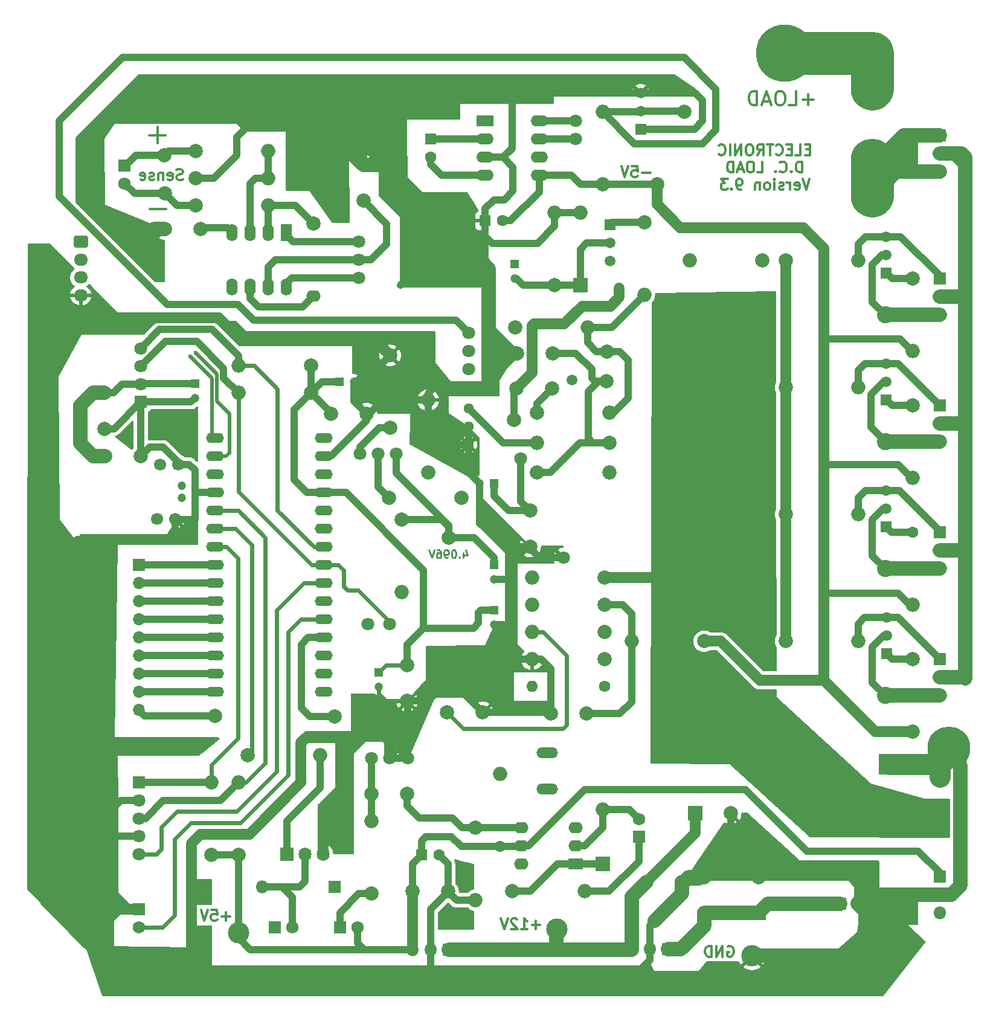
<source format=gbr>
%TF.GenerationSoftware,KiCad,Pcbnew,7.0.9-7.0.9~ubuntu23.04.1*%
%TF.CreationDate,2024-01-04T09:07:39+01:00*%
%TF.ProjectId,Electronic_DC_Load,456c6563-7472-46f6-9e69-635f44435f4c,rev?*%
%TF.SameCoordinates,Original*%
%TF.FileFunction,Copper,L4,Bot*%
%TF.FilePolarity,Positive*%
%FSLAX46Y46*%
G04 Gerber Fmt 4.6, Leading zero omitted, Abs format (unit mm)*
G04 Created by KiCad (PCBNEW 7.0.9-7.0.9~ubuntu23.04.1) date 2024-01-04 09:07:39*
%MOMM*%
%LPD*%
G01*
G04 APERTURE LIST*
G04 Aperture macros list*
%AMRoundRect*
0 Rectangle with rounded corners*
0 $1 Rounding radius*
0 $2 $3 $4 $5 $6 $7 $8 $9 X,Y pos of 4 corners*
0 Add a 4 corners polygon primitive as box body*
4,1,4,$2,$3,$4,$5,$6,$7,$8,$9,$2,$3,0*
0 Add four circle primitives for the rounded corners*
1,1,$1+$1,$2,$3*
1,1,$1+$1,$4,$5*
1,1,$1+$1,$6,$7*
1,1,$1+$1,$8,$9*
0 Add four rect primitives between the rounded corners*
20,1,$1+$1,$2,$3,$4,$5,0*
20,1,$1+$1,$4,$5,$6,$7,0*
20,1,$1+$1,$6,$7,$8,$9,0*
20,1,$1+$1,$8,$9,$2,$3,0*%
G04 Aperture macros list end*
%ADD10C,0.300000*%
%TA.AperFunction,NonConductor*%
%ADD11C,0.300000*%
%TD*%
%ADD12C,0.275000*%
%TA.AperFunction,NonConductor*%
%ADD13C,0.275000*%
%TD*%
%TA.AperFunction,ComponentPad*%
%ADD14RoundRect,0.250000X-0.725000X0.600000X-0.725000X-0.600000X0.725000X-0.600000X0.725000X0.600000X0*%
%TD*%
%TA.AperFunction,ComponentPad*%
%ADD15O,1.950000X1.700000*%
%TD*%
%TA.AperFunction,ComponentPad*%
%ADD16R,2.000000X2.000000*%
%TD*%
%TA.AperFunction,ComponentPad*%
%ADD17C,2.000000*%
%TD*%
%TA.AperFunction,ComponentPad*%
%ADD18C,1.800000*%
%TD*%
%TA.AperFunction,ComponentPad*%
%ADD19R,1.600000X1.600000*%
%TD*%
%TA.AperFunction,ComponentPad*%
%ADD20C,1.600000*%
%TD*%
%TA.AperFunction,ComponentPad*%
%ADD21R,1.200000X1.200000*%
%TD*%
%TA.AperFunction,ComponentPad*%
%ADD22C,1.200000*%
%TD*%
%TA.AperFunction,ComponentPad*%
%ADD23C,1.700000*%
%TD*%
%TA.AperFunction,ComponentPad*%
%ADD24O,2.000000X2.000000*%
%TD*%
%TA.AperFunction,ComponentPad*%
%ADD25R,3.000000X3.000000*%
%TD*%
%TA.AperFunction,ComponentPad*%
%ADD26O,3.000000X3.000000*%
%TD*%
%TA.AperFunction,ComponentPad*%
%ADD27R,1.800000X1.800000*%
%TD*%
%TA.AperFunction,ComponentPad*%
%ADD28O,1.800000X1.800000*%
%TD*%
%TA.AperFunction,ComponentPad*%
%ADD29C,6.000000*%
%TD*%
%TA.AperFunction,ComponentPad*%
%ADD30O,3.010000X1.510000*%
%TD*%
%TA.AperFunction,ComponentPad*%
%ADD31R,1.750000X1.750000*%
%TD*%
%TA.AperFunction,ComponentPad*%
%ADD32C,1.750000*%
%TD*%
%TA.AperFunction,ComponentPad*%
%ADD33C,3.000000*%
%TD*%
%TA.AperFunction,ComponentPad*%
%ADD34C,8.000000*%
%TD*%
%TA.AperFunction,ComponentPad*%
%ADD35R,1.900000X1.900000*%
%TD*%
%TA.AperFunction,ComponentPad*%
%ADD36O,1.800000X1.900000*%
%TD*%
%TA.AperFunction,ComponentPad*%
%ADD37O,2.000000X1.600000*%
%TD*%
%TA.AperFunction,ComponentPad*%
%ADD38C,2.400000*%
%TD*%
%TA.AperFunction,ComponentPad*%
%ADD39O,2.400000X2.400000*%
%TD*%
%TA.AperFunction,ComponentPad*%
%ADD40R,2.000000X1.600000*%
%TD*%
%TA.AperFunction,ComponentPad*%
%ADD41R,1.600000X2.400000*%
%TD*%
%TA.AperFunction,ComponentPad*%
%ADD42O,1.600000X2.400000*%
%TD*%
%TA.AperFunction,ComponentPad*%
%ADD43R,2.400000X1.600000*%
%TD*%
%TA.AperFunction,ComponentPad*%
%ADD44O,2.400000X1.600000*%
%TD*%
%TA.AperFunction,ComponentPad*%
%ADD45O,2.500000X1.400000*%
%TD*%
%TA.AperFunction,ComponentPad*%
%ADD46R,1.520000X1.520000*%
%TD*%
%TA.AperFunction,ComponentPad*%
%ADD47C,1.520000*%
%TD*%
%TA.AperFunction,ComponentPad*%
%ADD48C,1.500000*%
%TD*%
%TA.AperFunction,ComponentPad*%
%ADD49O,1.600000X1.600000*%
%TD*%
%TA.AperFunction,ComponentPad*%
%ADD50C,1.440000*%
%TD*%
%TA.AperFunction,ComponentPad*%
%ADD51R,1.700000X1.700000*%
%TD*%
%TA.AperFunction,ComponentPad*%
%ADD52O,1.700000X1.700000*%
%TD*%
%TA.AperFunction,ViaPad*%
%ADD53C,1.500000*%
%TD*%
%TA.AperFunction,ViaPad*%
%ADD54C,0.600000*%
%TD*%
%TA.AperFunction,Conductor*%
%ADD55C,2.000000*%
%TD*%
%TA.AperFunction,Conductor*%
%ADD56C,1.000000*%
%TD*%
%TA.AperFunction,Conductor*%
%ADD57C,0.500000*%
%TD*%
%TA.AperFunction,Conductor*%
%ADD58C,1.500000*%
%TD*%
%TA.AperFunction,Conductor*%
%ADD59C,0.600000*%
%TD*%
%TA.AperFunction,Conductor*%
%ADD60C,0.400000*%
%TD*%
%TA.AperFunction,Conductor*%
%ADD61C,6.000000*%
%TD*%
%TA.AperFunction,Conductor*%
%ADD62C,3.000000*%
%TD*%
G04 APERTURE END LIST*
D10*
D11*
X60530999Y-53883400D02*
X60316714Y-53954828D01*
X60316714Y-53954828D02*
X59959571Y-53954828D01*
X59959571Y-53954828D02*
X59816714Y-53883400D01*
X59816714Y-53883400D02*
X59745285Y-53811971D01*
X59745285Y-53811971D02*
X59673856Y-53669114D01*
X59673856Y-53669114D02*
X59673856Y-53526257D01*
X59673856Y-53526257D02*
X59745285Y-53383400D01*
X59745285Y-53383400D02*
X59816714Y-53311971D01*
X59816714Y-53311971D02*
X59959571Y-53240542D01*
X59959571Y-53240542D02*
X60245285Y-53169114D01*
X60245285Y-53169114D02*
X60388142Y-53097685D01*
X60388142Y-53097685D02*
X60459571Y-53026257D01*
X60459571Y-53026257D02*
X60530999Y-52883400D01*
X60530999Y-52883400D02*
X60530999Y-52740542D01*
X60530999Y-52740542D02*
X60459571Y-52597685D01*
X60459571Y-52597685D02*
X60388142Y-52526257D01*
X60388142Y-52526257D02*
X60245285Y-52454828D01*
X60245285Y-52454828D02*
X59888142Y-52454828D01*
X59888142Y-52454828D02*
X59673856Y-52526257D01*
X58459571Y-53883400D02*
X58602428Y-53954828D01*
X58602428Y-53954828D02*
X58888143Y-53954828D01*
X58888143Y-53954828D02*
X59031000Y-53883400D01*
X59031000Y-53883400D02*
X59102428Y-53740542D01*
X59102428Y-53740542D02*
X59102428Y-53169114D01*
X59102428Y-53169114D02*
X59031000Y-53026257D01*
X59031000Y-53026257D02*
X58888143Y-52954828D01*
X58888143Y-52954828D02*
X58602428Y-52954828D01*
X58602428Y-52954828D02*
X58459571Y-53026257D01*
X58459571Y-53026257D02*
X58388143Y-53169114D01*
X58388143Y-53169114D02*
X58388143Y-53311971D01*
X58388143Y-53311971D02*
X59102428Y-53454828D01*
X57745286Y-52954828D02*
X57745286Y-53954828D01*
X57745286Y-53097685D02*
X57673857Y-53026257D01*
X57673857Y-53026257D02*
X57531000Y-52954828D01*
X57531000Y-52954828D02*
X57316714Y-52954828D01*
X57316714Y-52954828D02*
X57173857Y-53026257D01*
X57173857Y-53026257D02*
X57102429Y-53169114D01*
X57102429Y-53169114D02*
X57102429Y-53954828D01*
X56459571Y-53883400D02*
X56316714Y-53954828D01*
X56316714Y-53954828D02*
X56031000Y-53954828D01*
X56031000Y-53954828D02*
X55888143Y-53883400D01*
X55888143Y-53883400D02*
X55816714Y-53740542D01*
X55816714Y-53740542D02*
X55816714Y-53669114D01*
X55816714Y-53669114D02*
X55888143Y-53526257D01*
X55888143Y-53526257D02*
X56031000Y-53454828D01*
X56031000Y-53454828D02*
X56245286Y-53454828D01*
X56245286Y-53454828D02*
X56388143Y-53383400D01*
X56388143Y-53383400D02*
X56459571Y-53240542D01*
X56459571Y-53240542D02*
X56459571Y-53169114D01*
X56459571Y-53169114D02*
X56388143Y-53026257D01*
X56388143Y-53026257D02*
X56245286Y-52954828D01*
X56245286Y-52954828D02*
X56031000Y-52954828D01*
X56031000Y-52954828D02*
X55888143Y-53026257D01*
X54602428Y-53883400D02*
X54745285Y-53954828D01*
X54745285Y-53954828D02*
X55031000Y-53954828D01*
X55031000Y-53954828D02*
X55173857Y-53883400D01*
X55173857Y-53883400D02*
X55245285Y-53740542D01*
X55245285Y-53740542D02*
X55245285Y-53169114D01*
X55245285Y-53169114D02*
X55173857Y-53026257D01*
X55173857Y-53026257D02*
X55031000Y-52954828D01*
X55031000Y-52954828D02*
X54745285Y-52954828D01*
X54745285Y-52954828D02*
X54602428Y-53026257D01*
X54602428Y-53026257D02*
X54531000Y-53169114D01*
X54531000Y-53169114D02*
X54531000Y-53311971D01*
X54531000Y-53311971D02*
X55245285Y-53454828D01*
D10*
D11*
X58165857Y-58014400D02*
X55880143Y-58014400D01*
D12*
D13*
X99885237Y-106187247D02*
X99885237Y-106920580D01*
X100147142Y-105768200D02*
X100409047Y-106553914D01*
X100409047Y-106553914D02*
X99728094Y-106553914D01*
X99309047Y-106815819D02*
X99256666Y-106868200D01*
X99256666Y-106868200D02*
X99309047Y-106920580D01*
X99309047Y-106920580D02*
X99361428Y-106868200D01*
X99361428Y-106868200D02*
X99309047Y-106815819D01*
X99309047Y-106815819D02*
X99309047Y-106920580D01*
X98575713Y-105820580D02*
X98470951Y-105820580D01*
X98470951Y-105820580D02*
X98366189Y-105872961D01*
X98366189Y-105872961D02*
X98313808Y-105925342D01*
X98313808Y-105925342D02*
X98261427Y-106030104D01*
X98261427Y-106030104D02*
X98209046Y-106239628D01*
X98209046Y-106239628D02*
X98209046Y-106501533D01*
X98209046Y-106501533D02*
X98261427Y-106711057D01*
X98261427Y-106711057D02*
X98313808Y-106815819D01*
X98313808Y-106815819D02*
X98366189Y-106868200D01*
X98366189Y-106868200D02*
X98470951Y-106920580D01*
X98470951Y-106920580D02*
X98575713Y-106920580D01*
X98575713Y-106920580D02*
X98680475Y-106868200D01*
X98680475Y-106868200D02*
X98732856Y-106815819D01*
X98732856Y-106815819D02*
X98785237Y-106711057D01*
X98785237Y-106711057D02*
X98837618Y-106501533D01*
X98837618Y-106501533D02*
X98837618Y-106239628D01*
X98837618Y-106239628D02*
X98785237Y-106030104D01*
X98785237Y-106030104D02*
X98732856Y-105925342D01*
X98732856Y-105925342D02*
X98680475Y-105872961D01*
X98680475Y-105872961D02*
X98575713Y-105820580D01*
X97685237Y-106920580D02*
X97475713Y-106920580D01*
X97475713Y-106920580D02*
X97370951Y-106868200D01*
X97370951Y-106868200D02*
X97318570Y-106815819D01*
X97318570Y-106815819D02*
X97213808Y-106658676D01*
X97213808Y-106658676D02*
X97161427Y-106449152D01*
X97161427Y-106449152D02*
X97161427Y-106030104D01*
X97161427Y-106030104D02*
X97213808Y-105925342D01*
X97213808Y-105925342D02*
X97266189Y-105872961D01*
X97266189Y-105872961D02*
X97370951Y-105820580D01*
X97370951Y-105820580D02*
X97580475Y-105820580D01*
X97580475Y-105820580D02*
X97685237Y-105872961D01*
X97685237Y-105872961D02*
X97737618Y-105925342D01*
X97737618Y-105925342D02*
X97789999Y-106030104D01*
X97789999Y-106030104D02*
X97789999Y-106292009D01*
X97789999Y-106292009D02*
X97737618Y-106396771D01*
X97737618Y-106396771D02*
X97685237Y-106449152D01*
X97685237Y-106449152D02*
X97580475Y-106501533D01*
X97580475Y-106501533D02*
X97370951Y-106501533D01*
X97370951Y-106501533D02*
X97266189Y-106449152D01*
X97266189Y-106449152D02*
X97213808Y-106396771D01*
X97213808Y-106396771D02*
X97161427Y-106292009D01*
X96218570Y-105820580D02*
X96428094Y-105820580D01*
X96428094Y-105820580D02*
X96532856Y-105872961D01*
X96532856Y-105872961D02*
X96585237Y-105925342D01*
X96585237Y-105925342D02*
X96689999Y-106082485D01*
X96689999Y-106082485D02*
X96742380Y-106292009D01*
X96742380Y-106292009D02*
X96742380Y-106711057D01*
X96742380Y-106711057D02*
X96689999Y-106815819D01*
X96689999Y-106815819D02*
X96637618Y-106868200D01*
X96637618Y-106868200D02*
X96532856Y-106920580D01*
X96532856Y-106920580D02*
X96323332Y-106920580D01*
X96323332Y-106920580D02*
X96218570Y-106868200D01*
X96218570Y-106868200D02*
X96166189Y-106815819D01*
X96166189Y-106815819D02*
X96113808Y-106711057D01*
X96113808Y-106711057D02*
X96113808Y-106449152D01*
X96113808Y-106449152D02*
X96166189Y-106344390D01*
X96166189Y-106344390D02*
X96218570Y-106292009D01*
X96218570Y-106292009D02*
X96323332Y-106239628D01*
X96323332Y-106239628D02*
X96532856Y-106239628D01*
X96532856Y-106239628D02*
X96637618Y-106292009D01*
X96637618Y-106292009D02*
X96689999Y-106344390D01*
X96689999Y-106344390D02*
X96742380Y-106449152D01*
X95799523Y-105820580D02*
X95432856Y-106920580D01*
X95432856Y-106920580D02*
X95066189Y-105820580D01*
D10*
D11*
X110602856Y-158356900D02*
X109459999Y-158356900D01*
X110031427Y-158928328D02*
X110031427Y-157785471D01*
X107959998Y-158928328D02*
X108817141Y-158928328D01*
X108388570Y-158928328D02*
X108388570Y-157428328D01*
X108388570Y-157428328D02*
X108531427Y-157642614D01*
X108531427Y-157642614D02*
X108674284Y-157785471D01*
X108674284Y-157785471D02*
X108817141Y-157856900D01*
X107388570Y-157571185D02*
X107317142Y-157499757D01*
X107317142Y-157499757D02*
X107174285Y-157428328D01*
X107174285Y-157428328D02*
X106817142Y-157428328D01*
X106817142Y-157428328D02*
X106674285Y-157499757D01*
X106674285Y-157499757D02*
X106602856Y-157571185D01*
X106602856Y-157571185D02*
X106531427Y-157714042D01*
X106531427Y-157714042D02*
X106531427Y-157856900D01*
X106531427Y-157856900D02*
X106602856Y-158071185D01*
X106602856Y-158071185D02*
X107459999Y-158928328D01*
X107459999Y-158928328D02*
X106531427Y-158928328D01*
X106102856Y-157428328D02*
X105602856Y-158928328D01*
X105602856Y-158928328D02*
X105102856Y-157428328D01*
D10*
D11*
X126068571Y-52996900D02*
X124925714Y-52996900D01*
X123497142Y-52068328D02*
X124211428Y-52068328D01*
X124211428Y-52068328D02*
X124282856Y-52782614D01*
X124282856Y-52782614D02*
X124211428Y-52711185D01*
X124211428Y-52711185D02*
X124068571Y-52639757D01*
X124068571Y-52639757D02*
X123711428Y-52639757D01*
X123711428Y-52639757D02*
X123568571Y-52711185D01*
X123568571Y-52711185D02*
X123497142Y-52782614D01*
X123497142Y-52782614D02*
X123425713Y-52925471D01*
X123425713Y-52925471D02*
X123425713Y-53282614D01*
X123425713Y-53282614D02*
X123497142Y-53425471D01*
X123497142Y-53425471D02*
X123568571Y-53496900D01*
X123568571Y-53496900D02*
X123711428Y-53568328D01*
X123711428Y-53568328D02*
X124068571Y-53568328D01*
X124068571Y-53568328D02*
X124211428Y-53496900D01*
X124211428Y-53496900D02*
X124282856Y-53425471D01*
X122997142Y-52068328D02*
X122497142Y-53568328D01*
X122497142Y-53568328D02*
X121997142Y-52068328D01*
D10*
D11*
X148938690Y-42756233D02*
X147414881Y-42756233D01*
X148176785Y-43518138D02*
X148176785Y-41994328D01*
X145510119Y-43518138D02*
X146462500Y-43518138D01*
X146462500Y-43518138D02*
X146462500Y-41518138D01*
X144462500Y-41518138D02*
X144081547Y-41518138D01*
X144081547Y-41518138D02*
X143891071Y-41613376D01*
X143891071Y-41613376D02*
X143700595Y-41803852D01*
X143700595Y-41803852D02*
X143605357Y-42184804D01*
X143605357Y-42184804D02*
X143605357Y-42851471D01*
X143605357Y-42851471D02*
X143700595Y-43232423D01*
X143700595Y-43232423D02*
X143891071Y-43422900D01*
X143891071Y-43422900D02*
X144081547Y-43518138D01*
X144081547Y-43518138D02*
X144462500Y-43518138D01*
X144462500Y-43518138D02*
X144652976Y-43422900D01*
X144652976Y-43422900D02*
X144843452Y-43232423D01*
X144843452Y-43232423D02*
X144938690Y-42851471D01*
X144938690Y-42851471D02*
X144938690Y-42184804D01*
X144938690Y-42184804D02*
X144843452Y-41803852D01*
X144843452Y-41803852D02*
X144652976Y-41613376D01*
X144652976Y-41613376D02*
X144462500Y-41518138D01*
X142843452Y-42946709D02*
X141891071Y-42946709D01*
X143033928Y-43518138D02*
X142367262Y-41518138D01*
X142367262Y-41518138D02*
X141700595Y-43518138D01*
X141033928Y-43518138D02*
X141033928Y-41518138D01*
X141033928Y-41518138D02*
X140557738Y-41518138D01*
X140557738Y-41518138D02*
X140272023Y-41613376D01*
X140272023Y-41613376D02*
X140081547Y-41803852D01*
X140081547Y-41803852D02*
X139986309Y-41994328D01*
X139986309Y-41994328D02*
X139891071Y-42375280D01*
X139891071Y-42375280D02*
X139891071Y-42660995D01*
X139891071Y-42660995D02*
X139986309Y-43041947D01*
X139986309Y-43041947D02*
X140081547Y-43232423D01*
X140081547Y-43232423D02*
X140272023Y-43422900D01*
X140272023Y-43422900D02*
X140557738Y-43518138D01*
X140557738Y-43518138D02*
X141033928Y-43518138D01*
D10*
D11*
X148470143Y-49700014D02*
X147970143Y-49700014D01*
X147755857Y-50485728D02*
X148470143Y-50485728D01*
X148470143Y-50485728D02*
X148470143Y-48985728D01*
X148470143Y-48985728D02*
X147755857Y-48985728D01*
X146398714Y-50485728D02*
X147113000Y-50485728D01*
X147113000Y-50485728D02*
X147113000Y-48985728D01*
X145898714Y-49700014D02*
X145398714Y-49700014D01*
X145184428Y-50485728D02*
X145898714Y-50485728D01*
X145898714Y-50485728D02*
X145898714Y-48985728D01*
X145898714Y-48985728D02*
X145184428Y-48985728D01*
X143684428Y-50342871D02*
X143755856Y-50414300D01*
X143755856Y-50414300D02*
X143970142Y-50485728D01*
X143970142Y-50485728D02*
X144112999Y-50485728D01*
X144112999Y-50485728D02*
X144327285Y-50414300D01*
X144327285Y-50414300D02*
X144470142Y-50271442D01*
X144470142Y-50271442D02*
X144541571Y-50128585D01*
X144541571Y-50128585D02*
X144612999Y-49842871D01*
X144612999Y-49842871D02*
X144612999Y-49628585D01*
X144612999Y-49628585D02*
X144541571Y-49342871D01*
X144541571Y-49342871D02*
X144470142Y-49200014D01*
X144470142Y-49200014D02*
X144327285Y-49057157D01*
X144327285Y-49057157D02*
X144112999Y-48985728D01*
X144112999Y-48985728D02*
X143970142Y-48985728D01*
X143970142Y-48985728D02*
X143755856Y-49057157D01*
X143755856Y-49057157D02*
X143684428Y-49128585D01*
X143255856Y-48985728D02*
X142398714Y-48985728D01*
X142827285Y-50485728D02*
X142827285Y-48985728D01*
X141041571Y-50485728D02*
X141541571Y-49771442D01*
X141898714Y-50485728D02*
X141898714Y-48985728D01*
X141898714Y-48985728D02*
X141327285Y-48985728D01*
X141327285Y-48985728D02*
X141184428Y-49057157D01*
X141184428Y-49057157D02*
X141112999Y-49128585D01*
X141112999Y-49128585D02*
X141041571Y-49271442D01*
X141041571Y-49271442D02*
X141041571Y-49485728D01*
X141041571Y-49485728D02*
X141112999Y-49628585D01*
X141112999Y-49628585D02*
X141184428Y-49700014D01*
X141184428Y-49700014D02*
X141327285Y-49771442D01*
X141327285Y-49771442D02*
X141898714Y-49771442D01*
X140112999Y-48985728D02*
X139827285Y-48985728D01*
X139827285Y-48985728D02*
X139684428Y-49057157D01*
X139684428Y-49057157D02*
X139541571Y-49200014D01*
X139541571Y-49200014D02*
X139470142Y-49485728D01*
X139470142Y-49485728D02*
X139470142Y-49985728D01*
X139470142Y-49985728D02*
X139541571Y-50271442D01*
X139541571Y-50271442D02*
X139684428Y-50414300D01*
X139684428Y-50414300D02*
X139827285Y-50485728D01*
X139827285Y-50485728D02*
X140112999Y-50485728D01*
X140112999Y-50485728D02*
X140255857Y-50414300D01*
X140255857Y-50414300D02*
X140398714Y-50271442D01*
X140398714Y-50271442D02*
X140470142Y-49985728D01*
X140470142Y-49985728D02*
X140470142Y-49485728D01*
X140470142Y-49485728D02*
X140398714Y-49200014D01*
X140398714Y-49200014D02*
X140255857Y-49057157D01*
X140255857Y-49057157D02*
X140112999Y-48985728D01*
X138827285Y-50485728D02*
X138827285Y-48985728D01*
X138827285Y-48985728D02*
X137970142Y-50485728D01*
X137970142Y-50485728D02*
X137970142Y-48985728D01*
X137255856Y-50485728D02*
X137255856Y-48985728D01*
X135684427Y-50342871D02*
X135755855Y-50414300D01*
X135755855Y-50414300D02*
X135970141Y-50485728D01*
X135970141Y-50485728D02*
X136112998Y-50485728D01*
X136112998Y-50485728D02*
X136327284Y-50414300D01*
X136327284Y-50414300D02*
X136470141Y-50271442D01*
X136470141Y-50271442D02*
X136541570Y-50128585D01*
X136541570Y-50128585D02*
X136612998Y-49842871D01*
X136612998Y-49842871D02*
X136612998Y-49628585D01*
X136612998Y-49628585D02*
X136541570Y-49342871D01*
X136541570Y-49342871D02*
X136470141Y-49200014D01*
X136470141Y-49200014D02*
X136327284Y-49057157D01*
X136327284Y-49057157D02*
X136112998Y-48985728D01*
X136112998Y-48985728D02*
X135970141Y-48985728D01*
X135970141Y-48985728D02*
X135755855Y-49057157D01*
X135755855Y-49057157D02*
X135684427Y-49128585D01*
X147327286Y-52900728D02*
X147327286Y-51400728D01*
X147327286Y-51400728D02*
X146970143Y-51400728D01*
X146970143Y-51400728D02*
X146755857Y-51472157D01*
X146755857Y-51472157D02*
X146613000Y-51615014D01*
X146613000Y-51615014D02*
X146541571Y-51757871D01*
X146541571Y-51757871D02*
X146470143Y-52043585D01*
X146470143Y-52043585D02*
X146470143Y-52257871D01*
X146470143Y-52257871D02*
X146541571Y-52543585D01*
X146541571Y-52543585D02*
X146613000Y-52686442D01*
X146613000Y-52686442D02*
X146755857Y-52829300D01*
X146755857Y-52829300D02*
X146970143Y-52900728D01*
X146970143Y-52900728D02*
X147327286Y-52900728D01*
X145827286Y-52757871D02*
X145755857Y-52829300D01*
X145755857Y-52829300D02*
X145827286Y-52900728D01*
X145827286Y-52900728D02*
X145898714Y-52829300D01*
X145898714Y-52829300D02*
X145827286Y-52757871D01*
X145827286Y-52757871D02*
X145827286Y-52900728D01*
X144255857Y-52757871D02*
X144327285Y-52829300D01*
X144327285Y-52829300D02*
X144541571Y-52900728D01*
X144541571Y-52900728D02*
X144684428Y-52900728D01*
X144684428Y-52900728D02*
X144898714Y-52829300D01*
X144898714Y-52829300D02*
X145041571Y-52686442D01*
X145041571Y-52686442D02*
X145113000Y-52543585D01*
X145113000Y-52543585D02*
X145184428Y-52257871D01*
X145184428Y-52257871D02*
X145184428Y-52043585D01*
X145184428Y-52043585D02*
X145113000Y-51757871D01*
X145113000Y-51757871D02*
X145041571Y-51615014D01*
X145041571Y-51615014D02*
X144898714Y-51472157D01*
X144898714Y-51472157D02*
X144684428Y-51400728D01*
X144684428Y-51400728D02*
X144541571Y-51400728D01*
X144541571Y-51400728D02*
X144327285Y-51472157D01*
X144327285Y-51472157D02*
X144255857Y-51543585D01*
X143613000Y-52757871D02*
X143541571Y-52829300D01*
X143541571Y-52829300D02*
X143613000Y-52900728D01*
X143613000Y-52900728D02*
X143684428Y-52829300D01*
X143684428Y-52829300D02*
X143613000Y-52757871D01*
X143613000Y-52757871D02*
X143613000Y-52900728D01*
X141041571Y-52900728D02*
X141755857Y-52900728D01*
X141755857Y-52900728D02*
X141755857Y-51400728D01*
X140255856Y-51400728D02*
X139970142Y-51400728D01*
X139970142Y-51400728D02*
X139827285Y-51472157D01*
X139827285Y-51472157D02*
X139684428Y-51615014D01*
X139684428Y-51615014D02*
X139612999Y-51900728D01*
X139612999Y-51900728D02*
X139612999Y-52400728D01*
X139612999Y-52400728D02*
X139684428Y-52686442D01*
X139684428Y-52686442D02*
X139827285Y-52829300D01*
X139827285Y-52829300D02*
X139970142Y-52900728D01*
X139970142Y-52900728D02*
X140255856Y-52900728D01*
X140255856Y-52900728D02*
X140398714Y-52829300D01*
X140398714Y-52829300D02*
X140541571Y-52686442D01*
X140541571Y-52686442D02*
X140612999Y-52400728D01*
X140612999Y-52400728D02*
X140612999Y-51900728D01*
X140612999Y-51900728D02*
X140541571Y-51615014D01*
X140541571Y-51615014D02*
X140398714Y-51472157D01*
X140398714Y-51472157D02*
X140255856Y-51400728D01*
X139041570Y-52472157D02*
X138327285Y-52472157D01*
X139184427Y-52900728D02*
X138684427Y-51400728D01*
X138684427Y-51400728D02*
X138184427Y-52900728D01*
X137684428Y-52900728D02*
X137684428Y-51400728D01*
X137684428Y-51400728D02*
X137327285Y-51400728D01*
X137327285Y-51400728D02*
X137112999Y-51472157D01*
X137112999Y-51472157D02*
X136970142Y-51615014D01*
X136970142Y-51615014D02*
X136898713Y-51757871D01*
X136898713Y-51757871D02*
X136827285Y-52043585D01*
X136827285Y-52043585D02*
X136827285Y-52257871D01*
X136827285Y-52257871D02*
X136898713Y-52543585D01*
X136898713Y-52543585D02*
X136970142Y-52686442D01*
X136970142Y-52686442D02*
X137112999Y-52829300D01*
X137112999Y-52829300D02*
X137327285Y-52900728D01*
X137327285Y-52900728D02*
X137684428Y-52900728D01*
X148398713Y-53815728D02*
X147898713Y-55315728D01*
X147898713Y-55315728D02*
X147398713Y-53815728D01*
X146327285Y-55244300D02*
X146470142Y-55315728D01*
X146470142Y-55315728D02*
X146755857Y-55315728D01*
X146755857Y-55315728D02*
X146898714Y-55244300D01*
X146898714Y-55244300D02*
X146970142Y-55101442D01*
X146970142Y-55101442D02*
X146970142Y-54530014D01*
X146970142Y-54530014D02*
X146898714Y-54387157D01*
X146898714Y-54387157D02*
X146755857Y-54315728D01*
X146755857Y-54315728D02*
X146470142Y-54315728D01*
X146470142Y-54315728D02*
X146327285Y-54387157D01*
X146327285Y-54387157D02*
X146255857Y-54530014D01*
X146255857Y-54530014D02*
X146255857Y-54672871D01*
X146255857Y-54672871D02*
X146970142Y-54815728D01*
X145613000Y-55315728D02*
X145613000Y-54315728D01*
X145613000Y-54601442D02*
X145541571Y-54458585D01*
X145541571Y-54458585D02*
X145470143Y-54387157D01*
X145470143Y-54387157D02*
X145327285Y-54315728D01*
X145327285Y-54315728D02*
X145184428Y-54315728D01*
X144755857Y-55244300D02*
X144613000Y-55315728D01*
X144613000Y-55315728D02*
X144327286Y-55315728D01*
X144327286Y-55315728D02*
X144184429Y-55244300D01*
X144184429Y-55244300D02*
X144113000Y-55101442D01*
X144113000Y-55101442D02*
X144113000Y-55030014D01*
X144113000Y-55030014D02*
X144184429Y-54887157D01*
X144184429Y-54887157D02*
X144327286Y-54815728D01*
X144327286Y-54815728D02*
X144541572Y-54815728D01*
X144541572Y-54815728D02*
X144684429Y-54744300D01*
X144684429Y-54744300D02*
X144755857Y-54601442D01*
X144755857Y-54601442D02*
X144755857Y-54530014D01*
X144755857Y-54530014D02*
X144684429Y-54387157D01*
X144684429Y-54387157D02*
X144541572Y-54315728D01*
X144541572Y-54315728D02*
X144327286Y-54315728D01*
X144327286Y-54315728D02*
X144184429Y-54387157D01*
X143470143Y-55315728D02*
X143470143Y-54315728D01*
X143470143Y-53815728D02*
X143541571Y-53887157D01*
X143541571Y-53887157D02*
X143470143Y-53958585D01*
X143470143Y-53958585D02*
X143398714Y-53887157D01*
X143398714Y-53887157D02*
X143470143Y-53815728D01*
X143470143Y-53815728D02*
X143470143Y-53958585D01*
X142541571Y-55315728D02*
X142684428Y-55244300D01*
X142684428Y-55244300D02*
X142755857Y-55172871D01*
X142755857Y-55172871D02*
X142827285Y-55030014D01*
X142827285Y-55030014D02*
X142827285Y-54601442D01*
X142827285Y-54601442D02*
X142755857Y-54458585D01*
X142755857Y-54458585D02*
X142684428Y-54387157D01*
X142684428Y-54387157D02*
X142541571Y-54315728D01*
X142541571Y-54315728D02*
X142327285Y-54315728D01*
X142327285Y-54315728D02*
X142184428Y-54387157D01*
X142184428Y-54387157D02*
X142113000Y-54458585D01*
X142113000Y-54458585D02*
X142041571Y-54601442D01*
X142041571Y-54601442D02*
X142041571Y-55030014D01*
X142041571Y-55030014D02*
X142113000Y-55172871D01*
X142113000Y-55172871D02*
X142184428Y-55244300D01*
X142184428Y-55244300D02*
X142327285Y-55315728D01*
X142327285Y-55315728D02*
X142541571Y-55315728D01*
X141398714Y-54315728D02*
X141398714Y-55315728D01*
X141398714Y-54458585D02*
X141327285Y-54387157D01*
X141327285Y-54387157D02*
X141184428Y-54315728D01*
X141184428Y-54315728D02*
X140970142Y-54315728D01*
X140970142Y-54315728D02*
X140827285Y-54387157D01*
X140827285Y-54387157D02*
X140755857Y-54530014D01*
X140755857Y-54530014D02*
X140755857Y-55315728D01*
X138827285Y-55315728D02*
X138541571Y-55315728D01*
X138541571Y-55315728D02*
X138398714Y-55244300D01*
X138398714Y-55244300D02*
X138327285Y-55172871D01*
X138327285Y-55172871D02*
X138184428Y-54958585D01*
X138184428Y-54958585D02*
X138112999Y-54672871D01*
X138112999Y-54672871D02*
X138112999Y-54101442D01*
X138112999Y-54101442D02*
X138184428Y-53958585D01*
X138184428Y-53958585D02*
X138255857Y-53887157D01*
X138255857Y-53887157D02*
X138398714Y-53815728D01*
X138398714Y-53815728D02*
X138684428Y-53815728D01*
X138684428Y-53815728D02*
X138827285Y-53887157D01*
X138827285Y-53887157D02*
X138898714Y-53958585D01*
X138898714Y-53958585D02*
X138970142Y-54101442D01*
X138970142Y-54101442D02*
X138970142Y-54458585D01*
X138970142Y-54458585D02*
X138898714Y-54601442D01*
X138898714Y-54601442D02*
X138827285Y-54672871D01*
X138827285Y-54672871D02*
X138684428Y-54744300D01*
X138684428Y-54744300D02*
X138398714Y-54744300D01*
X138398714Y-54744300D02*
X138255857Y-54672871D01*
X138255857Y-54672871D02*
X138184428Y-54601442D01*
X138184428Y-54601442D02*
X138112999Y-54458585D01*
X137470143Y-55172871D02*
X137398714Y-55244300D01*
X137398714Y-55244300D02*
X137470143Y-55315728D01*
X137470143Y-55315728D02*
X137541571Y-55244300D01*
X137541571Y-55244300D02*
X137470143Y-55172871D01*
X137470143Y-55172871D02*
X137470143Y-55315728D01*
X136898714Y-53815728D02*
X135970142Y-53815728D01*
X135970142Y-53815728D02*
X136470142Y-54387157D01*
X136470142Y-54387157D02*
X136255857Y-54387157D01*
X136255857Y-54387157D02*
X136113000Y-54458585D01*
X136113000Y-54458585D02*
X136041571Y-54530014D01*
X136041571Y-54530014D02*
X135970142Y-54672871D01*
X135970142Y-54672871D02*
X135970142Y-55030014D01*
X135970142Y-55030014D02*
X136041571Y-55172871D01*
X136041571Y-55172871D02*
X136113000Y-55244300D01*
X136113000Y-55244300D02*
X136255857Y-55315728D01*
X136255857Y-55315728D02*
X136684428Y-55315728D01*
X136684428Y-55315728D02*
X136827285Y-55244300D01*
X136827285Y-55244300D02*
X136898714Y-55172871D01*
D10*
D11*
X58122857Y-47699400D02*
X55837143Y-47699400D01*
X56980000Y-48842257D02*
X56980000Y-46556542D01*
D10*
D11*
X136892856Y-161399757D02*
X137035714Y-161328328D01*
X137035714Y-161328328D02*
X137249999Y-161328328D01*
X137249999Y-161328328D02*
X137464285Y-161399757D01*
X137464285Y-161399757D02*
X137607142Y-161542614D01*
X137607142Y-161542614D02*
X137678571Y-161685471D01*
X137678571Y-161685471D02*
X137749999Y-161971185D01*
X137749999Y-161971185D02*
X137749999Y-162185471D01*
X137749999Y-162185471D02*
X137678571Y-162471185D01*
X137678571Y-162471185D02*
X137607142Y-162614042D01*
X137607142Y-162614042D02*
X137464285Y-162756900D01*
X137464285Y-162756900D02*
X137249999Y-162828328D01*
X137249999Y-162828328D02*
X137107142Y-162828328D01*
X137107142Y-162828328D02*
X136892856Y-162756900D01*
X136892856Y-162756900D02*
X136821428Y-162685471D01*
X136821428Y-162685471D02*
X136821428Y-162185471D01*
X136821428Y-162185471D02*
X137107142Y-162185471D01*
X136178571Y-162828328D02*
X136178571Y-161328328D01*
X136178571Y-161328328D02*
X135321428Y-162828328D01*
X135321428Y-162828328D02*
X135321428Y-161328328D01*
X134607142Y-162828328D02*
X134607142Y-161328328D01*
X134607142Y-161328328D02*
X134249999Y-161328328D01*
X134249999Y-161328328D02*
X134035713Y-161399757D01*
X134035713Y-161399757D02*
X133892856Y-161542614D01*
X133892856Y-161542614D02*
X133821427Y-161685471D01*
X133821427Y-161685471D02*
X133749999Y-161971185D01*
X133749999Y-161971185D02*
X133749999Y-162185471D01*
X133749999Y-162185471D02*
X133821427Y-162471185D01*
X133821427Y-162471185D02*
X133892856Y-162614042D01*
X133892856Y-162614042D02*
X134035713Y-162756900D01*
X134035713Y-162756900D02*
X134249999Y-162828328D01*
X134249999Y-162828328D02*
X134607142Y-162828328D01*
D10*
D11*
X67138571Y-157186900D02*
X65995714Y-157186900D01*
X66567142Y-157758328D02*
X66567142Y-156615471D01*
X64567142Y-156258328D02*
X65281428Y-156258328D01*
X65281428Y-156258328D02*
X65352856Y-156972614D01*
X65352856Y-156972614D02*
X65281428Y-156901185D01*
X65281428Y-156901185D02*
X65138571Y-156829757D01*
X65138571Y-156829757D02*
X64781428Y-156829757D01*
X64781428Y-156829757D02*
X64638571Y-156901185D01*
X64638571Y-156901185D02*
X64567142Y-156972614D01*
X64567142Y-156972614D02*
X64495713Y-157115471D01*
X64495713Y-157115471D02*
X64495713Y-157472614D01*
X64495713Y-157472614D02*
X64567142Y-157615471D01*
X64567142Y-157615471D02*
X64638571Y-157686900D01*
X64638571Y-157686900D02*
X64781428Y-157758328D01*
X64781428Y-157758328D02*
X65138571Y-157758328D01*
X65138571Y-157758328D02*
X65281428Y-157686900D01*
X65281428Y-157686900D02*
X65352856Y-157615471D01*
X64067142Y-156258328D02*
X63567142Y-157758328D01*
X63567142Y-157758328D02*
X63067142Y-156258328D01*
D14*
%TO.P,J17,1,Pin_1*%
%TO.N,Net-(J17-Pin_1)*%
X46228000Y-62629400D03*
D15*
%TO.P,J17,2,Pin_2*%
%TO.N,Net-(J17-Pin_2)*%
X46228000Y-65129400D03*
%TO.P,J17,3,Pin_3*%
%TO.N,+5V*%
X46228000Y-67629400D03*
%TO.P,J17,4,Pin_4*%
%TO.N,GNDPWR*%
X46228000Y-70129400D03*
%TD*%
D16*
%TO.P,C1,1*%
%TO.N,Net-(U1-IN)*%
X141224000Y-156718000D03*
D17*
%TO.P,C1,2*%
%TO.N,GNDPWR*%
X141224000Y-151718000D03*
%TD*%
%TO.P,C2,1*%
%TO.N,Net-(U1-IN)*%
X133604000Y-156718000D03*
%TO.P,C2,2*%
%TO.N,GNDPWR*%
X133604000Y-151718000D03*
%TD*%
D18*
%TO.P,C3,1*%
%TO.N,+5V*%
X115570000Y-45720000D03*
%TO.P,C3,2*%
%TO.N,Net-(U12-OSC)*%
X115570000Y-48220000D03*
%TD*%
D19*
%TO.P,C4,1*%
%TO.N,Net-(U12-CAP+)*%
X95250000Y-48260000D03*
D20*
%TO.P,C4,2*%
%TO.N,Net-(U12-CAP-)*%
X95250000Y-50760000D03*
%TD*%
D17*
%TO.P,C5,1*%
%TO.N,+12V*%
X125490600Y-152349200D03*
%TO.P,C5,2*%
%TO.N,GNDPWR*%
X130490600Y-152349200D03*
%TD*%
D16*
%TO.P,C6,1*%
%TO.N,+12V*%
X132334000Y-142748000D03*
D17*
%TO.P,C6,2*%
%TO.N,GNDPWR*%
X137334000Y-142748000D03*
%TD*%
%TO.P,C7,1*%
%TO.N,+5V*%
X92710000Y-153670000D03*
%TO.P,C7,2*%
%TO.N,GNDPWR*%
X97710000Y-153670000D03*
%TD*%
D19*
%TO.P,C8,1*%
%TO.N,+5V*%
X93980000Y-148590000D03*
D20*
%TO.P,C8,2*%
%TO.N,GNDPWR*%
X96480000Y-148590000D03*
%TD*%
D17*
%TO.P,C9,1*%
%TO.N,+5V*%
X81280000Y-86741000D03*
%TO.P,C9,2*%
%TO.N,GNDPWR*%
X86280000Y-86741000D03*
%TD*%
D21*
%TO.P,C10,1*%
%TO.N,+5V*%
X82486500Y-82296000D03*
D22*
%TO.P,C10,2*%
%TO.N,GNDPWR*%
X84486500Y-82296000D03*
%TD*%
D17*
%TO.P,C11,1*%
%TO.N,+5V*%
X49530000Y-83820000D03*
%TO.P,C11,2*%
%TO.N,GNDPWR*%
X49530000Y-88820000D03*
%TD*%
%TO.P,C12,1*%
%TO.N,+5V*%
X92000000Y-122000000D03*
%TO.P,C12,2*%
%TO.N,GNDPWR*%
X92000000Y-127000000D03*
%TD*%
D21*
%TO.P,C13,1*%
%TO.N,+5V*%
X62230000Y-82550000D03*
D22*
%TO.P,C13,2*%
%TO.N,GNDPWR*%
X62230000Y-84550000D03*
%TD*%
D21*
%TO.P,C14,1*%
%TO.N,+5V*%
X88000000Y-123000000D03*
D22*
%TO.P,C14,2*%
%TO.N,GNDPWR*%
X88000000Y-125000000D03*
%TD*%
D17*
%TO.P,C15,1*%
%TO.N,Net-(U6-CH1+)*%
X97599500Y-128587500D03*
%TO.P,C15,2*%
%TO.N,GNDPWR*%
X102599500Y-128587500D03*
%TD*%
%TO.P,C16,1*%
%TO.N,Net-(U7B-+)*%
X112395000Y-78295500D03*
%TO.P,C16,2*%
%TO.N,GNDPWR*%
X107395000Y-78295500D03*
%TD*%
%TO.P,C17,1*%
%TO.N,Net-(U6-CH2+)*%
X117094000Y-128778000D03*
%TO.P,C17,2*%
%TO.N,GNDPWR*%
X112094000Y-128778000D03*
%TD*%
%TO.P,C18,1*%
%TO.N,+5V*%
X109220000Y-100330000D03*
%TO.P,C18,2*%
%TO.N,GNDPWR*%
X109220000Y-105330000D03*
%TD*%
%TO.P,C19,1*%
%TO.N,Net-(C19-Pad1)*%
X107315000Y-83185000D03*
%TO.P,C19,2*%
%TO.N,Net-(C19-Pad2)*%
X112315000Y-83185000D03*
%TD*%
D21*
%TO.P,C20,1*%
%TO.N,+5V*%
X104140000Y-96520000D03*
D22*
%TO.P,C20,2*%
%TO.N,GNDPWR*%
X102140000Y-96520000D03*
%TD*%
D17*
%TO.P,C21,1*%
%TO.N,GNDPWR*%
X54610000Y-92710000D03*
%TO.P,C21,2*%
%TO.N,+5V*%
X49610000Y-92710000D03*
%TD*%
D23*
%TO.P,C22,1*%
%TO.N,GNDPWR*%
X59436000Y-101473000D03*
%TO.P,C22,2*%
%TO.N,Net-(U8-X1)*%
X56936000Y-101473000D03*
%TD*%
%TO.P,C23,1*%
%TO.N,GNDPWR*%
X59847800Y-93827600D03*
%TO.P,C23,2*%
%TO.N,Net-(U8-X2)*%
X57347800Y-93827600D03*
%TD*%
D21*
%TO.P,C24,1*%
%TO.N,+5V*%
X104140000Y-114300000D03*
D22*
%TO.P,C24,2*%
%TO.N,GNDPWR*%
X104140000Y-116300000D03*
%TD*%
D21*
%TO.P,C25,1*%
%TO.N,+4.096V*%
X104140000Y-107950000D03*
D22*
%TO.P,C25,2*%
%TO.N,GNDPWR*%
X104140000Y-109950000D03*
%TD*%
D19*
%TO.P,C26,1*%
%TO.N,GNDPWR*%
X102870000Y-59690000D03*
D20*
%TO.P,C26,2*%
%TO.N,-5V*%
X105370000Y-59690000D03*
%TD*%
D17*
%TO.P,C27,1*%
%TO.N,-5V*%
X63053600Y-60833000D03*
%TO.P,C27,2*%
%TO.N,GNDPWR*%
X58053600Y-60833000D03*
%TD*%
%TO.P,C28,1*%
%TO.N,Net-(C28-Pad1)*%
X92000000Y-140000000D03*
%TO.P,C28,2*%
%TO.N,Net-(C28-Pad2)*%
X87000000Y-140000000D03*
%TD*%
%TO.P,C29,1*%
%TO.N,+5V*%
X85852000Y-56896000D03*
%TO.P,C29,2*%
%TO.N,GNDPWR*%
X85852000Y-51896000D03*
%TD*%
D16*
%TO.P,D1,1,K*%
%TO.N,Net-(D1-K)*%
X116268500Y-68707000D03*
D24*
%TO.P,D1,2,A*%
%TO.N,GNDPWR*%
X116268500Y-58547000D03*
%TD*%
D25*
%TO.P,D3,1,K*%
%TO.N,GNDPWR*%
X159512000Y-135890000D03*
D26*
%TO.P,D3,2,A*%
%TO.N,Net-(D3-A)*%
X144272000Y-135890000D03*
%TD*%
D16*
%TO.P,D4,1,K*%
%TO.N,Net-(D4-K)*%
X119380000Y-149860000D03*
D24*
%TO.P,D4,2,A*%
%TO.N,Net-(D4-A)*%
X119380000Y-142240000D03*
%TD*%
D27*
%TO.P,D5,1,A*%
%TO.N,Net-(D5-A-Pad1)*%
X166624000Y-47752000D03*
D28*
%TO.P,D5,2,K*%
%TO.N,Net-(D5-K)*%
X166624000Y-50292000D03*
%TO.P,D5,3,A*%
%TO.N,Net-(D5-A-Pad1)*%
X166624000Y-52832000D03*
%TD*%
D29*
%TO.P,F1,1*%
%TO.N,Net-(F1-Pad1)*%
X157200000Y-36170000D03*
X157200000Y-41170000D03*
%TO.P,F1,2*%
%TO.N,Net-(D5-A-Pad1)*%
X157200000Y-51170000D03*
X157200000Y-56170000D03*
%TD*%
D30*
%TO.P,J1,1,1*%
%TO.N,Net-(J1-Pad1)*%
X111633000Y-139319000D03*
%TO.P,J1,2,2*%
%TO.N,GNDPWR*%
X111633000Y-134239000D03*
%TD*%
D31*
%TO.P,J2,1,1*%
%TO.N,Net-(U1-IN)*%
X152654000Y-155448000D03*
D32*
%TO.P,J2,2,2*%
%TO.N,GNDPWR*%
X155154000Y-155448000D03*
%TD*%
D33*
%TO.P,J3,1,1*%
%TO.N,+5V*%
X68340000Y-159480000D03*
%TD*%
%TO.P,J4,1,1*%
%TO.N,GNDPWR*%
X140320000Y-162690000D03*
%TD*%
%TO.P,J5,1,1*%
%TO.N,+12V*%
X113000000Y-159000000D03*
%TD*%
D31*
%TO.P,J6,1,1*%
%TO.N,Net-(J6-Pad1)*%
X82550000Y-158750000D03*
D32*
%TO.P,J6,2,2*%
%TO.N,+5V*%
X85050000Y-158750000D03*
%TD*%
D17*
%TO.P,J7,1,1*%
%TO.N,+4.096V*%
X97790000Y-104140000D03*
%TD*%
D31*
%TO.P,J8,1,1*%
%TO.N,Net-(J8-Pad1)*%
X124460000Y-146050000D03*
D32*
%TO.P,J8,2,2*%
%TO.N,Net-(D4-A)*%
X124460000Y-143550000D03*
%TD*%
D17*
%TO.P,J9,1,1*%
%TO.N,Net-(U7B-+)*%
X119888000Y-82169000D03*
%TD*%
%TO.P,J10,1,1*%
%TO.N,Net-(C19-Pad1)*%
X106997500Y-87566500D03*
%TD*%
%TO.P,J11,1,1*%
%TO.N,-5V*%
X127000000Y-54610000D03*
%TD*%
%TO.P,J12,1,1*%
%TO.N,-2V5*%
X130810000Y-44450000D03*
%TD*%
D31*
%TO.P,J13,1,1*%
%TO.N,+12V*%
X73406000Y-158750000D03*
D32*
%TO.P,J13,2,2*%
%TO.N,Net-(D2-A)*%
X75906000Y-158750000D03*
%TD*%
D27*
%TO.P,LCD1,1,GND*%
%TO.N,GNDPWR*%
X54610000Y-85090000D03*
D18*
%TO.P,LCD1,2,VCC*%
%TO.N,+5V*%
X54610000Y-82590000D03*
%TO.P,LCD1,3,SDA*%
%TO.N,Net-(LCD1-SDA)*%
X54610000Y-80090000D03*
%TO.P,LCD1,4,SCL*%
%TO.N,Net-(LCD1-SCL)*%
X54610000Y-77590000D03*
%TD*%
D34*
%TO.P,P5,1,1*%
%TO.N,Net-(F1-Pad1)*%
X144880000Y-36170000D03*
%TD*%
D29*
%TO.P,P6,1,1*%
%TO.N,GNDPWR*%
X167957500Y-133604000D03*
%TD*%
D17*
%TO.P,P7,1,1*%
%TO.N,Net-(J15-Pad2)*%
X58039000Y-55816500D03*
%TD*%
%TO.P,P8,1,1*%
%TO.N,Net-(J15-Pad1)*%
X57975500Y-50482500D03*
%TD*%
D35*
%TO.P,Q1,1,B*%
%TO.N,Net-(Q1-B)*%
X75120500Y-148463000D03*
D36*
%TO.P,Q1,2,C*%
%TO.N,Net-(D2-A)*%
X77660500Y-148463000D03*
%TO.P,Q1,3,E*%
%TO.N,GNDPWR*%
X80200500Y-148463000D03*
%TD*%
D27*
%TO.P,Q2,1,G*%
%TO.N,Net-(Q2-G)*%
X166624000Y-67818000D03*
D28*
%TO.P,Q2,2,D*%
%TO.N,Net-(D5-K)*%
X166624000Y-70358000D03*
%TO.P,Q2,3,S*%
%TO.N,Net-(Q2-S)*%
X166624000Y-72898000D03*
%TD*%
D27*
%TO.P,Q3,1,G*%
%TO.N,Net-(Q3-G)*%
X166624000Y-85598000D03*
D28*
%TO.P,Q3,2,D*%
%TO.N,Net-(D5-K)*%
X166624000Y-88138000D03*
%TO.P,Q3,3,S*%
%TO.N,Net-(Q3-S)*%
X166624000Y-90678000D03*
%TD*%
D27*
%TO.P,Q4,1,G*%
%TO.N,Net-(Q4-G)*%
X166624000Y-103378000D03*
D28*
%TO.P,Q4,2,D*%
%TO.N,Net-(D5-K)*%
X166624000Y-105918000D03*
%TO.P,Q4,3,S*%
%TO.N,Net-(Q4-S)*%
X166624000Y-108458000D03*
%TD*%
D27*
%TO.P,Q5,1,G*%
%TO.N,Net-(Q5-G)*%
X166624000Y-121158000D03*
D28*
%TO.P,Q5,2,D*%
%TO.N,Net-(D5-K)*%
X166624000Y-123698000D03*
%TO.P,Q5,3,S*%
%TO.N,Net-(Q5-S)*%
X166624000Y-126238000D03*
%TD*%
D17*
%TO.P,R1,1*%
%TO.N,+5V*%
X64516000Y-148590000D03*
D24*
%TO.P,R1,2*%
%TO.N,Net-(SW1-A)*%
X64516000Y-138430000D03*
%TD*%
D17*
%TO.P,R2,1*%
%TO.N,+5V*%
X68326000Y-148590000D03*
D24*
%TO.P,R2,2*%
%TO.N,Net-(SW1-B)*%
X68326000Y-138430000D03*
%TD*%
D17*
%TO.P,R3,1*%
%TO.N,Net-(U3-(int3)#D3)*%
X69596000Y-134620000D03*
D24*
%TO.P,R3,2*%
%TO.N,Net-(Q1-B)*%
X79756000Y-134620000D03*
%TD*%
D17*
%TO.P,R4,1*%
%TO.N,Net-(U5-OUT)*%
X94932500Y-94996000D03*
D24*
%TO.P,R4,2*%
%TO.N,GNDPWR*%
X94932500Y-84836000D03*
%TD*%
D17*
%TO.P,R5,1*%
%TO.N,Net-(U7C--)*%
X119634000Y-117348000D03*
D24*
%TO.P,R5,2*%
%TO.N,Net-(U6-CH1+)*%
X109474000Y-117348000D03*
%TD*%
D17*
%TO.P,R6,1*%
%TO.N,Net-(U7B-+)*%
X110172500Y-94932500D03*
D24*
%TO.P,R6,2*%
%TO.N,Net-(U7A--)*%
X120332500Y-94932500D03*
%TD*%
D17*
%TO.P,R7,1*%
%TO.N,LoadOff*%
X120000000Y-78000000D03*
D24*
%TO.P,R7,2*%
%TO.N,Net-(D3-A)*%
X130160000Y-78000000D03*
%TD*%
D17*
%TO.P,R8,1*%
%TO.N,Net-(C19-Pad2)*%
X110172500Y-86614000D03*
D24*
%TO.P,R8,2*%
%TO.N,LoadOff*%
X120332500Y-86614000D03*
%TD*%
D17*
%TO.P,R9,1*%
%TO.N,Net-(U6-CH2+)*%
X119634000Y-113538000D03*
D24*
%TO.P,R9,2*%
%TO.N,Net-(U7D--)*%
X109474000Y-113538000D03*
%TD*%
D17*
%TO.P,R10,1*%
%TO.N,Net-(Q6-E)*%
X162814000Y-67818000D03*
D24*
%TO.P,R10,2*%
%TO.N,-5V*%
X162814000Y-77978000D03*
%TD*%
D17*
%TO.P,R11,1*%
%TO.N,Net-(U7C-+)*%
X119634000Y-121158000D03*
D24*
%TO.P,R11,2*%
%TO.N,GNDPWR*%
X109474000Y-121158000D03*
%TD*%
D17*
%TO.P,R12,1*%
%TO.N,Net-(Q7-E)*%
X162814000Y-85598000D03*
D24*
%TO.P,R12,2*%
%TO.N,-5V*%
X162814000Y-95758000D03*
%TD*%
D17*
%TO.P,R13,1*%
%TO.N,Net-(R13-Pad1)*%
X78867000Y-60071000D03*
D37*
%TO.P,R13,2*%
%TO.N,Net-(U7C-+)*%
X78867000Y-70231000D03*
%TD*%
D17*
%TO.P,R14,1*%
%TO.N,Net-(U7B-+)*%
X120332500Y-90805000D03*
D24*
%TO.P,R14,2*%
%TO.N,Net-(R14-Pad2)*%
X110172500Y-90805000D03*
%TD*%
D17*
%TO.P,R15,1*%
%TO.N,Net-(R15-Pad1)*%
X141757400Y-65278000D03*
D24*
%TO.P,R15,2*%
%TO.N,Net-(C19-Pad1)*%
X131597400Y-65278000D03*
%TD*%
D17*
%TO.P,R16,1*%
%TO.N,Net-(D3-A)*%
X119634000Y-109728000D03*
D24*
%TO.P,R16,2*%
%TO.N,Net-(U7D-+)*%
X109474000Y-109728000D03*
%TD*%
D17*
%TO.P,R17,1*%
%TO.N,Net-(D3-A)*%
X166624000Y-142748000D03*
%TO.P,R17,2*%
%TO.N,GNDPWR*%
X166624000Y-137668000D03*
%TD*%
%TO.P,R18,1*%
%TO.N,+4.096V*%
X91249500Y-101600000D03*
D24*
%TO.P,R18,2*%
%TO.N,Net-(U5-A0)*%
X91249500Y-111760000D03*
%TD*%
D17*
%TO.P,R19,1*%
%TO.N,+5V*%
X78486000Y-83820000D03*
D24*
%TO.P,R19,2*%
%TO.N,Net-(LCD1-SDA)*%
X68326000Y-83820000D03*
%TD*%
D17*
%TO.P,R20,1*%
%TO.N,+5V*%
X78486000Y-80010000D03*
D24*
%TO.P,R20,2*%
%TO.N,Net-(LCD1-SCL)*%
X68326000Y-80010000D03*
%TD*%
D17*
%TO.P,R21,1*%
%TO.N,Net-(D4-K)*%
X106680000Y-153670000D03*
D24*
%TO.P,R21,2*%
%TO.N,Net-(J8-Pad1)*%
X116840000Y-153670000D03*
%TD*%
D38*
%TO.P,R22,1*%
%TO.N,Net-(Q2-S)*%
X159004000Y-72898000D03*
D39*
%TO.P,R22,2*%
%TO.N,Net-(D3-A)*%
X128524000Y-72898000D03*
%TD*%
D38*
%TO.P,R23,1*%
%TO.N,Net-(Q3-S)*%
X159004000Y-90678000D03*
D39*
%TO.P,R23,2*%
%TO.N,Net-(D3-A)*%
X128524000Y-90678000D03*
%TD*%
D38*
%TO.P,R24,1*%
%TO.N,Net-(Q4-S)*%
X159004000Y-108458000D03*
D39*
%TO.P,R24,2*%
%TO.N,Net-(D3-A)*%
X128524000Y-108458000D03*
%TD*%
D38*
%TO.P,R25,1*%
%TO.N,Net-(Q5-S)*%
X159004000Y-126238000D03*
D39*
%TO.P,R25,2*%
%TO.N,Net-(D3-A)*%
X128524000Y-126238000D03*
%TD*%
D20*
%TO.P,R26,1*%
%TO.N,Net-(Q8-E)*%
X162814000Y-103378000D03*
D24*
%TO.P,R26,2*%
%TO.N,-5V*%
X162814000Y-113538000D03*
%TD*%
D17*
%TO.P,R27,1*%
%TO.N,Net-(C28-Pad1)*%
X101570000Y-144740000D03*
D24*
%TO.P,R27,2*%
%TO.N,GNDPWR*%
X101570000Y-154900000D03*
%TD*%
D17*
%TO.P,R28,1*%
%TO.N,Net-(J6-Pad1)*%
X87000000Y-154000000D03*
D24*
%TO.P,R28,2*%
%TO.N,Net-(C28-Pad2)*%
X87000000Y-143840000D03*
%TD*%
D20*
%TO.P,R29,1*%
%TO.N,+5V*%
X105029000Y-147383500D03*
D24*
%TO.P,R29,2*%
%TO.N,Net-(U3-A2)*%
X105029000Y-137223500D03*
%TD*%
D17*
%TO.P,R30,1*%
%TO.N,-5V*%
X119380000Y-54610000D03*
D24*
%TO.P,R30,2*%
%TO.N,-2V5*%
X119380000Y-44450000D03*
%TD*%
D17*
%TO.P,R31,1*%
%TO.N,GNDPWR*%
X62357000Y-53721000D03*
D24*
%TO.P,R31,2*%
%TO.N,Net-(R31-Pad2)*%
X72517000Y-53721000D03*
%TD*%
D17*
%TO.P,R32,1*%
%TO.N,Net-(Q9-E)*%
X162814000Y-121158000D03*
D24*
%TO.P,R32,2*%
%TO.N,-5V*%
X162814000Y-131318000D03*
%TD*%
D17*
%TO.P,R33,1*%
%TO.N,Net-(J15-Pad2)*%
X62357000Y-57531000D03*
D24*
%TO.P,R33,2*%
%TO.N,Net-(R13-Pad1)*%
X72517000Y-57531000D03*
%TD*%
D17*
%TO.P,R34,1*%
%TO.N,Net-(J15-Pad1)*%
X62357000Y-49911000D03*
D24*
%TO.P,R34,2*%
%TO.N,Net-(R31-Pad2)*%
X72517000Y-49911000D03*
%TD*%
D17*
%TO.P,R35,1*%
%TO.N,Net-(R15-Pad1)*%
X145034000Y-65278000D03*
D24*
%TO.P,R35,2*%
%TO.N,Net-(Q2-G)*%
X155194000Y-65278000D03*
%TD*%
D17*
%TO.P,R36,1*%
%TO.N,Net-(R15-Pad1)*%
X145034000Y-83058000D03*
D24*
%TO.P,R36,2*%
%TO.N,Net-(Q3-G)*%
X155194000Y-83058000D03*
%TD*%
D17*
%TO.P,R37,1*%
%TO.N,Net-(R15-Pad1)*%
X145034000Y-100838000D03*
D24*
%TO.P,R37,2*%
%TO.N,Net-(Q4-G)*%
X155194000Y-100838000D03*
%TD*%
D17*
%TO.P,R38,1*%
%TO.N,Net-(R15-Pad1)*%
X145034000Y-118618000D03*
D24*
%TO.P,R38,2*%
%TO.N,Net-(Q5-G)*%
X155194000Y-118618000D03*
%TD*%
D17*
%TO.P,R39,1*%
%TO.N,-5V*%
X133604000Y-118618000D03*
D24*
%TO.P,R39,2*%
%TO.N,Net-(U6-CH2+)*%
X123444000Y-118618000D03*
%TD*%
D17*
%TO.P,R40,1*%
%TO.N,Net-(R40-Pad1)*%
X107124500Y-74612500D03*
D24*
%TO.P,R40,2*%
%TO.N,LoadOff*%
X117284500Y-74612500D03*
%TD*%
D17*
%TO.P,R41,1*%
%TO.N,Net-(D1-K)*%
X112649000Y-68707000D03*
D24*
%TO.P,R41,2*%
%TO.N,GNDPWR*%
X112649000Y-58547000D03*
%TD*%
D17*
%TO.P,R42,1*%
%TO.N,Net-(Q10-E)*%
X125222000Y-59880500D03*
D24*
%TO.P,R42,2*%
%TO.N,LoadOff*%
X125222000Y-70040500D03*
%TD*%
D18*
%TO.P,RV1,1,1*%
%TO.N,Net-(C28-Pad2)*%
X87000000Y-135000000D03*
%TO.P,RV1,2,2*%
%TO.N,GNDPWR*%
X89540000Y-135000000D03*
%TO.P,RV1,3,3*%
X92080000Y-135000000D03*
%TD*%
%TO.P,RV2,1,1*%
%TO.N,Net-(RV2-Pad1)*%
X85217000Y-67691000D03*
%TO.P,RV2,2,2*%
%TO.N,+5V*%
X85217000Y-65151000D03*
%TO.P,RV2,3,3*%
%TO.N,Net-(RV2-Pad3)*%
X85217000Y-62611000D03*
%TD*%
%TO.P,RV3,1,1*%
%TO.N,-2V5*%
X100584000Y-75438000D03*
%TO.P,RV3,2,2*%
%TO.N,Net-(R40-Pad1)*%
X100584000Y-77978000D03*
%TO.P,RV3,3,3*%
%TO.N,+4.096V*%
X100584000Y-80518000D03*
%TD*%
D27*
%TO.P,SW1,1,A*%
%TO.N,Net-(SW1-A)*%
X54356000Y-138430000D03*
D18*
%TO.P,SW1,2,C*%
%TO.N,GNDPWR*%
X54356000Y-140930000D03*
%TO.P,SW1,3,B*%
%TO.N,Net-(SW1-B)*%
X54356000Y-143430000D03*
%TO.P,SW1,4*%
%TO.N,GNDPWR*%
X54356000Y-145930000D03*
%TO.P,SW1,5*%
%TO.N,Net-(U3-A3)*%
X54356000Y-148430000D03*
%TD*%
D31*
%TO.P,SW2,1,1*%
%TO.N,GNDPWR*%
X54356000Y-156210000D03*
D32*
%TO.P,SW2,2,2*%
%TO.N,Net-(U3-A1)*%
X54356000Y-158710000D03*
%TD*%
D27*
%TO.P,U4,1,+5V*%
%TO.N,+5V*%
X166624000Y-151638000D03*
D28*
%TO.P,U4,2,GND*%
%TO.N,GNDPWR*%
X166624000Y-154178000D03*
%TO.P,U4,3,Out*%
%TO.N,Net-(U3-A6)*%
X166624000Y-156718000D03*
%TD*%
D40*
%TO.P,U10,1*%
%TO.N,Net-(D4-K)*%
X115570000Y-149860000D03*
D37*
%TO.P,U10,2*%
%TO.N,Net-(D4-A)*%
X115570000Y-147320000D03*
%TO.P,U10,3,NC*%
%TO.N,unconnected-(U10-NC-Pad3)*%
X115570000Y-144780000D03*
%TO.P,U10,4*%
%TO.N,Net-(C28-Pad1)*%
X107950000Y-144780000D03*
%TO.P,U10,5*%
%TO.N,+5V*%
X107950000Y-147320000D03*
%TO.P,U10,6*%
%TO.N,unconnected-(U10-Pad6)*%
X107950000Y-149860000D03*
%TD*%
D41*
%TO.P,U13,1*%
%TO.N,Net-(RV2-Pad3)*%
X75057000Y-61341000D03*
D42*
%TO.P,U13,2*%
%TO.N,Net-(R13-Pad1)*%
X72517000Y-61341000D03*
%TO.P,U13,3*%
%TO.N,Net-(R31-Pad2)*%
X69977000Y-61341000D03*
%TO.P,U13,4*%
%TO.N,-5V*%
X67437000Y-61341000D03*
%TO.P,U13,5*%
%TO.N,N/C*%
X67437000Y-68961000D03*
%TO.P,U13,6*%
%TO.N,Net-(U7C-+)*%
X69977000Y-68961000D03*
%TO.P,U13,7*%
%TO.N,+5V*%
X72517000Y-68961000D03*
%TO.P,U13,8*%
%TO.N,Net-(RV2-Pad1)*%
X75057000Y-68961000D03*
%TD*%
D22*
%TO.P,Y1,1,1*%
%TO.N,Net-(U8-X2)*%
X60388500Y-96837500D03*
%TO.P,Y1,2,2*%
%TO.N,Net-(U8-X1)*%
X60388500Y-98537500D03*
%TD*%
D43*
%TO.P,U12,1,NC*%
%TO.N,unconnected-(U12-NC-Pad1)*%
X102870000Y-45720000D03*
D44*
%TO.P,U12,2,CAP+*%
%TO.N,Net-(U12-CAP+)*%
X102870000Y-48260000D03*
%TO.P,U12,3,GND*%
%TO.N,GNDPWR*%
X102870000Y-50800000D03*
%TO.P,U12,4,CAP-*%
%TO.N,Net-(U12-CAP-)*%
X102870000Y-53340000D03*
%TO.P,U12,5,VOUT*%
%TO.N,-5V*%
X110490000Y-53340000D03*
%TO.P,U12,6,LV*%
%TO.N,unconnected-(U12-LV-Pad6)*%
X110490000Y-50800000D03*
%TO.P,U12,7,OSC*%
%TO.N,Net-(U12-OSC)*%
X110490000Y-48260000D03*
%TO.P,U12,8,V+*%
%TO.N,+5V*%
X110490000Y-45720000D03*
%TD*%
D27*
%TO.P,U1,1,IN*%
%TO.N,Net-(U1-IN)*%
X128524000Y-161798000D03*
D28*
%TO.P,U1,2,GND*%
%TO.N,GNDPWR*%
X125984000Y-161798000D03*
%TO.P,U1,3,OUT*%
%TO.N,+12V*%
X123444000Y-161798000D03*
%TD*%
D27*
%TO.P,U2,1,IN*%
%TO.N,+12V*%
X97790000Y-161800000D03*
D28*
%TO.P,U2,2,GND*%
%TO.N,GNDPWR*%
X95250000Y-161800000D03*
%TO.P,U2,3,OUT*%
%TO.N,+5V*%
X92710000Y-161800000D03*
%TD*%
D45*
%TO.P,U3,1,(TX)D0*%
%TO.N,Net-(J17-Pin_2)*%
X65024000Y-90170000D03*
%TO.P,U3,2,(RX)D1*%
%TO.N,Net-(J17-Pin_1)*%
X65024000Y-92710000D03*
%TO.P,U3,3,RST*%
%TO.N,unconnected-(U3-RST-Pad3)*%
X65024000Y-95250000D03*
%TO.P,U3,4,GND*%
%TO.N,GNDPWR*%
X65024000Y-97790000D03*
%TO.P,U3,5,(int2)D2*%
%TO.N,Net-(SW1-B)*%
X65024000Y-100330000D03*
%TO.P,U3,6,(int3)#D3*%
%TO.N,Net-(U3-(int3)#D3)*%
X65024000Y-102870000D03*
%TO.P,U3,7,D4*%
%TO.N,Net-(SW1-A)*%
X65024000Y-105410000D03*
%TO.P,U3,8,#D5*%
%TO.N,Net-(KP1-R1)*%
X65024000Y-107950000D03*
%TO.P,U3,9,#D6*%
%TO.N,Net-(KP1-R2)*%
X65024000Y-110490000D03*
%TO.P,U3,10,D7*%
%TO.N,Net-(KP1-R3)*%
X65024000Y-113030000D03*
%TO.P,U3,11,D8*%
%TO.N,Net-(KP1-R4)*%
X65024000Y-115570000D03*
%TO.P,U3,12,#D9*%
%TO.N,Net-(KP1-C1)*%
X65024000Y-118110000D03*
%TO.P,U3,13,(SS)#D10*%
%TO.N,Net-(KP1-C2)*%
X65024000Y-120650000D03*
%TO.P,U3,14,(MOSI)#D11*%
%TO.N,Net-(KP1-C3)*%
X65024000Y-123190000D03*
%TO.P,U3,15,(MISO)D12*%
%TO.N,Net-(KP1-C4)*%
X65024000Y-125730000D03*
%TO.P,U3,16,(led)(SCK)D13*%
%TO.N,unconnected-(U3-(led)(SCK)D13-Pad16)*%
X80264000Y-125730000D03*
%TO.P,U3,17,3V3*%
%TO.N,unconnected-(U3-3V3-Pad17)*%
X80264000Y-123190000D03*
%TO.P,U3,18,Aref*%
%TO.N,unconnected-(U3-Aref-Pad18)*%
X80264000Y-120650000D03*
%TO.P,U3,19,A0*%
%TO.N,Net-(U3-A0)*%
X80264000Y-118110000D03*
%TO.P,U3,20,A1*%
%TO.N,Net-(U3-A1)*%
X80264000Y-115570000D03*
%TO.P,U3,21,A2*%
%TO.N,Net-(U3-A2)*%
X80264000Y-113030000D03*
%TO.P,U3,22,A3*%
%TO.N,Net-(U3-A3)*%
X80264000Y-110490000D03*
%TO.P,U3,23,A4(SDA)*%
%TO.N,Net-(LCD1-SDA)*%
X80264000Y-107950000D03*
%TO.P,U3,24,A5(SCL)*%
%TO.N,Net-(LCD1-SCL)*%
X80264000Y-105410000D03*
%TO.P,U3,25,A6*%
%TO.N,Net-(U3-A6)*%
X80264000Y-102870000D03*
%TO.P,U3,26,A7*%
%TO.N,unconnected-(U3-A7-Pad26)*%
X80264000Y-100330000D03*
%TO.P,U3,27,5V*%
%TO.N,+5V*%
X80264000Y-97790000D03*
%TO.P,U3,28,RST*%
%TO.N,unconnected-(U3-RST-Pad28)*%
X80264000Y-95250000D03*
%TO.P,U3,29,GND*%
%TO.N,GNDPWR*%
X80264000Y-92710000D03*
%TO.P,U3,30,Vin*%
%TO.N,unconnected-(U3-Vin-Pad30)*%
X80264000Y-90170000D03*
%TD*%
D17*
%TO.P,J14,1,1*%
%TO.N,Net-(U3-A0)*%
X81788000Y-129159000D03*
%TD*%
D46*
%TO.P,Q10,1,E*%
%TO.N,Net-(Q10-E)*%
X120396000Y-60261500D03*
D47*
%TO.P,Q10,2,B*%
%TO.N,Net-(D1-K)*%
X120396000Y-62801500D03*
%TO.P,Q10,3,C*%
%TO.N,+5V*%
X120396000Y-65341500D03*
%TD*%
D27*
%TO.P,D2,1,K*%
%TO.N,+12V*%
X81788000Y-153035000D03*
D28*
%TO.P,D2,2,A*%
%TO.N,Net-(D2-A)*%
X71628000Y-153035000D03*
%TD*%
D18*
%TO.P,TP1,1*%
%TO.N,Net-(LCD1-SDA)*%
X89535000Y-116205000D03*
%TD*%
%TO.P,TP2,1*%
%TO.N,Net-(LCD1-SCL)*%
X86487000Y-116205000D03*
%TD*%
D48*
%TO.P,TP3,1*%
%TO.N,Net-(U5-OUT)*%
X115125500Y-82042000D03*
%TD*%
D18*
%TO.P,TP4,1*%
%TO.N,+5V*%
X107886500Y-93027500D03*
%TD*%
%TO.P,TP5,1*%
%TO.N,GNDPWR*%
X113919000Y-106934000D03*
%TD*%
D46*
%TO.P,Q6,1,E*%
%TO.N,Net-(Q6-E)*%
X159131000Y-66992500D03*
D47*
%TO.P,Q6,2,B*%
%TO.N,Net-(Q2-S)*%
X159131000Y-64452500D03*
%TO.P,Q6,3,C*%
%TO.N,Net-(Q2-G)*%
X159131000Y-61912500D03*
%TD*%
D46*
%TO.P,Q7,1,E*%
%TO.N,Net-(Q7-E)*%
X159131000Y-84772500D03*
D47*
%TO.P,Q7,2,B*%
%TO.N,Net-(Q3-S)*%
X159131000Y-82232500D03*
%TO.P,Q7,3,C*%
%TO.N,Net-(Q3-G)*%
X159131000Y-79692500D03*
%TD*%
D46*
%TO.P,Q8,1,E*%
%TO.N,Net-(Q8-E)*%
X159131000Y-102616000D03*
D47*
%TO.P,Q8,2,B*%
%TO.N,Net-(Q4-S)*%
X159131000Y-100076000D03*
%TO.P,Q8,3,C*%
%TO.N,Net-(Q4-G)*%
X159131000Y-97536000D03*
%TD*%
D46*
%TO.P,Q9,1,E*%
%TO.N,Net-(Q9-E)*%
X159194500Y-120396000D03*
D47*
%TO.P,Q9,2,B*%
%TO.N,Net-(Q5-S)*%
X159194500Y-117856000D03*
%TO.P,Q9,3,C*%
%TO.N,Net-(Q5-G)*%
X159194500Y-115316000D03*
%TD*%
D46*
%TO.P,U14,1,K*%
%TO.N,GNDPWR*%
X124714000Y-46863000D03*
D47*
%TO.P,U14,2,A*%
%TO.N,-2V5*%
X124714000Y-44323000D03*
%TO.P,U14,3,Ref*%
%TO.N,GNDPWR*%
X124714000Y-41783000D03*
%TD*%
D20*
%TO.P,R43,1*%
%TO.N,-5V*%
X119634000Y-124968000D03*
D49*
%TO.P,R43,2*%
%TO.N,Net-(U6-CH1+)*%
X109474000Y-124968000D03*
%TD*%
D31*
%TO.P,J15,1,1*%
%TO.N,Net-(J15-Pad1)*%
X52387500Y-51943000D03*
D32*
%TO.P,J15,2,2*%
%TO.N,Net-(J15-Pad2)*%
X52387500Y-54443000D03*
%TD*%
D50*
%TO.P,RV4,1,1*%
%TO.N,Net-(R14-Pad2)*%
X100584000Y-85979000D03*
%TO.P,RV4,2,2*%
%TO.N,GNDPWR*%
X100584000Y-88519000D03*
%TO.P,RV4,3,3*%
X100584000Y-91059000D03*
%TD*%
D21*
%TO.P,C30,1*%
%TO.N,+5V*%
X107061000Y-65786000D03*
D22*
%TO.P,C30,2*%
%TO.N,Net-(D1-K)*%
X107061000Y-67786000D03*
%TD*%
D17*
%TO.P,R44,1*%
%TO.N,Net-(R44-Pad1)*%
X89471500Y-98552000D03*
%TO.P,R44,2*%
%TO.N,Net-(U9-Trim)*%
X99631500Y-98552000D03*
%TD*%
%TO.P,R45,1*%
%TO.N,Net-(R45-Pad1)*%
X89598500Y-88709500D03*
%TO.P,R45,2*%
%TO.N,GNDPWR*%
X89598500Y-78549500D03*
%TD*%
D18*
%TO.P,RV5,1,1*%
%TO.N,+4.096V*%
X90424000Y-92329000D03*
%TO.P,RV5,2,2*%
%TO.N,Net-(R44-Pad1)*%
X87884000Y-92329000D03*
%TO.P,RV5,3,3*%
%TO.N,Net-(R45-Pad1)*%
X85344000Y-92329000D03*
%TD*%
D17*
%TO.P,J16,1,1*%
%TO.N,Net-(KP1-A0)*%
X65087500Y-129095500D03*
%TD*%
D51*
%TO.P,KP1,1,R1*%
%TO.N,Net-(KP1-R1)*%
X54356000Y-107950000D03*
D52*
%TO.P,KP1,2,R2*%
%TO.N,Net-(KP1-R2)*%
X54356000Y-110490000D03*
%TO.P,KP1,3,R3*%
%TO.N,Net-(KP1-R3)*%
X54356000Y-113030000D03*
%TO.P,KP1,4,R4*%
%TO.N,Net-(KP1-R4)*%
X54356000Y-115570000D03*
%TO.P,KP1,5,C1*%
%TO.N,Net-(KP1-C1)*%
X54356000Y-118110000D03*
%TO.P,KP1,6,C2*%
%TO.N,Net-(KP1-C2)*%
X54356000Y-120650000D03*
%TO.P,KP1,7,C3*%
%TO.N,Net-(KP1-C3)*%
X54356000Y-123190000D03*
%TO.P,KP1,8,C4*%
%TO.N,Net-(KP1-C4)*%
X54356000Y-125730000D03*
%TO.P,KP1,9,A0*%
%TO.N,Net-(KP1-A0)*%
X54356000Y-128270000D03*
%TD*%
D53*
%TO.N,GNDPWR*%
X161391600Y-157683200D03*
D54*
%TO.N,Net-(J17-Pin_1)*%
X62357000Y-78181200D03*
%TO.N,Net-(J17-Pin_2)*%
X61569600Y-78714600D03*
%TO.N,Net-(C19-Pad1)*%
X121716800Y-69138800D03*
%TD*%
D55*
%TO.N,GNDPWR*%
X161391600Y-157683200D02*
X161315400Y-157607000D01*
X161315400Y-157607000D02*
X157313000Y-157607000D01*
X167957500Y-133604000D02*
X167957500Y-134429500D01*
X167957500Y-134429500D02*
X169570400Y-136042400D01*
X169570400Y-136042400D02*
X169570400Y-152891600D01*
X169570400Y-152891600D02*
X168284000Y-154178000D01*
X168284000Y-154178000D02*
X166624000Y-154178000D01*
D56*
%TO.N,-2V5*%
X119380000Y-44450000D02*
X123825000Y-48895000D01*
X123825000Y-48895000D02*
X133350000Y-48895000D01*
X68237000Y-71412000D02*
X70485000Y-73660000D01*
X133350000Y-48895000D02*
X135255000Y-46990000D01*
X43180000Y-45720000D02*
X43180000Y-56261000D01*
X98806000Y-73660000D02*
X100584000Y-75438000D01*
X135255000Y-46990000D02*
X135255000Y-41275000D01*
X135255000Y-41275000D02*
X130810000Y-36830000D01*
X52070000Y-36830000D02*
X43180000Y-45720000D01*
X70485000Y-73660000D02*
X98806000Y-73660000D01*
X130810000Y-36830000D02*
X52070000Y-36830000D01*
X43180000Y-56261000D02*
X58331000Y-71412000D01*
X58331000Y-71412000D02*
X68237000Y-71412000D01*
D55*
%TO.N,GNDPWR*%
X79041000Y-45085000D02*
X85852000Y-51896000D01*
X50673000Y-45085000D02*
X79041000Y-45085000D01*
X47625000Y-57692236D02*
X47625000Y-48133000D01*
X51908764Y-61976000D02*
X47625000Y-57692236D01*
X47625000Y-48133000D02*
X50673000Y-45085000D01*
X55372000Y-61976000D02*
X51908764Y-61976000D01*
D56*
%TO.N,Net-(LCD1-SDA)*%
X66268600Y-80356764D02*
X66268600Y-81762600D01*
X62492836Y-76581000D02*
X66268600Y-80356764D01*
X54610000Y-80090000D02*
X58119000Y-76581000D01*
D57*
%TO.N,Net-(J17-Pin_2)*%
X64618600Y-81763600D02*
X61569600Y-78714600D01*
X64618600Y-89764600D02*
X64618600Y-81763600D01*
%TO.N,Net-(J17-Pin_1)*%
X65024000Y-92710000D02*
X66573400Y-92710000D01*
X65318600Y-81142800D02*
X62357000Y-78181200D01*
X67056000Y-92227400D02*
X67056000Y-86715600D01*
%TO.N,Net-(J17-Pin_2)*%
X65024000Y-90170000D02*
X64618600Y-89764600D01*
D56*
%TO.N,Net-(LCD1-SDA)*%
X58119000Y-76581000D02*
X62492836Y-76581000D01*
D57*
%TO.N,Net-(J17-Pin_1)*%
X66573400Y-92710000D02*
X67056000Y-92227400D01*
X67056000Y-86715600D02*
X65318600Y-84978200D01*
X65318600Y-84978200D02*
X65318600Y-81142800D01*
D56*
%TO.N,Net-(LCD1-SDA)*%
X66268600Y-81762600D02*
X68326000Y-83820000D01*
%TO.N,Net-(LCD1-SCL)*%
X54610000Y-77590000D02*
X57270000Y-74930000D01*
X57270000Y-74930000D02*
X64660213Y-74930000D01*
X64660213Y-74930000D02*
X68326000Y-78595787D01*
X68326000Y-78595787D02*
X68326000Y-80010000D01*
D58*
%TO.N,GNDPWR*%
X89598500Y-78549500D02*
X87439500Y-76390500D01*
X87439500Y-76390500D02*
X68707000Y-76390500D01*
X68707000Y-76390500D02*
X65570100Y-73253600D01*
X65570100Y-73253600D02*
X47713900Y-73253600D01*
X47713900Y-73253600D02*
X41275000Y-79692500D01*
X41275000Y-79692500D02*
X41275000Y-155067000D01*
X41275000Y-155067000D02*
X50140000Y-163932000D01*
D55*
%TO.N,Net-(U1-IN)*%
X130342000Y-161798000D02*
X133604000Y-158536000D01*
X133604000Y-158536000D02*
X133604000Y-156718000D01*
X142494000Y-155448000D02*
X141224000Y-156718000D01*
X152654000Y-155448000D02*
X142494000Y-155448000D01*
X128524000Y-161798000D02*
X130342000Y-161798000D01*
X133604000Y-156718000D02*
X141224000Y-156718000D01*
D59*
%TO.N,Net-(U12-OSC)*%
X115530000Y-48260000D02*
X115570000Y-48220000D01*
D56*
X115530000Y-48260000D02*
X115570000Y-48220000D01*
X110490000Y-48260000D02*
X115530000Y-48260000D01*
D59*
%TO.N,+5V*%
X62190000Y-82590000D02*
X62230000Y-82550000D01*
X54570000Y-82550000D02*
X54610000Y-82590000D01*
X104140000Y-97790000D02*
X104140000Y-96520000D01*
X89000000Y-122000000D02*
X88000000Y-123000000D01*
D56*
X92710000Y-149860000D02*
X93980000Y-148590000D01*
X49600000Y-92720000D02*
X49610000Y-92710000D01*
X115620000Y-45670000D02*
X115570000Y-45720000D01*
X54650000Y-82550000D02*
X54610000Y-82590000D01*
X50800000Y-83820000D02*
X52030000Y-82590000D01*
X52030000Y-82590000D02*
X54610000Y-82590000D01*
X68326000Y-159466000D02*
X68340000Y-159480000D01*
X93980000Y-146621500D02*
X94615000Y-145986500D01*
X94615000Y-145986500D02*
X98171000Y-145986500D01*
X98171000Y-145986500D02*
X99568000Y-147383500D01*
X99568000Y-147383500D02*
X105029000Y-147383500D01*
X107886500Y-147383500D02*
X107950000Y-147320000D01*
X92000000Y-119074000D02*
X94297500Y-116776500D01*
X94297500Y-116776500D02*
X101282500Y-116776500D01*
X101282500Y-116776500D02*
X101981000Y-116078000D01*
X101981000Y-116078000D02*
X101981000Y-114617500D01*
X101981000Y-114617500D02*
X102298500Y-114300000D01*
X102298500Y-114300000D02*
X104140000Y-114300000D01*
X68326000Y-159466000D02*
X68340000Y-159480000D01*
X68340000Y-160161000D02*
X69979000Y-161800000D01*
X69979000Y-161800000D02*
X92710000Y-161800000D01*
X85050000Y-160869000D02*
X85981000Y-161800000D01*
X85981000Y-161800000D02*
X92710000Y-161800000D01*
X77914500Y-97790000D02*
X76136500Y-96012000D01*
X76136500Y-96012000D02*
X76136500Y-86169500D01*
X76136500Y-86169500D02*
X78486000Y-83820000D01*
X104140000Y-98298000D02*
X106172000Y-100330000D01*
X106172000Y-100330000D02*
X109220000Y-100330000D01*
X86931500Y-65151000D02*
X89090500Y-62992000D01*
X89090500Y-62992000D02*
X89090500Y-60134500D01*
X89090500Y-60134500D02*
X85852000Y-56896000D01*
X72517000Y-66167000D02*
X73533000Y-65151000D01*
X73533000Y-65151000D02*
X85217000Y-65151000D01*
X107886500Y-98996500D02*
X109220000Y-100330000D01*
X81280000Y-86614000D02*
X78486000Y-83820000D01*
X80010000Y-82296000D02*
X78486000Y-83820000D01*
X83439000Y-97790000D02*
X94297500Y-108648500D01*
X94297500Y-108648500D02*
X94297500Y-116776500D01*
X94297500Y-116776500D02*
X92000000Y-119074000D01*
X92000000Y-119074000D02*
X92000000Y-122000000D01*
X166624000Y-151003000D02*
X163639500Y-148018500D01*
X163639500Y-148018500D02*
X148018500Y-148018500D01*
X148018500Y-148018500D02*
X139382500Y-139382500D01*
X139382500Y-139382500D02*
X116903500Y-139382500D01*
X116903500Y-139382500D02*
X108966000Y-147320000D01*
X108966000Y-147320000D02*
X107950000Y-147320000D01*
D55*
X47942500Y-92710000D02*
X46164500Y-90932000D01*
X46164500Y-90932000D02*
X46164500Y-85598000D01*
X46164500Y-85598000D02*
X47942500Y-83820000D01*
X47942500Y-83820000D02*
X49530000Y-83820000D01*
D56*
X62230000Y-82550000D02*
X54650000Y-82550000D01*
X72517000Y-68961000D02*
X72517000Y-66167000D01*
X68326000Y-148590000D02*
X68326000Y-159466000D01*
X85217000Y-65151000D02*
X86931500Y-65151000D01*
X81280000Y-86741000D02*
X81280000Y-86614000D01*
X105029000Y-147383500D02*
X107886500Y-147383500D01*
D59*
X104140000Y-96520000D02*
X104140000Y-96860000D01*
D56*
X110490000Y-45720000D02*
X115570000Y-45720000D01*
D59*
X104140000Y-96520000D02*
X104140000Y-97790000D01*
D56*
X78486000Y-80010000D02*
X78486000Y-83820000D01*
X92710000Y-153670000D02*
X92710000Y-149860000D01*
X92000000Y-122000000D02*
X92000000Y-119074000D01*
D58*
X92710000Y-161800000D02*
X92710000Y-153670000D01*
D56*
X107886500Y-93027500D02*
X107886500Y-98996500D01*
X80264000Y-97790000D02*
X83439000Y-97790000D01*
X82486500Y-82296000D02*
X80010000Y-82296000D01*
D59*
X104140000Y-96520000D02*
X104140000Y-96720000D01*
D55*
X49610000Y-92710000D02*
X47942500Y-92710000D01*
D56*
X68340000Y-159480000D02*
X68340000Y-160161000D01*
X49530000Y-83820000D02*
X50800000Y-83820000D01*
X93980000Y-148590000D02*
X93980000Y-146621500D01*
D59*
X49610000Y-92710000D02*
X49530000Y-92710000D01*
D56*
X80264000Y-97790000D02*
X77914500Y-97790000D01*
X104140000Y-96520000D02*
X104140000Y-98298000D01*
X85050000Y-158750000D02*
X85050000Y-160869000D01*
X64516000Y-148590000D02*
X68326000Y-148590000D01*
D59*
X92000000Y-122000000D02*
X89000000Y-122000000D01*
D56*
X166624000Y-151638000D02*
X166624000Y-151003000D01*
%TO.N,Net-(U12-CAP+)*%
X95250000Y-48260000D02*
X102870000Y-48260000D01*
%TO.N,Net-(U12-CAP-)*%
X95250000Y-51780000D02*
X96810000Y-53340000D01*
X96810000Y-53340000D02*
X102870000Y-53340000D01*
X95250000Y-50760000D02*
X95250000Y-51780000D01*
D59*
X95250000Y-50760000D02*
X95250000Y-50800000D01*
%TO.N,Net-(U6-CH1+)*%
X111061500Y-117348000D02*
X114363500Y-120650000D01*
X114363500Y-120650000D02*
X114363500Y-130365500D01*
X114363500Y-130365500D02*
X113855500Y-130873500D01*
X113855500Y-130873500D02*
X99885500Y-130873500D01*
X99885500Y-130873500D02*
X97599500Y-128587500D01*
X109474000Y-117348000D02*
X111061500Y-117348000D01*
D60*
X109474000Y-117348000D02*
X109474000Y-117526000D01*
D56*
%TO.N,+12V*%
X123442000Y-161800000D02*
X123444000Y-161798000D01*
X123442000Y-161800000D02*
X123444000Y-161798000D01*
X113000000Y-161260000D02*
X113538000Y-161798000D01*
X113538000Y-161798000D02*
X123444000Y-161798000D01*
D55*
X123442000Y-161800000D02*
X123444000Y-161798000D01*
X112880000Y-161800000D02*
X123442000Y-161800000D01*
X112880000Y-159120000D02*
X113000000Y-159000000D01*
X123444000Y-161798000D02*
X123444000Y-154395798D01*
X112880000Y-161800000D02*
X112880000Y-159120000D01*
X97790000Y-161800000D02*
X112880000Y-161800000D01*
D58*
X132334000Y-145505798D02*
X125490598Y-152349200D01*
X132334000Y-142748000D02*
X132334000Y-145505798D01*
D56*
X113000000Y-159000000D02*
X113000000Y-161260000D01*
D55*
X123444000Y-154395798D02*
X125490598Y-152349200D01*
D56*
%TO.N,Net-(U7B-+)*%
X115633500Y-78295500D02*
X117856000Y-80518000D01*
X117856000Y-80518000D02*
X117856000Y-81724500D01*
X117856000Y-81724500D02*
X118300500Y-82169000D01*
X118300500Y-82169000D02*
X119888000Y-82169000D01*
X118808500Y-82169000D02*
X117348000Y-83629500D01*
X117348000Y-83629500D02*
X117348000Y-90170000D01*
X117348000Y-90170000D02*
X117983000Y-90805000D01*
X117983000Y-90805000D02*
X120332500Y-90805000D01*
X112077500Y-94932500D02*
X116205000Y-90805000D01*
X116205000Y-90805000D02*
X120332500Y-90805000D01*
X110172500Y-94932500D02*
X112077500Y-94932500D01*
X112395000Y-78295500D02*
X115633500Y-78295500D01*
X119888000Y-82169000D02*
X118808500Y-82169000D01*
%TO.N,Net-(U6-CH2+)*%
X122174000Y-113538000D02*
X123444000Y-114808000D01*
X123444000Y-114808000D02*
X123444000Y-118618000D01*
X121782000Y-128778000D02*
X123444000Y-127116000D01*
X123444000Y-127116000D02*
X123444000Y-118618000D01*
X117094000Y-128778000D02*
X121782000Y-128778000D01*
X119634000Y-113538000D02*
X122174000Y-113538000D01*
%TO.N,Net-(C19-Pad1)*%
X106997500Y-83502500D02*
X107315000Y-83185000D01*
D58*
X109524800Y-74371200D02*
X109524800Y-80975200D01*
X109524800Y-80975200D02*
X107315000Y-83185000D01*
X113995200Y-74168000D02*
X109728000Y-74168000D01*
D56*
X106997500Y-87566500D02*
X106997500Y-83502500D01*
D58*
X116509800Y-71653400D02*
X113995200Y-74168000D01*
X109728000Y-74168000D02*
X109524800Y-74371200D01*
X121716800Y-69138800D02*
X121716800Y-70408800D01*
X120472200Y-71653400D02*
X116509800Y-71653400D01*
X121716800Y-70408800D02*
X120472200Y-71653400D01*
D56*
%TO.N,Net-(C19-Pad2)*%
X110172500Y-85327500D02*
X112315000Y-83185000D01*
X110172500Y-86614000D02*
X110172500Y-85327500D01*
%TO.N,Net-(D1-K)*%
X117157500Y-62801500D02*
X116268500Y-63690500D01*
X116268500Y-63690500D02*
X116268500Y-68707000D01*
X107283000Y-67786000D02*
X108204000Y-68707000D01*
X108204000Y-68707000D02*
X112649000Y-68707000D01*
X120396000Y-62801500D02*
X117157500Y-62801500D01*
X107061000Y-67786000D02*
X107283000Y-67786000D01*
X112649000Y-68707000D02*
X116268500Y-68707000D01*
%TO.N,+4.096V*%
X104140000Y-106880000D02*
X101400000Y-104140000D01*
X101400000Y-104140000D02*
X97790000Y-104140000D01*
X90424000Y-95059500D02*
X97790000Y-102425500D01*
X97790000Y-102425500D02*
X97790000Y-104140000D01*
X96837500Y-101600000D02*
X97790000Y-102552500D01*
X97790000Y-102552500D02*
X97790000Y-104140000D01*
X104140000Y-107950000D02*
X104140000Y-106880000D01*
X90424000Y-92329000D02*
X90424000Y-95059500D01*
X91249500Y-101600000D02*
X96837500Y-101600000D01*
%TO.N,-5V*%
X114990000Y-53340000D02*
X116260000Y-54610000D01*
X116260000Y-54610000D02*
X119380000Y-54610000D01*
X106460000Y-59690000D02*
X110490000Y-55660000D01*
X110490000Y-55660000D02*
X110490000Y-53340000D01*
D58*
X127000000Y-57400000D02*
X130230000Y-60630000D01*
X130230000Y-60630000D02*
X147490000Y-60630000D01*
X147490000Y-60630000D02*
X150420000Y-63560000D01*
X150420000Y-63560000D02*
X150420000Y-76280000D01*
X150420000Y-124110000D02*
X157628000Y-131318000D01*
X157628000Y-131318000D02*
X162814000Y-131318000D01*
X135948000Y-118618000D02*
X141440000Y-124110000D01*
X141440000Y-124110000D02*
X150420000Y-124110000D01*
D56*
X162788000Y-77978000D02*
X161090000Y-76280000D01*
X161090000Y-76280000D02*
X150420000Y-76280000D01*
D58*
X150420000Y-76280000D02*
X150420000Y-93880000D01*
D56*
X162708000Y-95758000D02*
X160830000Y-93880000D01*
X160830000Y-93880000D02*
X150420000Y-93880000D01*
D58*
X150420000Y-93880000D02*
X150420000Y-111930000D01*
D56*
X162428000Y-113538000D02*
X160820000Y-111930000D01*
X160820000Y-111930000D02*
X150420000Y-111930000D01*
D58*
X150420000Y-111930000D02*
X150420000Y-124110000D01*
D56*
X63180600Y-60706000D02*
X66802000Y-60706000D01*
X105370000Y-59690000D02*
X106460000Y-59690000D01*
X66802000Y-60706000D02*
X67437000Y-61341000D01*
X162814000Y-95758000D02*
X162708000Y-95758000D01*
X110490000Y-53340000D02*
X114990000Y-53340000D01*
X162814000Y-113538000D02*
X162428000Y-113538000D01*
X162814000Y-77978000D02*
X162788000Y-77978000D01*
D58*
X127000000Y-54610000D02*
X127000000Y-57400000D01*
D56*
X63053600Y-60833000D02*
X63180600Y-60706000D01*
X119380000Y-54610000D02*
X127000000Y-54610000D01*
D58*
X133604000Y-118618000D02*
X135948000Y-118618000D01*
D56*
%TO.N,Net-(C28-Pad1)*%
X101610000Y-144780000D02*
X101570000Y-144740000D01*
X99700000Y-144740000D02*
X98350000Y-143390000D01*
X98350000Y-143390000D02*
X93660000Y-143390000D01*
X93660000Y-143390000D02*
X92000000Y-141730000D01*
X92000000Y-141730000D02*
X92000000Y-140000000D01*
X101570000Y-144740000D02*
X99700000Y-144740000D01*
X107950000Y-144780000D02*
X101610000Y-144780000D01*
%TO.N,Net-(C28-Pad2)*%
X87000000Y-140000000D02*
X87000000Y-135000000D01*
X87000000Y-140000000D02*
X87000000Y-143840000D01*
%TO.N,Net-(D2-A)*%
X74485500Y-153035000D02*
X75906000Y-154455500D01*
X75906000Y-154455500D02*
X75906000Y-158750000D01*
X77660500Y-152273000D02*
X76898500Y-153035000D01*
X76898500Y-153035000D02*
X71628000Y-153035000D01*
X77660500Y-148463000D02*
X77660500Y-152273000D01*
X71628000Y-153035000D02*
X74485500Y-153035000D01*
D58*
%TO.N,Net-(D3-A)*%
X119634000Y-109728000D02*
X127254000Y-109728000D01*
X127254000Y-109728000D02*
X128524000Y-108458000D01*
D56*
%TO.N,Net-(D4-K)*%
X109220000Y-153670000D02*
X113030000Y-149860000D01*
X113030000Y-149860000D02*
X115570000Y-149860000D01*
X106680000Y-153670000D02*
X109220000Y-153670000D01*
X115570000Y-149860000D02*
X119380000Y-149860000D01*
%TO.N,Net-(D4-A)*%
X116840000Y-147320000D02*
X119380000Y-144780000D01*
X119380000Y-144780000D02*
X119380000Y-142240000D01*
X123150000Y-142240000D02*
X124460000Y-143550000D01*
X119380000Y-142240000D02*
X123150000Y-142240000D01*
X115570000Y-147320000D02*
X116840000Y-147320000D01*
D55*
%TO.N,Net-(D5-A-Pad1)*%
X161542000Y-47752000D02*
X158124000Y-51170000D01*
X158124000Y-51170000D02*
X157200000Y-51170000D01*
X160538000Y-52832000D02*
X157200000Y-56170000D01*
X166624000Y-47752000D02*
X161542000Y-47752000D01*
X166624000Y-52832000D02*
X160538000Y-52832000D01*
D61*
X157200000Y-56170000D02*
X157200000Y-51170000D01*
%TO.N,Net-(F1-Pad1)*%
X157200000Y-41170000D02*
X157200000Y-36170000D01*
X144880000Y-36170000D02*
X157200000Y-36170000D01*
D56*
%TO.N,Net-(J6-Pad1)*%
X82550000Y-156680000D02*
X85230000Y-154000000D01*
X85230000Y-154000000D02*
X87000000Y-154000000D01*
X82550000Y-158750000D02*
X82550000Y-156680000D01*
%TO.N,Net-(J8-Pad1)*%
X120250000Y-153670000D02*
X124460000Y-149460000D01*
X124460000Y-149460000D02*
X124460000Y-146050000D01*
X116840000Y-153670000D02*
X120250000Y-153670000D01*
%TO.N,-2V5*%
X124587000Y-44450000D02*
X124714000Y-44323000D01*
X130683000Y-44323000D02*
X130810000Y-44450000D01*
X124714000Y-44323000D02*
X130683000Y-44323000D01*
X119380000Y-44450000D02*
X124587000Y-44450000D01*
%TO.N,Net-(D5-K)*%
X169164000Y-70358000D02*
X170434000Y-71628000D01*
X170434000Y-71628000D02*
X170434000Y-86868000D01*
X170434000Y-86868000D02*
X169164000Y-88138000D01*
X169164000Y-88138000D02*
X170434000Y-89408000D01*
X170434000Y-89408000D02*
X170434000Y-104648000D01*
X170434000Y-104648000D02*
X169164000Y-105918000D01*
X169164000Y-105918000D02*
X170434000Y-107188000D01*
X170434000Y-107188000D02*
X170434000Y-122428000D01*
X170434000Y-122428000D02*
X169164000Y-123698000D01*
X169164000Y-123698000D02*
X166624000Y-123698000D01*
X169164000Y-123698000D02*
X166624000Y-123698000D01*
X168402000Y-50292000D02*
X170180000Y-52070000D01*
X170180000Y-52070000D02*
X170180000Y-69850000D01*
X170180000Y-69850000D02*
X169672000Y-70358000D01*
D58*
X168402000Y-50292000D02*
X170180000Y-52070000D01*
D55*
X169672000Y-50292000D02*
X170180000Y-50800000D01*
X170180000Y-50800000D02*
X170180000Y-52070000D01*
X170180000Y-70358000D02*
X169672000Y-70358000D01*
X170180000Y-88138000D02*
X169164000Y-88138000D01*
X170180000Y-105918000D02*
X170180000Y-106045000D01*
X170180000Y-106045000D02*
X170053000Y-105918000D01*
X170053000Y-105918000D02*
X170180000Y-105918000D01*
X170180000Y-123825000D02*
X170180000Y-105918000D01*
X170180000Y-123698000D02*
X170180000Y-123825000D01*
X169735500Y-123698000D02*
X170180000Y-123253500D01*
X170180000Y-123253500D02*
X170180000Y-50800000D01*
X170180000Y-50800000D02*
X169672000Y-50292000D01*
X169672000Y-50292000D02*
X166624000Y-50292000D01*
X166624000Y-123698000D02*
X169735500Y-123698000D01*
X170180000Y-52070000D02*
X170180000Y-105918000D01*
D56*
X166624000Y-70358000D02*
X169164000Y-70358000D01*
D58*
X166624000Y-50292000D02*
X168402000Y-50292000D01*
D55*
X166624000Y-105918000D02*
X170180000Y-105918000D01*
X166624000Y-123698000D02*
X170180000Y-123698000D01*
X166624000Y-50292000D02*
X169672000Y-50292000D01*
X166624000Y-123698000D02*
X170180000Y-123698000D01*
X166624000Y-70358000D02*
X170180000Y-70358000D01*
D56*
X166624000Y-105918000D02*
X169164000Y-105918000D01*
D55*
X166624000Y-88138000D02*
X170180000Y-88138000D01*
D56*
%TO.N,Net-(U3-A0)*%
X78359000Y-129159000D02*
X77152500Y-127952500D01*
X77152500Y-127952500D02*
X77152500Y-119062500D01*
X77152500Y-119062500D02*
X78105000Y-118110000D01*
X78105000Y-118110000D02*
X80264000Y-118110000D01*
X81788000Y-129159000D02*
X78359000Y-129159000D01*
%TO.N,Net-(KP1-A0)*%
X55181500Y-129095500D02*
X54356000Y-128270000D01*
X65087500Y-129095500D02*
X55181500Y-129095500D01*
%TO.N,Net-(KP1-R1)*%
X54356000Y-107950000D02*
X65024000Y-107950000D01*
%TO.N,Net-(KP1-R2)*%
X54356000Y-110490000D02*
X65024000Y-110490000D01*
%TO.N,Net-(KP1-R3)*%
X54356000Y-113030000D02*
X65024000Y-113030000D01*
%TO.N,Net-(KP1-R4)*%
X54356000Y-115570000D02*
X65024000Y-115570000D01*
%TO.N,Net-(KP1-C1)*%
X54356000Y-118110000D02*
X65024000Y-118110000D01*
%TO.N,Net-(KP1-C2)*%
X54356000Y-120650000D02*
X65024000Y-120650000D01*
%TO.N,Net-(KP1-C3)*%
X54356000Y-123190000D02*
X65024000Y-123190000D01*
%TO.N,Net-(KP1-C4)*%
X54356000Y-125730000D02*
X65024000Y-125730000D01*
D59*
%TO.N,Net-(LCD1-SDA)*%
X68326000Y-97663000D02*
X78613000Y-107950000D01*
X78613000Y-107950000D02*
X80264000Y-107950000D01*
X89535000Y-115887500D02*
X85153500Y-111506000D01*
X85153500Y-111506000D02*
X83693000Y-111506000D01*
X83693000Y-111506000D02*
X83121500Y-110934500D01*
X83121500Y-110934500D02*
X83121500Y-108712000D01*
X83121500Y-108712000D02*
X82359500Y-107950000D01*
X82359500Y-107950000D02*
X80264000Y-107950000D01*
X68326000Y-83820000D02*
X68326000Y-83566000D01*
X89535000Y-116205000D02*
X89535000Y-115887500D01*
X68326000Y-83820000D02*
X68326000Y-97663000D01*
%TO.N,Net-(LCD1-SCL)*%
X68206000Y-80130000D02*
X68326000Y-80010000D01*
X70548500Y-80010000D02*
X73787000Y-83248500D01*
X73787000Y-83248500D02*
X73787000Y-100266500D01*
X73787000Y-100266500D02*
X78930500Y-105410000D01*
X78930500Y-105410000D02*
X80264000Y-105410000D01*
X68326000Y-80010000D02*
X70548500Y-80010000D01*
D56*
%TO.N,Net-(Q1-B)*%
X79756000Y-139192000D02*
X75120500Y-143827500D01*
X75120500Y-143827500D02*
X75120500Y-148463000D01*
X79756000Y-134620000D02*
X79756000Y-139192000D01*
%TO.N,Net-(Q2-G)*%
X166624000Y-67373500D02*
X161163000Y-61912500D01*
X161163000Y-61912500D02*
X159131000Y-61912500D01*
X155194000Y-62928500D02*
X156210000Y-61912500D01*
X156210000Y-61912500D02*
X159131000Y-61912500D01*
X155194000Y-65278000D02*
X155194000Y-62928500D01*
X166624000Y-67818000D02*
X166624000Y-67373500D01*
%TO.N,Net-(Q2-S)*%
X158559500Y-64452500D02*
X157162500Y-65849500D01*
X157162500Y-65849500D02*
X157162500Y-71056500D01*
X157162500Y-71056500D02*
X159004000Y-72898000D01*
D55*
X159004000Y-72898000D02*
X166624000Y-72898000D01*
D56*
X159004000Y-72898000D02*
X158623000Y-72898000D01*
X159131000Y-64452500D02*
X158559500Y-64452500D01*
%TO.N,Net-(Q3-G)*%
X166624000Y-85534500D02*
X160782000Y-79692500D01*
X160782000Y-79692500D02*
X159131000Y-79692500D01*
X155194000Y-80645000D02*
X156146500Y-79692500D01*
X156146500Y-79692500D02*
X159131000Y-79692500D01*
X155194000Y-83058000D02*
X155194000Y-80645000D01*
X166624000Y-85598000D02*
X166497000Y-85598000D01*
X166624000Y-85598000D02*
X166624000Y-85534500D01*
%TO.N,Net-(Q3-S)*%
X158750000Y-82232500D02*
X156972000Y-84010500D01*
X156972000Y-84010500D02*
X156972000Y-88646000D01*
X156972000Y-88646000D02*
X159004000Y-90678000D01*
X159131000Y-82232500D02*
X158750000Y-82232500D01*
D55*
X159004000Y-90678000D02*
X166624000Y-90678000D01*
D56*
%TO.N,Net-(Q4-G)*%
X155194000Y-98552000D02*
X156210000Y-97536000D01*
X156210000Y-97536000D02*
X159131000Y-97536000D01*
X166624000Y-103187500D02*
X160972500Y-97536000D01*
X160972500Y-97536000D02*
X159131000Y-97536000D01*
X155194000Y-100838000D02*
X155194000Y-98552000D01*
X166624000Y-103378000D02*
X166624000Y-103187500D01*
%TO.N,Net-(Q4-S)*%
X158686500Y-100076000D02*
X157162500Y-101600000D01*
X157162500Y-101600000D02*
X157162500Y-106616500D01*
X157162500Y-106616500D02*
X159004000Y-108458000D01*
X159131000Y-100076000D02*
X158686500Y-100076000D01*
D55*
X159004000Y-108458000D02*
X166624000Y-108458000D01*
D56*
%TO.N,Net-(Q5-G)*%
X155194000Y-116205000D02*
X156083000Y-115316000D01*
X156083000Y-115316000D02*
X159194500Y-115316000D01*
X166624000Y-121094500D02*
X160845500Y-115316000D01*
X160845500Y-115316000D02*
X159194500Y-115316000D01*
X166624000Y-121158000D02*
X166624000Y-121094500D01*
X155194000Y-118618000D02*
X155194000Y-116205000D01*
%TO.N,Net-(Q5-S)*%
X158750000Y-117856000D02*
X157162500Y-119443500D01*
X157162500Y-119443500D02*
X157162500Y-124396500D01*
X157162500Y-124396500D02*
X159004000Y-126238000D01*
X159194500Y-117856000D02*
X158750000Y-117856000D01*
D55*
X159004000Y-126238000D02*
X166624000Y-126238000D01*
D56*
%TO.N,Net-(Q6-E)*%
X159956500Y-67818000D02*
X159131000Y-66992500D01*
X162814000Y-67818000D02*
X159956500Y-67818000D01*
%TO.N,Net-(Q7-E)*%
X159956500Y-85598000D02*
X159131000Y-84772500D01*
X162814000Y-85598000D02*
X159956500Y-85598000D01*
%TO.N,Net-(Q8-E)*%
X159893000Y-103378000D02*
X159131000Y-102616000D01*
X162814000Y-103378000D02*
X159893000Y-103378000D01*
%TO.N,Net-(Q9-E)*%
X159956500Y-121158000D02*
X159194500Y-120396000D01*
X162814000Y-121158000D02*
X159956500Y-121158000D01*
%TO.N,Net-(Q10-E)*%
X120396000Y-60198000D02*
X120713500Y-59880500D01*
X120713500Y-59880500D02*
X125222000Y-59880500D01*
X120396000Y-60261500D02*
X120396000Y-60198000D01*
D59*
%TO.N,Net-(SW1-A)*%
X66675000Y-105410000D02*
X68262500Y-106997500D01*
X68262500Y-106997500D02*
X68262500Y-132207000D01*
X68262500Y-132207000D02*
X64516000Y-135953500D01*
X64516000Y-135953500D02*
X64516000Y-138430000D01*
D56*
X64516000Y-138430000D02*
X54356000Y-138430000D01*
D59*
X65024000Y-105410000D02*
X66675000Y-105410000D01*
D56*
%TO.N,Net-(SW1-B)*%
X55325000Y-143430000D02*
X57785000Y-140970000D01*
X57785000Y-140970000D02*
X65786000Y-140970000D01*
X65786000Y-140970000D02*
X68326000Y-138430000D01*
D59*
X68326000Y-100330000D02*
X72072500Y-104076500D01*
X72072500Y-104076500D02*
X72072500Y-135699500D01*
X72072500Y-135699500D02*
X69342000Y-138430000D01*
X69342000Y-138430000D02*
X68326000Y-138430000D01*
D56*
X54356000Y-143430000D02*
X55325000Y-143430000D01*
D59*
X65024000Y-100330000D02*
X68326000Y-100330000D01*
D56*
%TO.N,LoadOff*%
X118513000Y-78000000D02*
X117284500Y-76771500D01*
X117284500Y-76771500D02*
X117284500Y-74612500D01*
X120967500Y-86614000D02*
X122999500Y-84582000D01*
X122999500Y-84582000D02*
X122999500Y-79248000D01*
X122999500Y-79248000D02*
X121751500Y-78000000D01*
X121751500Y-78000000D02*
X120000000Y-78000000D01*
X120650000Y-74612500D02*
X125222000Y-70040500D01*
X117284500Y-74612500D02*
X120650000Y-74612500D01*
X120000000Y-78000000D02*
X118513000Y-78000000D01*
X120332500Y-86614000D02*
X120967500Y-86614000D01*
D59*
%TO.N,Net-(U3-(int3)#D3)*%
X67945000Y-102870000D02*
X70231000Y-105156000D01*
X70231000Y-105156000D02*
X70231000Y-133985000D01*
X70231000Y-133985000D02*
X69596000Y-134620000D01*
X65024000Y-102870000D02*
X67945000Y-102870000D01*
D56*
%TO.N,Net-(R13-Pad1)*%
X76327000Y-57531000D02*
X78867000Y-60071000D01*
X72517000Y-57531000D02*
X76327000Y-57531000D01*
X72517000Y-61341000D02*
X72517000Y-57531000D01*
D58*
%TO.N,Net-(R15-Pad1)*%
X145034000Y-65278000D02*
X145034000Y-83058000D01*
X145034000Y-83058000D02*
X145034000Y-100838000D01*
X145034000Y-100838000D02*
X145034000Y-118618000D01*
D56*
%TO.N,Net-(R31-Pad2)*%
X69977000Y-54483000D02*
X70739000Y-53721000D01*
X70739000Y-53721000D02*
X72517000Y-53721000D01*
X72517000Y-53721000D02*
X72517000Y-49911000D01*
X69977000Y-61341000D02*
X69977000Y-54483000D01*
%TO.N,Net-(RV2-Pad1)*%
X75057000Y-68453000D02*
X75819000Y-67691000D01*
X75819000Y-67691000D02*
X85217000Y-67691000D01*
X75057000Y-68961000D02*
X75057000Y-68453000D01*
%TO.N,Net-(RV2-Pad3)*%
X75057000Y-61722000D02*
X75946000Y-62611000D01*
X75946000Y-62611000D02*
X85217000Y-62611000D01*
X75057000Y-61341000D02*
X75057000Y-61722000D01*
%TO.N,Net-(U7C-+)*%
X69977000Y-70612000D02*
X71120000Y-71755000D01*
X71120000Y-71755000D02*
X77343000Y-71755000D01*
X77343000Y-71755000D02*
X78867000Y-70231000D01*
X69977000Y-68961000D02*
X69977000Y-70612000D01*
D59*
%TO.N,Net-(U3-A3)*%
X77470000Y-110490000D02*
X73660000Y-114300000D01*
X73660000Y-114300000D02*
X73660000Y-136842500D01*
X73660000Y-136842500D02*
X68072000Y-142430500D01*
X68072000Y-142430500D02*
X59753500Y-142430500D01*
X59753500Y-142430500D02*
X57531000Y-144653000D01*
X57531000Y-144653000D02*
X57531000Y-147701000D01*
X57531000Y-147701000D02*
X56802000Y-148430000D01*
X56802000Y-148430000D02*
X54356000Y-148430000D01*
X80264000Y-110490000D02*
X77470000Y-110490000D01*
D56*
%TO.N,Net-(J15-Pad1)*%
X52514500Y-51943000D02*
X53975000Y-50482500D01*
X53975000Y-50482500D02*
X57975500Y-50482500D01*
X58547000Y-49911000D02*
X57975500Y-50482500D01*
X52387500Y-51943000D02*
X52514500Y-51943000D01*
X62357000Y-49911000D02*
X58547000Y-49911000D01*
%TO.N,Net-(J15-Pad2)*%
X59753500Y-57531000D02*
X58039000Y-55816500D01*
X53761000Y-55816500D02*
X52387500Y-54443000D01*
X58039000Y-55816500D02*
X53761000Y-55816500D01*
X62357000Y-57531000D02*
X59753500Y-57531000D01*
%TO.N,Net-(R14-Pad2)*%
X105410000Y-90805000D02*
X100584000Y-85979000D01*
X110172500Y-90805000D02*
X105410000Y-90805000D01*
%TO.N,Net-(R44-Pad1)*%
X87884000Y-96964500D02*
X89471500Y-98552000D01*
X87884000Y-92329000D02*
X87884000Y-96964500D01*
D59*
%TO.N,Net-(U3-A1)*%
X77089000Y-115570000D02*
X75311000Y-117348000D01*
X75311000Y-117348000D02*
X75311000Y-137414000D01*
X75311000Y-137414000D02*
X68643500Y-144081500D01*
X68643500Y-144081500D02*
X61658500Y-144081500D01*
X61658500Y-144081500D02*
X59372500Y-146367500D01*
X59372500Y-146367500D02*
X59372500Y-157035500D01*
X59372500Y-157035500D02*
X57698000Y-158710000D01*
X57698000Y-158710000D02*
X54356000Y-158710000D01*
X80264000Y-115570000D02*
X77089000Y-115570000D01*
D56*
%TO.N,Net-(R45-Pad1)*%
X85344000Y-91440000D02*
X88074500Y-88709500D01*
X88074500Y-88709500D02*
X89598500Y-88709500D01*
X85344000Y-92329000D02*
X85344000Y-91440000D01*
D59*
%TO.N,GNDPWR*%
X109394000Y-121238000D02*
X109474000Y-121158000D01*
D56*
X154004000Y-151718000D02*
X155154000Y-152868000D01*
X155154000Y-152868000D02*
X155154000Y-155448000D01*
X155194000Y-155488000D02*
X155154000Y-155448000D01*
X51856000Y-140930000D02*
X50546000Y-142240000D01*
X50546000Y-142240000D02*
X50546000Y-146050000D01*
X50546000Y-153670000D02*
X53086000Y-156210000D01*
X53086000Y-156210000D02*
X54356000Y-156210000D01*
X50546000Y-145930000D02*
X50546000Y-146050000D01*
X50546000Y-146050000D02*
X50546000Y-153670000D01*
X64897000Y-53721000D02*
X68072000Y-50546000D01*
X68072000Y-50546000D02*
X68072000Y-48006000D01*
X68072000Y-48006000D02*
X69342000Y-46736000D01*
X69342000Y-46736000D02*
X80692000Y-46736000D01*
X80692000Y-46736000D02*
X85852000Y-51896000D01*
X56642000Y-60706000D02*
X55372000Y-61976000D01*
X55372000Y-61976000D02*
X51562000Y-61976000D01*
X51562000Y-61976000D02*
X47752000Y-58166000D01*
X47752000Y-58166000D02*
X47752000Y-48006000D01*
X47752000Y-48006000D02*
X50292000Y-45466000D01*
X50292000Y-45466000D02*
X68072000Y-45466000D01*
X68072000Y-45466000D02*
X69342000Y-46736000D01*
X137334000Y-147828000D02*
X141224000Y-151718000D01*
X125984000Y-158496000D02*
X125984000Y-161798000D01*
X132922000Y-152400000D02*
X133604000Y-151718000D01*
D59*
X106680000Y-49530000D02*
X105410000Y-50800000D01*
X105410000Y-50800000D02*
X102870000Y-50800000D01*
X105410000Y-50800000D02*
X102870000Y-50800000D01*
X111872000Y-129000000D02*
X112094000Y-128778000D01*
X92000000Y-134920000D02*
X92080000Y-135000000D01*
X88000000Y-126000000D02*
X89000000Y-127000000D01*
X89000000Y-127000000D02*
X92000000Y-127000000D01*
D56*
X95250000Y-156210000D02*
X97710000Y-153750000D01*
X97710000Y-153750000D02*
X97710000Y-153670000D01*
X97710000Y-149820000D02*
X96480000Y-148590000D01*
X51810000Y-156210000D02*
X50140000Y-157880000D01*
X50140000Y-157880000D02*
X50140000Y-164110000D01*
X50140000Y-164110000D02*
X50580000Y-164550000D01*
X50580000Y-164550000D02*
X95220000Y-164550000D01*
X95220000Y-164550000D02*
X95250000Y-164520000D01*
X95250000Y-164520000D02*
X95250000Y-161800000D01*
X102870000Y-68540000D02*
X102910000Y-68580000D01*
X97710000Y-153720000D02*
X98890000Y-154900000D01*
X98890000Y-154900000D02*
X101570000Y-154900000D01*
X50580000Y-164550000D02*
X50140000Y-164110000D01*
X50140000Y-164110000D02*
X50140000Y-157880000D01*
X50140000Y-157880000D02*
X51810000Y-156210000D01*
X51810000Y-156210000D02*
X54356000Y-156210000D01*
X50580000Y-164550000D02*
X50140000Y-164110000D01*
X50140000Y-164110000D02*
X50140000Y-157880000D01*
X50140000Y-157880000D02*
X51810000Y-156210000D01*
X51810000Y-156210000D02*
X54356000Y-156210000D01*
X92080000Y-127080000D02*
X92000000Y-127000000D01*
X91190000Y-68580000D02*
X91060000Y-68710000D01*
X108630000Y-40900000D02*
X106680000Y-42850000D01*
X106680000Y-42850000D02*
X106680000Y-49530000D01*
X106680000Y-49530000D02*
X105410000Y-50800000D01*
X105410000Y-50800000D02*
X102870000Y-50800000D01*
X102870000Y-57990000D02*
X104130000Y-56730000D01*
X104130000Y-56730000D02*
X105580000Y-56730000D01*
X105580000Y-56730000D02*
X106830000Y-55480000D01*
X106830000Y-55480000D02*
X106830000Y-52160000D01*
X106830000Y-52160000D02*
X105470000Y-50800000D01*
X105470000Y-50800000D02*
X102870000Y-50800000D01*
X85852000Y-44798000D02*
X89750000Y-40900000D01*
X89750000Y-40900000D02*
X109410000Y-40900000D01*
X109410000Y-40900000D02*
X108630000Y-40900000D01*
X62230000Y-101600000D02*
X62230000Y-97790000D01*
X50880000Y-88820000D02*
X54610000Y-85090000D01*
X61690000Y-85090000D02*
X62230000Y-84550000D01*
X125984000Y-163256000D02*
X124720000Y-164520000D01*
X124720000Y-164520000D02*
X95250000Y-164520000D01*
X95250000Y-164520000D02*
X95250000Y-161800000D01*
X155832000Y-154770000D02*
X155154000Y-155448000D01*
D55*
X153200000Y-162690000D02*
X156630000Y-159260000D01*
X156630000Y-159260000D02*
X156630000Y-154770000D01*
D56*
X156630000Y-154770000D02*
X155832000Y-154770000D01*
D55*
X131412000Y-151718000D02*
X130730000Y-152400000D01*
D56*
X126680000Y-157800000D02*
X125984000Y-158496000D01*
X111903500Y-128587500D02*
X112094000Y-128778000D01*
X94932500Y-127000000D02*
X95885000Y-126047500D01*
X95885000Y-126047500D02*
X100059500Y-126047500D01*
X100059500Y-126047500D02*
X102599500Y-128587500D01*
X106235500Y-78295500D02*
X102910000Y-74970000D01*
X102910000Y-74970000D02*
X102910000Y-68580000D01*
X89540000Y-132593000D02*
X88900000Y-131953000D01*
X88900000Y-131953000D02*
X77978000Y-131953000D01*
X77978000Y-131953000D02*
X77089000Y-132842000D01*
X77089000Y-132842000D02*
X77089000Y-138430000D01*
X69850000Y-145669000D02*
X62992000Y-145669000D01*
X62992000Y-145669000D02*
X61722000Y-146939000D01*
X61722000Y-146939000D02*
X61722000Y-163195000D01*
X61722000Y-163195000D02*
X60367000Y-164550000D01*
X60367000Y-164550000D02*
X50758000Y-164550000D01*
X50758000Y-164550000D02*
X50140000Y-163932000D01*
X50140000Y-163932000D02*
X50140000Y-157880000D01*
X50140000Y-157880000D02*
X51810000Y-156210000D01*
X51810000Y-156210000D02*
X54356000Y-156210000D01*
X88900000Y-131953000D02*
X89540000Y-132593000D01*
X89540000Y-132593000D02*
X89540000Y-135000000D01*
X109220000Y-105600500D02*
X110553500Y-106934000D01*
X110553500Y-106934000D02*
X113919000Y-106934000D01*
X132397500Y-41783000D02*
X133413500Y-42799000D01*
X133413500Y-42799000D02*
X133413500Y-45720000D01*
X133413500Y-45720000D02*
X132270500Y-46863000D01*
X132270500Y-46863000D02*
X124714000Y-46863000D01*
X110293000Y-41783000D02*
X109410000Y-40900000D01*
X109410000Y-40900000D02*
X108630000Y-40900000D01*
X108630000Y-40900000D02*
X106680000Y-42850000D01*
X106680000Y-42850000D02*
X106680000Y-49590000D01*
X106680000Y-49590000D02*
X105470000Y-50800000D01*
X105470000Y-50800000D02*
X102870000Y-50800000D01*
X112649000Y-60452000D02*
X110236000Y-62865000D01*
X110236000Y-62865000D02*
X103886000Y-62865000D01*
X103886000Y-62865000D02*
X102870000Y-61849000D01*
X102870000Y-61849000D02*
X102870000Y-59690000D01*
X110744000Y-121158000D02*
X112094000Y-122508000D01*
X112094000Y-122508000D02*
X112094000Y-128778000D01*
X94932500Y-83883500D02*
X95885000Y-82931000D01*
X95885000Y-82931000D02*
X102759500Y-82931000D01*
X102759500Y-82931000D02*
X107395000Y-78295500D01*
X94932500Y-88328500D02*
X97663000Y-91059000D01*
X97663000Y-91059000D02*
X100584000Y-91059000D01*
X100584000Y-94964000D02*
X102140000Y-96520000D01*
X108474500Y-105330000D02*
X106553000Y-107251500D01*
X106553000Y-107251500D02*
X106553000Y-119824500D01*
X106553000Y-119824500D02*
X107886500Y-121158000D01*
X107886500Y-121158000D02*
X109474000Y-121158000D01*
X105441500Y-116300000D02*
X106553000Y-117411500D01*
X106553000Y-117411500D02*
X106553000Y-119824500D01*
X106553000Y-119824500D02*
X107886500Y-121158000D01*
X107886500Y-121158000D02*
X109474000Y-121158000D01*
X105823000Y-109950000D02*
X106553000Y-109220000D01*
X106553000Y-109220000D02*
X106553000Y-107251500D01*
X106553000Y-107251500D02*
X108474500Y-105330000D01*
X108474500Y-105330000D02*
X109220000Y-105330000D01*
X85852000Y-82296000D02*
X89598500Y-78549500D01*
X84486500Y-84947500D02*
X86280000Y-86741000D01*
X86280000Y-87710000D02*
X81280000Y-92710000D01*
X81280000Y-92710000D02*
X80264000Y-92710000D01*
X86677500Y-86741000D02*
X88582500Y-84836000D01*
X88582500Y-84836000D02*
X94932500Y-84836000D01*
D55*
X157313000Y-157607000D02*
X155154000Y-155448000D01*
X156337000Y-154178000D02*
X155154000Y-155361000D01*
X155154000Y-155361000D02*
X155154000Y-155448000D01*
X157313000Y-157607000D02*
X155154000Y-155448000D01*
D62*
X166624000Y-134937500D02*
X167957500Y-133604000D01*
X165671500Y-135890000D02*
X167957500Y-133604000D01*
D56*
X102140000Y-100425500D02*
X107044500Y-105330000D01*
X107044500Y-105330000D02*
X109220000Y-105330000D01*
X59436000Y-103378000D02*
X58420000Y-104394000D01*
X58420000Y-104394000D02*
X45783500Y-104394000D01*
X45783500Y-104394000D02*
X45275500Y-104902000D01*
X45275500Y-104902000D02*
X45275500Y-157416500D01*
X45275500Y-157416500D02*
X45739000Y-157880000D01*
X45739000Y-157880000D02*
X50140000Y-157880000D01*
X50140000Y-157880000D02*
X51810000Y-156210000D01*
X51810000Y-156210000D02*
X54356000Y-156210000D01*
D55*
X106616500Y-78295500D02*
X103441500Y-75120500D01*
X103441500Y-75120500D02*
X103441500Y-66421000D01*
X103441500Y-66421000D02*
X88916500Y-51896000D01*
X88916500Y-51896000D02*
X85852000Y-51896000D01*
D58*
X77089000Y-138430000D02*
X77089000Y-132842000D01*
X77089000Y-132842000D02*
X77978000Y-131953000D01*
X77978000Y-131953000D02*
X88900000Y-131953000D01*
X88900000Y-131953000D02*
X89540000Y-132593000D01*
X89540000Y-132593000D02*
X89540000Y-135000000D01*
X50927000Y-156210000D02*
X50140000Y-156997000D01*
X50140000Y-156997000D02*
X50140000Y-163932000D01*
X50140000Y-163932000D02*
X50758000Y-164550000D01*
X50758000Y-164550000D02*
X60367000Y-164550000D01*
X60367000Y-164550000D02*
X61722000Y-163195000D01*
X61722000Y-163195000D02*
X61722000Y-146939000D01*
X61722000Y-146939000D02*
X62992000Y-145669000D01*
X62992000Y-145669000D02*
X69850000Y-145669000D01*
X88900000Y-131953000D02*
X89540000Y-132593000D01*
X89540000Y-132593000D02*
X89540000Y-135000000D01*
X80200500Y-143891000D02*
X83185000Y-140906500D01*
X83185000Y-140906500D02*
X83185000Y-134683500D01*
X83185000Y-134683500D02*
X85915500Y-131953000D01*
X85915500Y-131953000D02*
X88900000Y-131953000D01*
X88900000Y-131953000D02*
X89540000Y-132593000D01*
X89540000Y-132593000D02*
X89540000Y-135000000D01*
X50140000Y-163932000D02*
X50140000Y-156997000D01*
X50140000Y-156997000D02*
X50927000Y-156210000D01*
X50927000Y-156210000D02*
X54356000Y-156210000D01*
D55*
X130730000Y-152400000D02*
X130679200Y-152349200D01*
D56*
X97710000Y-153670000D02*
X97710000Y-153720000D01*
X84486500Y-82296000D02*
X85852000Y-82296000D01*
D58*
X80200500Y-148463000D02*
X80200500Y-143891000D01*
D55*
X58053600Y-60833000D02*
X56515000Y-60833000D01*
D56*
X59847800Y-93502800D02*
X57785000Y-91440000D01*
X130730000Y-152400000D02*
X132922000Y-152400000D01*
X112649000Y-58547000D02*
X112649000Y-60452000D01*
X89540000Y-135000000D02*
X92080000Y-135000000D01*
X86280000Y-86741000D02*
X86677500Y-86741000D01*
D62*
X166624000Y-137668000D02*
X166624000Y-134937500D01*
D59*
X88000000Y-125000000D02*
X88000000Y-126000000D01*
D56*
X137334000Y-142748000D02*
X137334000Y-147828000D01*
D59*
X109474000Y-121158000D02*
X109474000Y-120904000D01*
D56*
X94932500Y-84836000D02*
X94932500Y-88328500D01*
D59*
X112094000Y-128778000D02*
X112014000Y-128778000D01*
D56*
X57785000Y-91440000D02*
X55880000Y-91440000D01*
X61442600Y-93827600D02*
X59842400Y-93827600D01*
X109220000Y-105330000D02*
X108474500Y-105330000D01*
X100584000Y-91059000D02*
X100584000Y-94964000D01*
D55*
X107395000Y-78295500D02*
X106616500Y-78295500D01*
D56*
X104140000Y-109950000D02*
X105823000Y-109950000D01*
X55880000Y-91440000D02*
X54610000Y-92710000D01*
D55*
X126680000Y-157750000D02*
X126680000Y-157800000D01*
D56*
X92000000Y-127000000D02*
X94932500Y-127000000D01*
X59847800Y-93827600D02*
X59847800Y-93502800D01*
X97710000Y-153670000D02*
X97710000Y-149820000D01*
X102870000Y-59690000D02*
X102870000Y-57990000D01*
X141224000Y-151718000D02*
X154004000Y-151718000D01*
X59436000Y-101600000D02*
X62230000Y-101600000D01*
X124714000Y-41783000D02*
X110293000Y-41783000D01*
X62230000Y-94615000D02*
X61442600Y-93827600D01*
X100584000Y-88519000D02*
X100584000Y-91059000D01*
X112649000Y-58547000D02*
X116268500Y-58547000D01*
D55*
X56515000Y-60833000D02*
X55372000Y-61976000D01*
X140320000Y-162690000D02*
X153200000Y-162690000D01*
D56*
X86280000Y-86741000D02*
X86280000Y-87710000D01*
X89540000Y-135000000D02*
X89540000Y-132593000D01*
X54356000Y-156210000D02*
X51810000Y-156210000D01*
X102870000Y-59690000D02*
X102870000Y-68540000D01*
X107395000Y-78295500D02*
X106235500Y-78295500D01*
X133604000Y-151718000D02*
X141224000Y-151718000D01*
X125984000Y-161798000D02*
X125984000Y-163256000D01*
X102910000Y-68580000D02*
X91190000Y-68580000D01*
X49530000Y-88820000D02*
X50880000Y-88820000D01*
X102140000Y-96520000D02*
X102140000Y-100425500D01*
D62*
X159512000Y-135890000D02*
X165671500Y-135890000D01*
D55*
X130679200Y-152349200D02*
X130490600Y-152349200D01*
D56*
X94932500Y-84836000D02*
X94932500Y-83883500D01*
D55*
X157313000Y-157607000D02*
X155154000Y-155448000D01*
D56*
X104140000Y-116300000D02*
X105441500Y-116300000D01*
X109220000Y-105330000D02*
X109220000Y-105600500D01*
X92080000Y-135000000D02*
X92080000Y-127080000D01*
X59436000Y-101473000D02*
X59436000Y-103378000D01*
D55*
X130490600Y-152349200D02*
X130490600Y-153939400D01*
D58*
X69850000Y-145669000D02*
X77089000Y-138430000D01*
D56*
X85852000Y-51896000D02*
X85852000Y-44798000D01*
X84486500Y-82296000D02*
X84486500Y-84947500D01*
X62230000Y-97790000D02*
X62230000Y-94615000D01*
X124714000Y-41783000D02*
X132397500Y-41783000D01*
X54356000Y-145930000D02*
X50546000Y-145930000D01*
D55*
X133604000Y-151718000D02*
X131412000Y-151718000D01*
D56*
X102599500Y-128587500D02*
X111903500Y-128587500D01*
X54356000Y-140930000D02*
X51856000Y-140930000D01*
X95250000Y-161800000D02*
X95250000Y-156210000D01*
D55*
X130490600Y-153939400D02*
X126680000Y-157750000D01*
X166624000Y-154178000D02*
X156337000Y-154178000D01*
D56*
X54610000Y-85090000D02*
X61690000Y-85090000D01*
X54610000Y-85090000D02*
X54610000Y-92710000D01*
X65786000Y-97790000D02*
X62230000Y-97790000D01*
D58*
X54356000Y-156210000D02*
X50927000Y-156210000D01*
D56*
X62357000Y-53721000D02*
X64897000Y-53721000D01*
X109474000Y-121158000D02*
X110744000Y-121158000D01*
%TD*%
%TA.AperFunction,Conductor*%
%TO.N,Net-(D3-A)*%
G36*
X143657007Y-69576903D02*
G01*
X143703492Y-69629065D01*
X143715425Y-69682035D01*
X143726188Y-82269986D01*
X143707917Y-82334880D01*
X143685758Y-82371041D01*
X143594894Y-82590406D01*
X143539465Y-82821285D01*
X143520835Y-83058000D01*
X143539465Y-83294714D01*
X143594895Y-83525595D01*
X143594895Y-83525597D01*
X143685757Y-83744959D01*
X143709264Y-83783319D01*
X143727536Y-83848002D01*
X143741369Y-100025212D01*
X143723097Y-100090106D01*
X143685760Y-100151035D01*
X143685760Y-100151036D01*
X143594894Y-100370406D01*
X143539465Y-100601285D01*
X143520835Y-100838000D01*
X143539465Y-101074714D01*
X143594895Y-101305595D01*
X143594895Y-101305597D01*
X143685757Y-101524959D01*
X143724488Y-101588162D01*
X143742760Y-101652845D01*
X143756551Y-117780437D01*
X143738279Y-117845332D01*
X143685757Y-117931040D01*
X143594895Y-118150402D01*
X143594895Y-118150404D01*
X143539465Y-118381285D01*
X143520835Y-118618000D01*
X143539465Y-118854714D01*
X143594895Y-119085595D01*
X143594895Y-119085597D01*
X143685757Y-119304959D01*
X143685759Y-119304962D01*
X143739711Y-119393004D01*
X143757984Y-119457688D01*
X143760781Y-122727394D01*
X143741154Y-122794450D01*
X143688389Y-122840250D01*
X143636781Y-122851500D01*
X142012650Y-122851500D01*
X141945611Y-122831815D01*
X141924969Y-122815181D01*
X139580825Y-120471037D01*
X136890325Y-117780537D01*
X136885698Y-117775358D01*
X136861313Y-117744781D01*
X136809499Y-117699513D01*
X136806450Y-117696662D01*
X136797921Y-117688133D01*
X136765370Y-117660958D01*
X136690722Y-117595740D01*
X136690719Y-117595738D01*
X136690718Y-117595737D01*
X136686887Y-117593448D01*
X136671022Y-117582190D01*
X136667599Y-117579332D01*
X136667597Y-117579331D01*
X136667595Y-117579329D01*
X136667594Y-117579329D01*
X136581357Y-117530396D01*
X136496250Y-117479547D01*
X136496246Y-117479545D01*
X136492064Y-117477976D01*
X136474448Y-117469734D01*
X136470566Y-117467531D01*
X136376992Y-117434789D01*
X136284161Y-117399949D01*
X136284156Y-117399947D01*
X136279753Y-117399148D01*
X136260966Y-117394189D01*
X136256750Y-117392714D01*
X136256743Y-117392712D01*
X136158818Y-117377202D01*
X136061271Y-117359500D01*
X136061267Y-117359500D01*
X136056808Y-117359500D01*
X136037408Y-117357973D01*
X136036214Y-117357784D01*
X136032999Y-117357274D01*
X135933863Y-117359500D01*
X134472376Y-117359500D01*
X134407586Y-117341227D01*
X134290962Y-117269759D01*
X134290959Y-117269757D01*
X134071596Y-117178895D01*
X133840714Y-117123465D01*
X133604000Y-117104835D01*
X133367285Y-117123465D01*
X133136404Y-117178895D01*
X133136402Y-117178895D01*
X132917040Y-117269757D01*
X132917037Y-117269759D01*
X132714589Y-117393820D01*
X132714586Y-117393821D01*
X132534031Y-117548031D01*
X132379821Y-117728586D01*
X132379820Y-117728589D01*
X132255759Y-117931037D01*
X132255757Y-117931040D01*
X132164895Y-118150402D01*
X132164895Y-118150404D01*
X132109465Y-118381285D01*
X132090835Y-118618000D01*
X132109465Y-118854714D01*
X132164895Y-119085595D01*
X132164895Y-119085597D01*
X132255757Y-119304959D01*
X132255759Y-119304962D01*
X132379820Y-119507410D01*
X132379821Y-119507413D01*
X132432076Y-119568596D01*
X132534031Y-119687969D01*
X132673528Y-119807111D01*
X132714586Y-119842178D01*
X132714589Y-119842179D01*
X132917037Y-119966240D01*
X132917040Y-119966242D01*
X133136403Y-120057104D01*
X133136404Y-120057104D01*
X133136406Y-120057105D01*
X133367289Y-120112535D01*
X133604000Y-120131165D01*
X133840711Y-120112535D01*
X134071594Y-120057105D01*
X134071596Y-120057104D01*
X134071597Y-120057104D01*
X134290959Y-119966242D01*
X134290960Y-119966241D01*
X134290963Y-119966240D01*
X134407586Y-119894772D01*
X134472376Y-119876500D01*
X135375350Y-119876500D01*
X135442389Y-119896185D01*
X135463031Y-119912819D01*
X140497663Y-124947451D01*
X140502299Y-124952638D01*
X140526686Y-124983218D01*
X140578506Y-125028492D01*
X140581548Y-125031336D01*
X140590073Y-125039861D01*
X140622623Y-125067036D01*
X140697282Y-125132263D01*
X140701115Y-125134553D01*
X140716980Y-125145810D01*
X140720406Y-125148670D01*
X140720410Y-125148673D01*
X140806631Y-125197596D01*
X140891746Y-125248451D01*
X140891747Y-125248451D01*
X140891750Y-125248453D01*
X140895931Y-125250022D01*
X140913554Y-125258267D01*
X140917433Y-125260468D01*
X141011007Y-125293210D01*
X141103839Y-125328051D01*
X141103841Y-125328051D01*
X141103843Y-125328052D01*
X141108221Y-125328846D01*
X141127043Y-125333813D01*
X141131255Y-125335287D01*
X141131257Y-125335287D01*
X141131259Y-125335288D01*
X141229181Y-125350797D01*
X141326730Y-125368500D01*
X141326733Y-125368500D01*
X141331192Y-125368500D01*
X141350591Y-125370026D01*
X141355000Y-125370725D01*
X141454137Y-125368500D01*
X143639145Y-125368500D01*
X143706184Y-125388185D01*
X143751939Y-125440989D01*
X143763145Y-125492394D01*
X143763999Y-126491998D01*
X143764000Y-126492000D01*
X156997400Y-138582400D01*
X164541200Y-140690600D01*
X167937900Y-140690600D01*
X168004939Y-140710285D01*
X168050694Y-140763089D01*
X168061900Y-140814600D01*
X168061900Y-146052391D01*
X168042215Y-146119430D01*
X167989411Y-146165185D01*
X167937580Y-146176391D01*
X148510881Y-146126323D01*
X148443893Y-146106465D01*
X148427626Y-146093926D01*
X137160001Y-135813800D01*
X137160000Y-135813799D01*
X126184074Y-135769029D01*
X126117116Y-135749071D01*
X126071576Y-135696081D01*
X126060581Y-135644650D01*
X126259102Y-71194311D01*
X126278992Y-71127339D01*
X126288810Y-71114167D01*
X126291966Y-71110470D01*
X126291969Y-71110469D01*
X126446176Y-70929916D01*
X126570240Y-70727463D01*
X126606980Y-70638766D01*
X126661104Y-70508097D01*
X126661104Y-70508096D01*
X126661105Y-70508094D01*
X126716535Y-70277211D01*
X126735165Y-70040500D01*
X126726057Y-69924782D01*
X126740421Y-69856407D01*
X126789472Y-69806650D01*
X126847947Y-69791067D01*
X143589702Y-69558153D01*
X143657007Y-69576903D01*
G37*
%TD.AperFunction*%
%TD*%
%TA.AperFunction,Conductor*%
%TO.N,GNDPWR*%
G36*
X41874722Y-62885002D02*
G01*
X41896187Y-62902398D01*
X45304906Y-66348992D01*
X45338587Y-66411491D01*
X45333131Y-66482278D01*
X45290271Y-66538878D01*
X45285879Y-66541985D01*
X45246476Y-66568617D01*
X45079521Y-66728630D01*
X44942013Y-66914554D01*
X44837903Y-67121047D01*
X44793066Y-67267457D01*
X44770189Y-67342157D01*
X44755583Y-67456222D01*
X44740815Y-67571544D01*
X44750630Y-67802578D01*
X44799351Y-68028640D01*
X44885575Y-68243215D01*
X44885577Y-68243219D01*
X44979699Y-68396082D01*
X45006821Y-68440130D01*
X45159602Y-68613724D01*
X45339524Y-68759000D01*
X45361222Y-68771121D01*
X45410935Y-68821801D01*
X45425358Y-68891318D01*
X45399907Y-68957596D01*
X45370328Y-68985511D01*
X45246794Y-69069006D01*
X45246786Y-69069012D01*
X45079903Y-69228956D01*
X45079897Y-69228964D01*
X44942443Y-69414813D01*
X44838369Y-69621234D01*
X44770679Y-69842264D01*
X44766437Y-69875400D01*
X45826602Y-69875400D01*
X45791481Y-69930049D01*
X45753000Y-70061105D01*
X45753000Y-70197695D01*
X45791481Y-70328751D01*
X45826602Y-70383400D01*
X44768561Y-70383400D01*
X44799831Y-70528493D01*
X44886022Y-70742987D01*
X45007227Y-70939835D01*
X45159951Y-71113361D01*
X45159954Y-71113364D01*
X45339800Y-71258580D01*
X45541617Y-71371322D01*
X45759570Y-71448331D01*
X45974000Y-71485098D01*
X45974000Y-70535591D01*
X46092801Y-70589846D01*
X46194025Y-70604400D01*
X46261975Y-70604400D01*
X46363199Y-70589846D01*
X46482000Y-70535591D01*
X46482000Y-71481330D01*
X46583331Y-71472705D01*
X46583338Y-71472704D01*
X46807033Y-71414459D01*
X47017678Y-71319242D01*
X47017684Y-71319239D01*
X47209205Y-71189793D01*
X47209213Y-71189787D01*
X47376096Y-71029843D01*
X47376102Y-71029835D01*
X47513556Y-70843986D01*
X47617630Y-70637565D01*
X47685320Y-70416535D01*
X47689563Y-70383400D01*
X46629398Y-70383400D01*
X46664519Y-70328751D01*
X46703000Y-70197695D01*
X46703000Y-70061105D01*
X46664519Y-69930049D01*
X46629398Y-69875400D01*
X47687439Y-69875400D01*
X47656168Y-69730306D01*
X47569977Y-69515812D01*
X47448772Y-69318964D01*
X47296048Y-69145438D01*
X47296045Y-69145435D01*
X47116197Y-69000217D01*
X47116192Y-69000214D01*
X47094801Y-68988264D01*
X47045087Y-68937579D01*
X47030667Y-68868062D01*
X47056120Y-68801785D01*
X47085690Y-68773879D01*
X47209523Y-68690183D01*
X47330893Y-68573860D01*
X47393913Y-68541165D01*
X47464605Y-68547732D01*
X47507663Y-68576224D01*
X47865047Y-68937579D01*
X52585815Y-73710800D01*
X56965563Y-73710800D01*
X57033684Y-73730802D01*
X57080177Y-73784458D01*
X57090281Y-73854732D01*
X57060787Y-73919312D01*
X57002140Y-73957373D01*
X56889910Y-73991419D01*
X56889907Y-73991420D01*
X56882196Y-73993758D01*
X56706995Y-74087405D01*
X56553430Y-74213433D01*
X56523803Y-74249532D01*
X56519650Y-74254115D01*
X55192808Y-75580956D01*
X55130496Y-75614982D01*
X55104331Y-75617859D01*
X46365511Y-75660696D01*
X46365510Y-75660697D01*
X43299062Y-81225733D01*
X43129199Y-81534002D01*
X43256199Y-101599997D01*
X43256199Y-101599998D01*
X43256200Y-101600000D01*
X43256201Y-101600001D01*
X45256269Y-104100087D01*
X45281644Y-104112500D01*
X45281016Y-104113783D01*
X45303551Y-104120739D01*
X45349301Y-104175029D01*
X45355704Y-104224376D01*
X45367297Y-104238870D01*
X45367297Y-104238871D01*
X45371125Y-104243657D01*
X46100999Y-104261315D01*
X46100999Y-104261314D01*
X46101000Y-104261315D01*
X46101000Y-104233244D01*
X46101000Y-104209368D01*
X46095761Y-104199860D01*
X46100558Y-104129026D01*
X46101000Y-104128340D01*
X46101000Y-103694500D01*
X46121002Y-103626379D01*
X46174658Y-103579886D01*
X46227000Y-103568500D01*
X58356499Y-103568500D01*
X58356500Y-103568500D01*
X58812338Y-102800771D01*
X58864312Y-102752413D01*
X58934185Y-102739829D01*
X58961589Y-102745930D01*
X59101483Y-102793955D01*
X59101490Y-102793957D01*
X59323477Y-102831000D01*
X59548523Y-102831000D01*
X59770509Y-102793957D01*
X59770516Y-102793955D01*
X59983369Y-102720883D01*
X59983371Y-102720882D01*
X60181298Y-102613768D01*
X60181302Y-102613766D01*
X60201689Y-102597898D01*
X59475518Y-101871727D01*
X59561148Y-101858165D01*
X59674045Y-101800641D01*
X59763641Y-101711045D01*
X59821165Y-101598148D01*
X59833552Y-101519934D01*
X59841648Y-101519439D01*
X60559076Y-102236867D01*
X60559077Y-102236866D01*
X60634419Y-102121551D01*
X60724820Y-101915456D01*
X60724823Y-101915449D01*
X60780067Y-101697292D01*
X60790658Y-101569481D01*
X60816217Y-101503244D01*
X60873529Y-101461341D01*
X60908522Y-101454121D01*
X62540802Y-101354185D01*
X62610016Y-101369987D01*
X62659701Y-101420701D01*
X62674500Y-101479950D01*
X62674500Y-104966981D01*
X62654498Y-105035102D01*
X62600842Y-105081595D01*
X62548983Y-105092980D01*
X51408021Y-105135666D01*
X51408021Y-105135667D01*
X50975500Y-132058500D01*
X65368275Y-132058500D01*
X65420297Y-132069741D01*
X65650226Y-132173972D01*
X65704010Y-132220314D01*
X65724203Y-132288378D01*
X65704391Y-132356555D01*
X65675669Y-132388103D01*
X63351384Y-134200007D01*
X62820573Y-134613803D01*
X62744157Y-134673373D01*
X62678135Y-134699479D01*
X62666691Y-134700000D01*
X51420000Y-134700000D01*
X51420000Y-137620001D01*
X51433095Y-137633096D01*
X51467121Y-137695408D01*
X51470000Y-137722191D01*
X51470000Y-154270001D01*
X51469999Y-154270001D01*
X52909969Y-155875061D01*
X52940571Y-155939123D01*
X52931680Y-156009561D01*
X52886119Y-156064010D01*
X52854510Y-156079231D01*
X51850000Y-156399999D01*
X50264183Y-157797499D01*
X50277795Y-157833533D01*
X50285604Y-157887035D01*
X50038000Y-161353500D01*
X61594999Y-161480500D01*
X61594999Y-161480499D01*
X61595000Y-161480500D01*
X61595000Y-152081500D01*
X61615002Y-152013379D01*
X61668658Y-151966886D01*
X61721000Y-151955500D01*
X64517000Y-151955500D01*
X64585121Y-151975502D01*
X64631614Y-152029158D01*
X64643000Y-152081500D01*
X64643000Y-155469308D01*
X64622998Y-155537429D01*
X64569342Y-155583922D01*
X64517000Y-155595308D01*
X62406504Y-155595308D01*
X62406504Y-158422119D01*
X64517000Y-158422119D01*
X64585121Y-158442121D01*
X64631614Y-158495777D01*
X64643000Y-158548119D01*
X64643000Y-164655499D01*
X64643000Y-164655500D01*
X65603878Y-164575426D01*
X66164391Y-164528718D01*
X66169625Y-164528500D01*
X124840999Y-164528500D01*
X124841000Y-164528500D01*
X125733982Y-163412272D01*
X125792154Y-163371575D01*
X125863096Y-163368789D01*
X125924283Y-163404799D01*
X125945068Y-163434636D01*
X126619000Y-164782500D01*
X132841999Y-164782500D01*
X132842000Y-164782500D01*
X133910327Y-163536119D01*
X133969846Y-163497415D01*
X134005993Y-163492119D01*
X138397448Y-163492119D01*
X138465569Y-163512121D01*
X138509321Y-163560150D01*
X138600313Y-163735756D01*
X138600316Y-163735759D01*
X138730541Y-163920248D01*
X139646290Y-163004500D01*
X140068814Y-163004500D01*
X140081955Y-163017641D01*
X140194852Y-163075165D01*
X140280481Y-163088727D01*
X139090715Y-164278492D01*
X139090715Y-164278494D01*
X139159313Y-164334304D01*
X139159318Y-164334307D01*
X139394030Y-164477038D01*
X139645989Y-164586480D01*
X139910509Y-164660595D01*
X140182635Y-164697999D01*
X140182649Y-164698000D01*
X140457351Y-164698000D01*
X140457364Y-164697999D01*
X140729490Y-164660595D01*
X140994010Y-164586480D01*
X141245969Y-164477038D01*
X141480679Y-164334309D01*
X141549283Y-164278493D01*
X141549283Y-164278492D01*
X140359518Y-163088727D01*
X140445148Y-163075165D01*
X140558045Y-163017641D01*
X140571186Y-163004500D01*
X140993710Y-163004500D01*
X141909457Y-163920247D01*
X142039682Y-163735762D01*
X142039685Y-163735756D01*
X142166061Y-163491865D01*
X142258055Y-163233019D01*
X142258060Y-163233000D01*
X142284688Y-163104864D01*
X142318131Y-163042238D01*
X142380124Y-163007634D01*
X142408052Y-163004500D01*
X152146000Y-163004500D01*
X153091692Y-161980000D01*
X152443754Y-161980000D01*
X152375633Y-161959998D01*
X152329140Y-161906342D01*
X152319036Y-161836068D01*
X152348530Y-161771488D01*
X152360486Y-161759436D01*
X155040000Y-159400000D01*
X155040000Y-159399999D01*
X155180000Y-158099558D01*
X155180000Y-156952500D01*
X155200002Y-156884379D01*
X155253658Y-156837886D01*
X155285262Y-156828218D01*
X155494665Y-156793276D01*
X155494674Y-156793274D01*
X155711445Y-156718856D01*
X155711448Y-156718854D01*
X155913018Y-156609771D01*
X155937503Y-156590712D01*
X155237316Y-155890525D01*
X155288138Y-155882865D01*
X155410357Y-155824007D01*
X155509798Y-155731740D01*
X155577625Y-155614260D01*
X155596550Y-155531341D01*
X156295138Y-156229929D01*
X156295139Y-156229929D01*
X156374480Y-156108490D01*
X156466548Y-155898596D01*
X156522811Y-155676419D01*
X156541739Y-155448000D01*
X156522811Y-155219580D01*
X156466548Y-154997403D01*
X156374480Y-154787509D01*
X156295139Y-154666069D01*
X155598844Y-155362364D01*
X155597673Y-155346735D01*
X155548113Y-155220459D01*
X155463535Y-155114401D01*
X155351453Y-155037984D01*
X155239375Y-155003413D01*
X155937503Y-154305286D01*
X155937502Y-154305285D01*
X155913025Y-154286233D01*
X155711448Y-154177144D01*
X155711445Y-154177143D01*
X155494674Y-154102725D01*
X155494657Y-154102721D01*
X155365363Y-154081145D01*
X155301464Y-154050203D01*
X155264437Y-153989627D01*
X155262176Y-153979626D01*
X155153851Y-153389858D01*
X155130000Y-153260000D01*
X155129999Y-153259999D01*
X155129999Y-153259998D01*
X154668793Y-152731203D01*
X153970000Y-151930000D01*
X153969998Y-151929999D01*
X140872941Y-151750724D01*
X140805101Y-151729792D01*
X140783467Y-151711677D01*
X140753269Y-151680000D01*
X133580000Y-151680000D01*
X133008586Y-152354455D01*
X132949290Y-152393500D01*
X132910315Y-152398988D01*
X130940433Y-152365600D01*
X130872661Y-152344446D01*
X130827084Y-152290010D01*
X130818172Y-152219575D01*
X130838614Y-152168418D01*
X130944803Y-152013379D01*
X136382674Y-144073923D01*
X136437666Y-144029028D01*
X136508206Y-144020989D01*
X136552460Y-144037695D01*
X136647264Y-144095792D01*
X136866562Y-144186628D01*
X137097368Y-144242039D01*
X137193885Y-144249635D01*
X137260227Y-144274920D01*
X137302367Y-144332058D01*
X137310000Y-144375247D01*
X137310000Y-147560000D01*
X137358030Y-147610352D01*
X137410121Y-144369119D01*
X137431215Y-144301331D01*
X137485611Y-144255706D01*
X137526221Y-144245534D01*
X137570631Y-144242039D01*
X137801437Y-144186628D01*
X138020738Y-144095791D01*
X138207891Y-143981102D01*
X138207892Y-143981101D01*
X137428877Y-143202086D01*
X137429910Y-143137795D01*
X137459148Y-143133165D01*
X137572045Y-143075641D01*
X137661641Y-142986045D01*
X137719165Y-142873148D01*
X137732727Y-142787518D01*
X138567101Y-143621892D01*
X138567102Y-143621891D01*
X138681791Y-143434738D01*
X138772628Y-143215437D01*
X138828039Y-142984632D01*
X138846663Y-142747994D01*
X138846663Y-142746762D01*
X138846795Y-142746310D01*
X138847051Y-142743064D01*
X138847733Y-142743117D01*
X138866665Y-142678641D01*
X138920321Y-142632148D01*
X138968297Y-142620838D01*
X139519017Y-142601765D01*
X139587787Y-142619398D01*
X139607848Y-142634200D01*
X147040000Y-149350000D01*
X158024000Y-149350000D01*
X158092121Y-149370002D01*
X158138614Y-149423658D01*
X158150000Y-149476000D01*
X158150000Y-154233974D01*
X163464834Y-154269171D01*
X163532821Y-154289623D01*
X163578958Y-154343586D01*
X163590000Y-154395168D01*
X163590000Y-158264000D01*
X163569998Y-158332121D01*
X163516342Y-158378614D01*
X163464000Y-158390000D01*
X162168737Y-158390000D01*
X164632721Y-160639724D01*
X164669540Y-160700427D01*
X164667696Y-160771399D01*
X164646954Y-160810472D01*
X158787836Y-168290199D01*
X158730082Y-168331491D01*
X158688645Y-168338500D01*
X49365445Y-168338500D01*
X49297324Y-168318498D01*
X49250831Y-168264842D01*
X49246497Y-168254060D01*
X45796201Y-158379074D01*
X45796200Y-158379074D01*
X45796200Y-158876999D01*
X46808949Y-161397620D01*
X46815786Y-161468287D01*
X46783332Y-161531431D01*
X46721891Y-161567006D01*
X46650971Y-161563716D01*
X46601556Y-161532288D01*
X46551361Y-161480500D01*
X38770566Y-153452695D01*
X38737519Y-153389858D01*
X38735043Y-153364896D01*
X38755798Y-128701098D01*
X38811094Y-62990893D01*
X38831153Y-62922790D01*
X38884848Y-62876342D01*
X38937094Y-62865000D01*
X41806601Y-62865000D01*
X41874722Y-62885002D01*
G37*
%TD.AperFunction*%
%TA.AperFunction,Conductor*%
G36*
X101826782Y-97586898D02*
G01*
X101835479Y-97590267D01*
X102037331Y-97628000D01*
X102242670Y-97628000D01*
X102262337Y-97624323D01*
X102332974Y-97631466D01*
X102388535Y-97675663D01*
X102409335Y-97724956D01*
X102552500Y-98488500D01*
X108997208Y-104994586D01*
X108981955Y-105002359D01*
X108892359Y-105091955D01*
X108834835Y-105204852D01*
X108821272Y-105290481D01*
X107986898Y-104456107D01*
X107986896Y-104456107D01*
X107872208Y-104643262D01*
X107781371Y-104862562D01*
X107725960Y-105093367D01*
X107707337Y-105330000D01*
X107725960Y-105566632D01*
X107781371Y-105797437D01*
X107872206Y-106016733D01*
X107986897Y-106203891D01*
X108821272Y-105369516D01*
X108834835Y-105455148D01*
X108892359Y-105568045D01*
X108981955Y-105657641D01*
X109094852Y-105715165D01*
X109180482Y-105728727D01*
X108346107Y-106563101D01*
X108346107Y-106563102D01*
X108533261Y-106677791D01*
X108752562Y-106768628D01*
X108983367Y-106824039D01*
X109220000Y-106842662D01*
X109456632Y-106824039D01*
X109687437Y-106768628D01*
X109906738Y-106677791D01*
X110093891Y-106563102D01*
X110093892Y-106563101D01*
X109259518Y-105728727D01*
X109345148Y-105715165D01*
X109458045Y-105657641D01*
X109547641Y-105568045D01*
X109605165Y-105455148D01*
X109618727Y-105369517D01*
X110453101Y-106203892D01*
X110453102Y-106203891D01*
X110567791Y-106016738D01*
X110658628Y-105797437D01*
X110714039Y-105566632D01*
X110732221Y-105335614D01*
X110757507Y-105269273D01*
X110814645Y-105227133D01*
X110857833Y-105219500D01*
X113793000Y-105219500D01*
X113861121Y-105239502D01*
X113907614Y-105293158D01*
X113919000Y-105345500D01*
X113919000Y-105400341D01*
X113898998Y-105468462D01*
X113845342Y-105514955D01*
X113807423Y-105524863D01*
X113807470Y-105525143D01*
X113804377Y-105525659D01*
X113803417Y-105525910D01*
X113802336Y-105525999D01*
X113572176Y-105564405D01*
X113572167Y-105564407D01*
X113351477Y-105640170D01*
X113351474Y-105640172D01*
X113146259Y-105751227D01*
X113117681Y-105773470D01*
X113117680Y-105773470D01*
X113879482Y-106535272D01*
X113793852Y-106548835D01*
X113680955Y-106606359D01*
X113591359Y-106695955D01*
X113533835Y-106808852D01*
X113520272Y-106894482D01*
X112759796Y-106134006D01*
X112759795Y-106134007D01*
X112676461Y-106261560D01*
X112676454Y-106261574D01*
X112582726Y-106475252D01*
X112582724Y-106475256D01*
X112525444Y-106701450D01*
X112506174Y-106934000D01*
X112525444Y-107166549D01*
X112582724Y-107392743D01*
X112582726Y-107392747D01*
X112666129Y-107582886D01*
X112675176Y-107653304D01*
X112644716Y-107717434D01*
X112584419Y-107754916D01*
X112550742Y-107759500D01*
X107442000Y-107759500D01*
X107442000Y-118999000D01*
X108380530Y-119937530D01*
X108414554Y-119999841D01*
X108409490Y-120070656D01*
X108387245Y-120108454D01*
X108250232Y-120268875D01*
X108250231Y-120268877D01*
X108126206Y-120471266D01*
X108035371Y-120690564D01*
X108035369Y-120690570D01*
X107984128Y-120904000D01*
X109162314Y-120904000D01*
X109146359Y-120919955D01*
X109088835Y-121032852D01*
X109069014Y-121158000D01*
X109088835Y-121283148D01*
X109146359Y-121396045D01*
X109162314Y-121412000D01*
X107984128Y-121412000D01*
X108035369Y-121625429D01*
X108035371Y-121625435D01*
X108126206Y-121844733D01*
X108250231Y-122047122D01*
X108250232Y-122047124D01*
X108404385Y-122227614D01*
X108584875Y-122381767D01*
X108584877Y-122381768D01*
X108787266Y-122505793D01*
X109006562Y-122596628D01*
X109220000Y-122647869D01*
X109220000Y-121469686D01*
X109235955Y-121485641D01*
X109348852Y-121543165D01*
X109442519Y-121558000D01*
X109505481Y-121558000D01*
X109599148Y-121543165D01*
X109712045Y-121485641D01*
X109728000Y-121469686D01*
X109728000Y-122647868D01*
X109941437Y-122596628D01*
X110160733Y-122505793D01*
X110363122Y-122381768D01*
X110363124Y-122381767D01*
X110543614Y-122227614D01*
X110697767Y-122047124D01*
X110697768Y-122047122D01*
X110821793Y-121844733D01*
X110912628Y-121625437D01*
X110917953Y-121603254D01*
X110953303Y-121541683D01*
X111016328Y-121508998D01*
X111087019Y-121515576D01*
X111129568Y-121543568D01*
X112046930Y-122460930D01*
X112080956Y-122523242D01*
X112082862Y-122534397D01*
X112123296Y-122857872D01*
X112111898Y-122927947D01*
X112064423Y-122980736D01*
X111998269Y-122999500D01*
X106934000Y-122999500D01*
X106934000Y-127000000D01*
X111892580Y-127000000D01*
X111960701Y-127020002D01*
X112007194Y-127073658D01*
X112018493Y-127121336D01*
X112063918Y-128347791D01*
X112072661Y-128583837D01*
X112055194Y-128652651D01*
X112003295Y-128701098D01*
X111946747Y-128714500D01*
X104238163Y-128714500D01*
X104170042Y-128694498D01*
X104123549Y-128640842D01*
X104113011Y-128592399D01*
X104112551Y-128592436D01*
X104112285Y-128589063D01*
X104112163Y-128588500D01*
X104112163Y-128587505D01*
X104093539Y-128350867D01*
X104038128Y-128120062D01*
X103947291Y-127900761D01*
X103832602Y-127713607D01*
X103832600Y-127713607D01*
X102998226Y-128547980D01*
X102984665Y-128462352D01*
X102927141Y-128349455D01*
X102837545Y-128259859D01*
X102724648Y-128202335D01*
X102639017Y-128188772D01*
X103473391Y-127354397D01*
X103286233Y-127239706D01*
X103066937Y-127148871D01*
X102836132Y-127093460D01*
X102599500Y-127074837D01*
X102362867Y-127093460D01*
X102132062Y-127148871D01*
X101912762Y-127239708D01*
X101725607Y-127354396D01*
X101725607Y-127354398D01*
X102559981Y-128188772D01*
X102474352Y-128202335D01*
X102361455Y-128259859D01*
X102271859Y-128349455D01*
X102214335Y-128462352D01*
X102209452Y-128493182D01*
X99822000Y-126047500D01*
X99821999Y-126047500D01*
X95758001Y-126047500D01*
X95758000Y-126047500D01*
X95534739Y-126256807D01*
X95311478Y-126466114D01*
X95311478Y-126466115D01*
X95721077Y-126401099D01*
X95791491Y-126410174D01*
X95845821Y-126455878D01*
X95866817Y-126523699D01*
X95856285Y-126575999D01*
X92368221Y-134557162D01*
X92322613Y-134611572D01*
X92254829Y-134632687D01*
X92186390Y-134613803D01*
X92139025Y-134560916D01*
X92126802Y-134509705D01*
X92043615Y-131015812D01*
X92043615Y-131015811D01*
X92043614Y-131015812D01*
X92074041Y-134940820D01*
X92054568Y-135009094D01*
X92001274Y-135056001D01*
X91951360Y-135067753D01*
X91079650Y-135090693D01*
X91011026Y-135072490D01*
X90963138Y-135020076D01*
X90950765Y-134975142D01*
X90933555Y-134767449D01*
X90876275Y-134541256D01*
X90876273Y-134541252D01*
X90782547Y-134327578D01*
X90782540Y-134327566D01*
X90699202Y-134200007D01*
X90699201Y-134200006D01*
X89938726Y-134960480D01*
X89925165Y-134874852D01*
X89867641Y-134761955D01*
X89778045Y-134672359D01*
X89665148Y-134614835D01*
X89662000Y-134614336D01*
X89662000Y-134518789D01*
X90341318Y-133839470D01*
X90312743Y-133817229D01*
X90312741Y-133817228D01*
X90107525Y-133706172D01*
X90107522Y-133706170D01*
X89886832Y-133630407D01*
X89886825Y-133630405D01*
X89767261Y-133610454D01*
X89703362Y-133579512D01*
X89666334Y-133518936D01*
X89662000Y-133486172D01*
X89662000Y-132841999D01*
X89154001Y-132080000D01*
X89154000Y-132080000D01*
X86360000Y-132080000D01*
X86359998Y-132080000D01*
X84518500Y-133921498D01*
X84518500Y-148337000D01*
X84498498Y-148405121D01*
X84444842Y-148451614D01*
X84392500Y-148463000D01*
X81733578Y-148463000D01*
X81665457Y-148442998D01*
X81618964Y-148389342D01*
X81608032Y-148347686D01*
X81593265Y-148174190D01*
X81593263Y-148174177D01*
X81532874Y-147942249D01*
X81434148Y-147723844D01*
X81434147Y-147723842D01*
X81299935Y-147525269D01*
X81299934Y-147525268D01*
X81134090Y-147352229D01*
X81134091Y-147352229D01*
X80941394Y-147209712D01*
X80727376Y-147101806D01*
X80727373Y-147101805D01*
X80498209Y-147031625D01*
X80454500Y-147026026D01*
X80454500Y-148151314D01*
X80438545Y-148135359D01*
X80325648Y-148077835D01*
X80231981Y-148063000D01*
X80169019Y-148063000D01*
X80075352Y-148077835D01*
X80073005Y-148079030D01*
X79946500Y-147320000D01*
X79946500Y-147027411D01*
X79927409Y-147011997D01*
X79886975Y-146953640D01*
X79882281Y-146934689D01*
X79440214Y-144282284D01*
X79438500Y-144261570D01*
X79438500Y-141656259D01*
X79458502Y-141588138D01*
X79474284Y-141568298D01*
X81915000Y-139065000D01*
X81915000Y-132905500D01*
X77405500Y-132905500D01*
X77337379Y-132885498D01*
X77290886Y-132831842D01*
X77279500Y-132779500D01*
X77279500Y-132640190D01*
X77299502Y-132572069D01*
X77316405Y-132551095D01*
X78068095Y-131799405D01*
X78130407Y-131765379D01*
X78157190Y-131762500D01*
X84074000Y-131762500D01*
X84074000Y-126046500D01*
X84094002Y-125978379D01*
X84147658Y-125931886D01*
X84200000Y-125920500D01*
X87346075Y-125920500D01*
X87412406Y-125939373D01*
X87504002Y-125996087D01*
X87504011Y-125996092D01*
X87695474Y-126070266D01*
X87695477Y-126070267D01*
X87897331Y-126108000D01*
X88102671Y-126108000D01*
X88118115Y-126105112D01*
X88188752Y-126112252D01*
X88230368Y-126139868D01*
X88963500Y-126873000D01*
X90361337Y-126873000D01*
X90429458Y-126893002D01*
X90475951Y-126946658D01*
X90486488Y-126995100D01*
X90486949Y-126995064D01*
X90487214Y-126998436D01*
X90487337Y-126999000D01*
X90487337Y-126999994D01*
X90505960Y-127236632D01*
X90561371Y-127467437D01*
X90652206Y-127686733D01*
X90766898Y-127873891D01*
X91601272Y-127039517D01*
X91614835Y-127125148D01*
X91672359Y-127238045D01*
X91761955Y-127327641D01*
X91874852Y-127385165D01*
X91960482Y-127398727D01*
X91126107Y-128233101D01*
X91126107Y-128233102D01*
X91313261Y-128347791D01*
X91532562Y-128438628D01*
X91763367Y-128494039D01*
X92000000Y-128512662D01*
X92236632Y-128494039D01*
X92467437Y-128438628D01*
X92686738Y-128347791D01*
X92873891Y-128233102D01*
X92873892Y-128233101D01*
X92039518Y-127398727D01*
X92125148Y-127385165D01*
X92238045Y-127327641D01*
X92327641Y-127238045D01*
X92385165Y-127125148D01*
X92398727Y-127039518D01*
X93233101Y-127873892D01*
X93233102Y-127873891D01*
X93347791Y-127686738D01*
X93438628Y-127467437D01*
X93494039Y-127236632D01*
X93512662Y-127000000D01*
X93494039Y-126763367D01*
X93438628Y-126532562D01*
X93347791Y-126313261D01*
X93233102Y-126126107D01*
X93233101Y-126126107D01*
X92398727Y-126960481D01*
X92385165Y-126874852D01*
X92327641Y-126761955D01*
X92238045Y-126672359D01*
X92204689Y-126655363D01*
X94615000Y-124015500D01*
X94615000Y-119378041D01*
X94635002Y-119309920D01*
X94688658Y-119263427D01*
X94740035Y-119252045D01*
X102933500Y-119189500D01*
X104169581Y-116346512D01*
X104215086Y-116292016D01*
X104282830Y-116270773D01*
X104288524Y-116270797D01*
X105727500Y-116309689D01*
X105727500Y-106235500D01*
X102101307Y-102720882D01*
X101638959Y-102272760D01*
X101603965Y-102210986D01*
X101600661Y-102180752D01*
X101655270Y-97702851D01*
X101676102Y-97634980D01*
X101730320Y-97589145D01*
X101800712Y-97579898D01*
X101826782Y-97586898D01*
G37*
%TD.AperFunction*%
%TA.AperFunction,Conductor*%
G36*
X102166783Y-96824140D02*
G01*
X102108901Y-96820000D01*
X102167802Y-96820000D01*
X102177780Y-96818134D01*
X102166783Y-96824140D01*
G37*
%TD.AperFunction*%
%TA.AperFunction,Conductor*%
G36*
X68037131Y-73730802D02*
G01*
X68058105Y-73747705D01*
X69443598Y-75133199D01*
X69443600Y-75133200D01*
X95809800Y-75133200D01*
X95877921Y-75153202D01*
X95924414Y-75206858D01*
X95935800Y-75259200D01*
X95935800Y-79581443D01*
X98107500Y-82169000D01*
X102362000Y-82169000D01*
X102362000Y-74008574D01*
X102382002Y-73940453D01*
X102435658Y-73893960D01*
X102505932Y-73883856D01*
X102570512Y-73913350D01*
X102572788Y-73915371D01*
X105906680Y-76950067D01*
X106184502Y-77202957D01*
X106221414Y-77263603D01*
X106219678Y-77334579D01*
X106195498Y-77377964D01*
X106171232Y-77406376D01*
X106171231Y-77406377D01*
X106047206Y-77608766D01*
X105956371Y-77828062D01*
X105900960Y-78058867D01*
X105882337Y-78295500D01*
X105900960Y-78532132D01*
X105956371Y-78762937D01*
X106047206Y-78982233D01*
X106161898Y-79169391D01*
X106996272Y-78335015D01*
X107009835Y-78420648D01*
X107067359Y-78533545D01*
X107106394Y-78572580D01*
X106520398Y-79529308D01*
X106520397Y-79529310D01*
X106520387Y-79529323D01*
X104965500Y-82067916D01*
X104965500Y-84202000D01*
X104945498Y-84270121D01*
X104891842Y-84316614D01*
X104839500Y-84328000D01*
X97790000Y-84328000D01*
X97790000Y-86677500D01*
X100573305Y-88511951D01*
X100593061Y-88528061D01*
X102134595Y-90069595D01*
X102168621Y-90131907D01*
X102171500Y-90158690D01*
X102171500Y-95286000D01*
X102151498Y-95354121D01*
X102097842Y-95400614D01*
X102045500Y-95412000D01*
X102037331Y-95412000D01*
X101835477Y-95449732D01*
X101835474Y-95449733D01*
X101644012Y-95523907D01*
X101644000Y-95523913D01*
X101556994Y-95577783D01*
X102171500Y-96192289D01*
X102171500Y-96220000D01*
X102112198Y-96220000D01*
X102029750Y-96235412D01*
X101934390Y-96294457D01*
X101884373Y-96360690D01*
X101293815Y-96033025D01*
X101194385Y-95933596D01*
X101160818Y-95935947D01*
X101091467Y-95920752D01*
X101090887Y-95920432D01*
X92394964Y-91095599D01*
X92358856Y-91059000D01*
X99351309Y-91059000D01*
X99370036Y-91273052D01*
X99425648Y-91480603D01*
X99425650Y-91480607D01*
X99516459Y-91675347D01*
X99554340Y-91729447D01*
X100185272Y-91098515D01*
X100198835Y-91184148D01*
X100256359Y-91297045D01*
X100345955Y-91386641D01*
X100458852Y-91444165D01*
X100544482Y-91457727D01*
X99913551Y-92088659D01*
X99913551Y-92088660D01*
X99967650Y-92126540D01*
X100162391Y-92217349D01*
X100162396Y-92217351D01*
X100369947Y-92272963D01*
X100584000Y-92291690D01*
X100798052Y-92272963D01*
X101005603Y-92217351D01*
X101005608Y-92217349D01*
X101200345Y-92126542D01*
X101254447Y-92088659D01*
X101254447Y-92088658D01*
X100623517Y-91457727D01*
X100709148Y-91444165D01*
X100822045Y-91386641D01*
X100911641Y-91297045D01*
X100969165Y-91184148D01*
X100982727Y-91098516D01*
X101613658Y-91729447D01*
X101613659Y-91729447D01*
X101651542Y-91675345D01*
X101742349Y-91480608D01*
X101742351Y-91480603D01*
X101797963Y-91273052D01*
X101816690Y-91059000D01*
X101797963Y-90844947D01*
X101742351Y-90637396D01*
X101742349Y-90637392D01*
X101651542Y-90442655D01*
X101613658Y-90388552D01*
X101613656Y-90388552D01*
X100982727Y-91019481D01*
X100969165Y-90933852D01*
X100911641Y-90820955D01*
X100822045Y-90731359D01*
X100709148Y-90673835D01*
X100623515Y-90660272D01*
X101254447Y-90029340D01*
X101200347Y-89991459D01*
X101005607Y-89900650D01*
X101005603Y-89900648D01*
X100798052Y-89845036D01*
X100584000Y-89826309D01*
X100369947Y-89845036D01*
X100162396Y-89900648D01*
X100162392Y-89900650D01*
X99967651Y-89991459D01*
X99913552Y-90029339D01*
X99913552Y-90029340D01*
X100544484Y-90660272D01*
X100458852Y-90673835D01*
X100345955Y-90731359D01*
X100256359Y-90820955D01*
X100198835Y-90933852D01*
X100185272Y-91019484D01*
X99554340Y-90388552D01*
X99554339Y-90388552D01*
X99516459Y-90442651D01*
X99425650Y-90637392D01*
X99425648Y-90637396D01*
X99370036Y-90844947D01*
X99351309Y-91059000D01*
X92358856Y-91059000D01*
X92345102Y-91045059D01*
X92330109Y-90983569D01*
X92334283Y-90699788D01*
X92372890Y-88074500D01*
X94805499Y-88074500D01*
X95928411Y-89220805D01*
X96913831Y-90226754D01*
X94805500Y-87705924D01*
X94805500Y-88074500D01*
X94805499Y-88074500D01*
X92372890Y-88074500D01*
X92392500Y-86741000D01*
X87909137Y-86741000D01*
X87841016Y-86720998D01*
X87794523Y-86667342D01*
X87783525Y-86624886D01*
X87774039Y-86504367D01*
X87718628Y-86273562D01*
X87627792Y-86054264D01*
X87615219Y-86033747D01*
X87596680Y-85965213D01*
X87618136Y-85897537D01*
X87631816Y-85880591D01*
X88355329Y-85128136D01*
X88416961Y-85092898D01*
X88444903Y-85089476D01*
X93330317Y-85041105D01*
X93398626Y-85060431D01*
X93445648Y-85113624D01*
X93454076Y-85137683D01*
X93493869Y-85303429D01*
X93493871Y-85303435D01*
X93584706Y-85522733D01*
X93708731Y-85725122D01*
X93708732Y-85725124D01*
X93862885Y-85905614D01*
X94043375Y-86059767D01*
X94043377Y-86059768D01*
X94245766Y-86183793D01*
X94465062Y-86274628D01*
X94678500Y-86325869D01*
X94678500Y-85147686D01*
X94694455Y-85163641D01*
X94807352Y-85221165D01*
X94901019Y-85236000D01*
X94963981Y-85236000D01*
X95057648Y-85221165D01*
X95170545Y-85163641D01*
X95186500Y-85147686D01*
X95186500Y-86325868D01*
X95399937Y-86274628D01*
X95619233Y-86183793D01*
X95821622Y-86059768D01*
X95821624Y-86059767D01*
X96002114Y-85905614D01*
X96156267Y-85725124D01*
X96156268Y-85725122D01*
X96280293Y-85522733D01*
X96371128Y-85303435D01*
X96371130Y-85303429D01*
X96422372Y-85090000D01*
X95244186Y-85090000D01*
X95260141Y-85074045D01*
X95317665Y-84961148D01*
X95337486Y-84836000D01*
X95317665Y-84710852D01*
X95260141Y-84597955D01*
X95244186Y-84582000D01*
X96422371Y-84582000D01*
X96371130Y-84368570D01*
X96371128Y-84368564D01*
X96280293Y-84149266D01*
X96156268Y-83946877D01*
X96156267Y-83946875D01*
X96002114Y-83766385D01*
X95821624Y-83612232D01*
X95821622Y-83612231D01*
X95619233Y-83488206D01*
X95399935Y-83397371D01*
X95399929Y-83397369D01*
X95186500Y-83346128D01*
X95186500Y-84524314D01*
X95170545Y-84508359D01*
X95057648Y-84450835D01*
X94963981Y-84436000D01*
X94901019Y-84436000D01*
X94807352Y-84450835D01*
X94694455Y-84508359D01*
X94678500Y-84524314D01*
X94678500Y-83346128D01*
X94465070Y-83397369D01*
X94465064Y-83397371D01*
X94245766Y-83488206D01*
X94043377Y-83612231D01*
X94043375Y-83612232D01*
X93862885Y-83766385D01*
X93708732Y-83946875D01*
X93708731Y-83946877D01*
X93584706Y-84149266D01*
X93493871Y-84368564D01*
X93493869Y-84368570D01*
X93442628Y-84582000D01*
X94620814Y-84582000D01*
X94604859Y-84597955D01*
X94547335Y-84710852D01*
X94527514Y-84836000D01*
X94547335Y-84961148D01*
X94548279Y-84963000D01*
X93384500Y-84963000D01*
X88455500Y-84963000D01*
X87531648Y-85830859D01*
X87531647Y-85830861D01*
X86669160Y-86641076D01*
X86665165Y-86615852D01*
X86607641Y-86502955D01*
X86518045Y-86413359D01*
X86405148Y-86355835D01*
X86319517Y-86342272D01*
X87153891Y-85507897D01*
X86966733Y-85393206D01*
X86747437Y-85302371D01*
X86516632Y-85246960D01*
X86280000Y-85228337D01*
X86043367Y-85246960D01*
X85812562Y-85302371D01*
X85593262Y-85393208D01*
X85406107Y-85507896D01*
X85406107Y-85507898D01*
X86240481Y-86342272D01*
X86154852Y-86355835D01*
X86041955Y-86413359D01*
X85952359Y-86502955D01*
X85940419Y-86526387D01*
X84556981Y-85190654D01*
X84521868Y-85128948D01*
X84518500Y-85100009D01*
X84518500Y-83521839D01*
X84538502Y-83453718D01*
X84592158Y-83407225D01*
X84621348Y-83397984D01*
X84791023Y-83366267D01*
X84791025Y-83366266D01*
X84982488Y-83292092D01*
X84982497Y-83292087D01*
X85069504Y-83238215D01*
X84518500Y-82687210D01*
X84518500Y-82595215D01*
X84596750Y-82580588D01*
X84692110Y-82521543D01*
X84759701Y-82432038D01*
X84790395Y-82324160D01*
X84787785Y-82295999D01*
X84845710Y-82295999D01*
X85432111Y-82882400D01*
X85432112Y-82882400D01*
X85432574Y-82881789D01*
X85432577Y-82881785D01*
X85524105Y-82697970D01*
X85524108Y-82697962D01*
X85580300Y-82500465D01*
X85580300Y-82500461D01*
X85599247Y-82296004D01*
X85599247Y-82295995D01*
X85580300Y-82091538D01*
X85580300Y-82091534D01*
X85524108Y-81894037D01*
X85524105Y-81894029D01*
X85432576Y-81710213D01*
X85432112Y-81709598D01*
X85432110Y-81709598D01*
X84845710Y-82295999D01*
X84787785Y-82295999D01*
X84780046Y-82212479D01*
X84730052Y-82112078D01*
X84647166Y-82036516D01*
X84542580Y-81996000D01*
X84458698Y-81996000D01*
X84420067Y-82003221D01*
X84486501Y-81936789D01*
X85069504Y-81353784D01*
X84982495Y-81299910D01*
X84982488Y-81299907D01*
X84791025Y-81225733D01*
X84791022Y-81225732D01*
X84589169Y-81188000D01*
X84403200Y-81188000D01*
X84335079Y-81167998D01*
X84288586Y-81114342D01*
X84277200Y-81062000D01*
X84277200Y-78549500D01*
X88085837Y-78549500D01*
X88104460Y-78786132D01*
X88159871Y-79016937D01*
X88250706Y-79236233D01*
X88365397Y-79423391D01*
X89199772Y-78589016D01*
X89213335Y-78674648D01*
X89270859Y-78787545D01*
X89360455Y-78877141D01*
X89473352Y-78934665D01*
X89558982Y-78948227D01*
X88724607Y-79782601D01*
X88724607Y-79782602D01*
X88911761Y-79897291D01*
X89131062Y-79988128D01*
X89361867Y-80043539D01*
X89598500Y-80062162D01*
X89835132Y-80043539D01*
X90065937Y-79988128D01*
X90285238Y-79897291D01*
X90472391Y-79782602D01*
X90472392Y-79782601D01*
X89638018Y-78948227D01*
X89723648Y-78934665D01*
X89836545Y-78877141D01*
X89926141Y-78787545D01*
X89983665Y-78674648D01*
X89997227Y-78589018D01*
X90831601Y-79423392D01*
X90831602Y-79423391D01*
X90946291Y-79236238D01*
X91037128Y-79016937D01*
X91092539Y-78786132D01*
X91111162Y-78549500D01*
X91092539Y-78312867D01*
X91037128Y-78082062D01*
X90946291Y-77862761D01*
X90831602Y-77675607D01*
X90831601Y-77675607D01*
X89997227Y-78509981D01*
X89983665Y-78424352D01*
X89926141Y-78311455D01*
X89836545Y-78221859D01*
X89723648Y-78164335D01*
X89638017Y-78150772D01*
X90472391Y-77316397D01*
X90285233Y-77201706D01*
X90065937Y-77110871D01*
X89835132Y-77055460D01*
X89598500Y-77036837D01*
X89361867Y-77055460D01*
X89131062Y-77110871D01*
X88911762Y-77201708D01*
X88724607Y-77316396D01*
X88724607Y-77316398D01*
X89558981Y-78150772D01*
X89473352Y-78164335D01*
X89360455Y-78221859D01*
X89270859Y-78311455D01*
X89213335Y-78424352D01*
X89199772Y-78509981D01*
X88365398Y-77675607D01*
X88365396Y-77675607D01*
X88250708Y-77862762D01*
X88159871Y-78082062D01*
X88104460Y-78312867D01*
X88085837Y-78549500D01*
X84277200Y-78549500D01*
X84277200Y-77266800D01*
X68475437Y-77266800D01*
X68407316Y-77246798D01*
X68386342Y-77229895D01*
X66993123Y-75836676D01*
X65410547Y-74254100D01*
X65406402Y-74249526D01*
X65376780Y-74213431D01*
X65223217Y-74087405D01*
X65048016Y-73993758D01*
X65040306Y-73991420D01*
X65040303Y-73991419D01*
X64928072Y-73957373D01*
X64868692Y-73918459D01*
X64839777Y-73853617D01*
X64850508Y-73783436D01*
X64897479Y-73730198D01*
X64964650Y-73710800D01*
X67969010Y-73710800D01*
X68037131Y-73730802D01*
G37*
%TD.AperFunction*%
%TA.AperFunction,Conductor*%
G36*
X94604859Y-85074045D02*
G01*
X94620814Y-85090000D01*
X93510500Y-85090000D01*
X93442379Y-85069998D01*
X93416603Y-85040251D01*
X94581762Y-85028715D01*
X94604859Y-85074045D01*
G37*
%TD.AperFunction*%
%TD*%
%TA.AperFunction,Conductor*%
%TO.N,GNDPWR*%
G36*
X55541209Y-39140062D02*
G01*
X55579427Y-39179500D01*
X55583815Y-39179500D01*
X129500009Y-39179500D01*
X129568130Y-39199502D01*
X129572671Y-39202562D01*
X132326692Y-41146577D01*
X132699028Y-41409402D01*
X132743146Y-41465027D01*
X132750187Y-41535674D01*
X132744344Y-41556581D01*
X132618759Y-41891476D01*
X132576111Y-41948237D01*
X132509547Y-41972930D01*
X132500399Y-41973234D01*
X126109020Y-41953836D01*
X126040960Y-41933628D01*
X125994630Y-41879831D01*
X125983882Y-41816854D01*
X125986843Y-41783004D01*
X125967506Y-41561973D01*
X125910082Y-41347664D01*
X125910080Y-41347658D01*
X125816314Y-41146577D01*
X125772378Y-41083829D01*
X125112726Y-41743480D01*
X125099165Y-41657852D01*
X125041641Y-41544955D01*
X124952045Y-41455359D01*
X124839148Y-41397835D01*
X124753517Y-41384272D01*
X125413169Y-40724619D01*
X125350423Y-40680686D01*
X125149340Y-40586919D01*
X125149335Y-40586917D01*
X124935026Y-40529493D01*
X124714000Y-40510156D01*
X124492973Y-40529493D01*
X124278664Y-40586917D01*
X124278659Y-40586919D01*
X124077577Y-40680685D01*
X124014829Y-40724620D01*
X124674481Y-41384272D01*
X124588852Y-41397835D01*
X124475955Y-41455359D01*
X124386359Y-41544955D01*
X124328835Y-41657852D01*
X124315272Y-41743482D01*
X123655620Y-41083829D01*
X123611685Y-41146577D01*
X123517919Y-41347659D01*
X123517917Y-41347664D01*
X123460493Y-41561973D01*
X123441156Y-41783000D01*
X123443377Y-41808384D01*
X123429387Y-41877989D01*
X123379987Y-41928981D01*
X123317474Y-41945364D01*
X112540000Y-41912655D01*
X112540000Y-43183808D01*
X112519998Y-43251929D01*
X112466342Y-43298422D01*
X112413808Y-43309808D01*
X99390000Y-43290000D01*
X99390000Y-45394000D01*
X99369998Y-45462121D01*
X99316342Y-45508614D01*
X99264000Y-45520000D01*
X91983486Y-45520000D01*
X92030000Y-55660000D01*
X100349940Y-55660000D01*
X100418061Y-55680002D01*
X100456968Y-55719510D01*
X101274676Y-57035821D01*
X102004772Y-58211097D01*
X102023727Y-58279516D01*
X102002683Y-58347322D01*
X101948321Y-58392987D01*
X101941775Y-58395641D01*
X101824033Y-58439556D01*
X101707095Y-58527095D01*
X101619555Y-58644034D01*
X101619555Y-58644035D01*
X101568505Y-58780906D01*
X101562000Y-58841402D01*
X101562000Y-59436000D01*
X102558314Y-59436000D01*
X102542359Y-59451955D01*
X102484835Y-59564852D01*
X102465014Y-59690000D01*
X102484835Y-59815148D01*
X102542359Y-59928045D01*
X102558314Y-59944000D01*
X101562000Y-59944000D01*
X101562000Y-60538597D01*
X101568505Y-60599093D01*
X101619555Y-60735964D01*
X101619555Y-60735965D01*
X101707095Y-60852904D01*
X101824034Y-60940444D01*
X101960906Y-60991494D01*
X102021402Y-60997999D01*
X102021415Y-60998000D01*
X102762410Y-60998000D01*
X102830531Y-61018002D01*
X102877024Y-61071658D01*
X102888407Y-61123293D01*
X102890625Y-61519733D01*
X102929294Y-68433926D01*
X102909673Y-68502158D01*
X102856278Y-68548950D01*
X102803925Y-68560629D01*
X91046629Y-68619367D01*
X90978410Y-68599706D01*
X90931649Y-68546283D01*
X90920000Y-68493369D01*
X90920000Y-59230000D01*
X90919999Y-59229998D01*
X88014446Y-56136672D01*
X87982387Y-56073326D01*
X87980287Y-56049688D01*
X87983486Y-55490000D01*
X88010000Y-50850000D01*
X86995201Y-50850000D01*
X86538789Y-50850000D01*
X86725891Y-50662898D01*
X86725891Y-50662897D01*
X86538733Y-50548206D01*
X86319437Y-50457371D01*
X86088632Y-50401960D01*
X85852000Y-50383337D01*
X85615367Y-50401960D01*
X85384562Y-50457371D01*
X85165266Y-50548206D01*
X84962877Y-50672231D01*
X84962875Y-50672232D01*
X84850671Y-50768064D01*
X84785881Y-50797095D01*
X84715681Y-50786490D01*
X84681464Y-50763034D01*
X80990001Y-47210001D01*
X80990000Y-47210000D01*
X80989999Y-47209999D01*
X80989998Y-47209999D01*
X80961652Y-47203622D01*
X81831774Y-48057924D01*
X83782854Y-49973529D01*
X83817450Y-50035526D01*
X83820572Y-50062053D01*
X83928600Y-59892615D01*
X83909348Y-59960952D01*
X83856207Y-60008032D01*
X83802608Y-60020000D01*
X81594100Y-60020000D01*
X81525979Y-59999998D01*
X81492258Y-59968190D01*
X78230000Y-55490000D01*
X75116000Y-55490000D01*
X75047879Y-55469998D01*
X75001386Y-55416342D01*
X74990000Y-55364000D01*
X74990000Y-46986867D01*
X74990000Y-46986866D01*
X74889929Y-46986035D01*
X69394667Y-46940453D01*
X69326714Y-46919886D01*
X69302985Y-46899766D01*
X68190001Y-45690001D01*
X68190000Y-45690000D01*
X68189998Y-45690000D01*
X51258657Y-45690000D01*
X49593500Y-48196500D01*
X49593499Y-48196501D01*
X49656999Y-57467499D01*
X49657000Y-57467500D01*
X56532540Y-60249207D01*
X56588186Y-60293297D01*
X56611161Y-60360473D01*
X56607802Y-60395422D01*
X56559560Y-60596366D01*
X56540937Y-60833000D01*
X56559560Y-61069632D01*
X56614971Y-61300437D01*
X56705806Y-61519733D01*
X56820498Y-61706891D01*
X57654872Y-60872516D01*
X57668435Y-60958148D01*
X57725959Y-61071045D01*
X57815555Y-61160641D01*
X57928452Y-61218165D01*
X58014080Y-61231726D01*
X57179707Y-62066100D01*
X57179707Y-62066102D01*
X57366861Y-62180791D01*
X57586162Y-62271628D01*
X57816968Y-62327039D01*
X57922884Y-62335374D01*
X57989226Y-62360659D01*
X58031367Y-62417796D01*
X58039000Y-62460986D01*
X58039000Y-68136500D01*
X58018998Y-68204621D01*
X57965342Y-68251114D01*
X57913000Y-68262500D01*
X56659924Y-68262500D01*
X56591803Y-68242498D01*
X56570829Y-68225595D01*
X45566405Y-57221171D01*
X45532379Y-57158859D01*
X45529500Y-57132076D01*
X45529500Y-48057924D01*
X45549502Y-47989803D01*
X45566079Y-47969155D01*
X48654927Y-44857924D01*
X85962150Y-44857924D01*
X86103139Y-44855629D01*
X87931451Y-42926000D01*
X87534421Y-42926000D01*
X85970001Y-44539998D01*
X85970000Y-44539999D01*
X85962150Y-44857924D01*
X48654927Y-44857924D01*
X54257997Y-39214252D01*
X54320184Y-39180004D01*
X54341412Y-39177170D01*
X55472214Y-39123323D01*
X55541209Y-39140062D01*
G37*
%TD.AperFunction*%
%TD*%
%TA.AperFunction,Conductor*%
%TO.N,Net-(D5-A-Pad1)*%
G36*
X163582121Y-47910002D02*
G01*
X163628614Y-47963658D01*
X163640000Y-48016000D01*
X163640000Y-52698162D01*
X163619998Y-52766283D01*
X163566342Y-52812776D01*
X163528953Y-52823272D01*
X161558385Y-53058798D01*
X161130000Y-53110000D01*
X159301027Y-54561864D01*
X157448301Y-56032585D01*
X157382511Y-56059272D01*
X157312737Y-56046153D01*
X157261131Y-55997395D01*
X157243997Y-55936885D01*
X157133462Y-51275995D01*
X157151844Y-51207421D01*
X157184042Y-51172049D01*
X161546467Y-47915036D01*
X161613019Y-47890310D01*
X161621848Y-47890000D01*
X163514000Y-47890000D01*
X163582121Y-47910002D01*
G37*
%TD.AperFunction*%
%TD*%
%TA.AperFunction,Conductor*%
%TO.N,+5V*%
G36*
X97769031Y-155221367D02*
G01*
X97814094Y-155250328D01*
X98139659Y-155575893D01*
X98143801Y-155580463D01*
X98173432Y-155616568D01*
X98326996Y-155742595D01*
X98414592Y-155789416D01*
X98450296Y-155808500D01*
X98475919Y-155822196D01*
X98502196Y-155836241D01*
X98502200Y-155836242D01*
X98502207Y-155836245D01*
X98692295Y-155893908D01*
X98692296Y-155893908D01*
X98692299Y-155893909D01*
X98692303Y-155893909D01*
X98692307Y-155893910D01*
X98889996Y-155913380D01*
X98890000Y-155913380D01*
X98890003Y-155913380D01*
X98936465Y-155908804D01*
X98942644Y-155908500D01*
X100389444Y-155908500D01*
X100457565Y-155928502D01*
X100485254Y-155952668D01*
X100500032Y-155969971D01*
X100680580Y-156124173D01*
X100680584Y-156124176D01*
X100883037Y-156248240D01*
X101102406Y-156339105D01*
X101312916Y-156389644D01*
X101374483Y-156424994D01*
X101407166Y-156488020D01*
X101409500Y-156512161D01*
X101409500Y-158941500D01*
X101389498Y-159009621D01*
X101335842Y-159056114D01*
X101283500Y-159067500D01*
X96384500Y-159067500D01*
X96316379Y-159047498D01*
X96269886Y-158993842D01*
X96258500Y-158941500D01*
X96258500Y-156679923D01*
X96278502Y-156611802D01*
X96295400Y-156590833D01*
X97635906Y-155250326D01*
X97698216Y-155216303D01*
X97769031Y-155221367D01*
G37*
%TD.AperFunction*%
%TA.AperFunction,Conductor*%
G36*
X98744668Y-149167836D02*
G01*
X99175268Y-149279680D01*
X101315176Y-149835500D01*
X101376081Y-149871985D01*
X101407591Y-149935605D01*
X101409500Y-149957453D01*
X101409500Y-153287838D01*
X101389498Y-153355959D01*
X101335842Y-153402452D01*
X101312917Y-153410355D01*
X101239790Y-153427911D01*
X101102407Y-153460894D01*
X100883038Y-153551759D01*
X100680582Y-153675825D01*
X100680580Y-153675826D01*
X100500032Y-153830028D01*
X100485254Y-153847332D01*
X100425802Y-153886140D01*
X100389444Y-153891500D01*
X99359924Y-153891500D01*
X99291803Y-153871498D01*
X99270829Y-153854595D01*
X99254248Y-153838014D01*
X99220222Y-153775702D01*
X99217731Y-153739037D01*
X99223165Y-153670000D01*
X99204535Y-153433289D01*
X99149105Y-153202406D01*
X99058240Y-152983037D01*
X98934176Y-152780584D01*
X98934173Y-152780580D01*
X98779971Y-152600032D01*
X98762668Y-152585254D01*
X98723860Y-152525802D01*
X98718500Y-152489444D01*
X98718500Y-149872643D01*
X98718804Y-149866464D01*
X98723380Y-149820002D01*
X98723380Y-149819995D01*
X98703910Y-149622308D01*
X98703908Y-149622296D01*
X98646694Y-149433691D01*
X98646323Y-149432350D01*
X98646241Y-149432196D01*
X98601869Y-149349181D01*
X98587398Y-149279680D01*
X98612801Y-149213383D01*
X98670014Y-149171345D01*
X98740872Y-149166912D01*
X98744668Y-149167836D01*
G37*
%TD.AperFunction*%
%TD*%
%TA.AperFunction,Conductor*%
%TO.N,+5V*%
G36*
X62592532Y-85717867D02*
G01*
X62649368Y-85760414D01*
X62674179Y-85826934D01*
X62674500Y-85835923D01*
X62674500Y-93329076D01*
X62654498Y-93397197D01*
X62600842Y-93443690D01*
X62530568Y-93453794D01*
X62465988Y-93424300D01*
X62459405Y-93418171D01*
X62370310Y-93329076D01*
X62192934Y-93151700D01*
X62188789Y-93147126D01*
X62159167Y-93111031D01*
X62005604Y-92985005D01*
X61830405Y-92891359D01*
X61830403Y-92891358D01*
X61640304Y-92833691D01*
X61640292Y-92833689D01*
X61442604Y-92814220D01*
X61442597Y-92814220D01*
X61396135Y-92818796D01*
X61389956Y-92819100D01*
X60807109Y-92819100D01*
X60738988Y-92799098D01*
X60729718Y-92792531D01*
X60593383Y-92686416D01*
X60593380Y-92686414D01*
X60593376Y-92686411D01*
X60395374Y-92579258D01*
X60354597Y-92565259D01*
X60306415Y-92535181D01*
X59474516Y-91703282D01*
X58535334Y-90764100D01*
X58531189Y-90759526D01*
X58501567Y-90723431D01*
X58348004Y-90597405D01*
X58172805Y-90503759D01*
X58172803Y-90503758D01*
X57982704Y-90446091D01*
X57982692Y-90446089D01*
X57785004Y-90426620D01*
X57784997Y-90426620D01*
X57738535Y-90431196D01*
X57732356Y-90431500D01*
X55932641Y-90431500D01*
X55926461Y-90431196D01*
X55880002Y-90426620D01*
X55879998Y-90426620D01*
X55830452Y-90431500D01*
X55756848Y-90438748D01*
X55687095Y-90425519D01*
X55635568Y-90376677D01*
X55618500Y-90313355D01*
X55618500Y-86579733D01*
X55638502Y-86511612D01*
X55692158Y-86465119D01*
X55700441Y-86461687D01*
X55756204Y-86440889D01*
X55873261Y-86353261D01*
X55960889Y-86236204D01*
X55981679Y-86180464D01*
X56024224Y-86123632D01*
X56090744Y-86098821D01*
X56099733Y-86098500D01*
X61637356Y-86098500D01*
X61643535Y-86098804D01*
X61689997Y-86103380D01*
X61690000Y-86103380D01*
X61690004Y-86103380D01*
X61887692Y-86083910D01*
X61887693Y-86083909D01*
X61887701Y-86083909D01*
X62077804Y-86026241D01*
X62172990Y-85975363D01*
X62253004Y-85932595D01*
X62406568Y-85806568D01*
X62436206Y-85770451D01*
X62440331Y-85765901D01*
X62459405Y-85746828D01*
X62521717Y-85712802D01*
X62592532Y-85717867D01*
G37*
%TD.AperFunction*%
%TA.AperFunction,Conductor*%
G36*
X53519533Y-87710867D02*
G01*
X53576368Y-87753414D01*
X53601179Y-87819934D01*
X53601500Y-87828923D01*
X53601500Y-91529444D01*
X53581498Y-91597565D01*
X53557332Y-91625254D01*
X53540031Y-91640030D01*
X53486009Y-91703282D01*
X53426558Y-91742091D01*
X53355563Y-91742597D01*
X53313799Y-91721647D01*
X53289714Y-91703282D01*
X51083306Y-90020896D01*
X51041266Y-89963687D01*
X51036828Y-89892830D01*
X51071404Y-89830821D01*
X51123128Y-89800128D01*
X51267804Y-89756241D01*
X51319704Y-89728500D01*
X51443004Y-89662595D01*
X51596568Y-89536568D01*
X51626211Y-89500445D01*
X51630325Y-89495907D01*
X53386406Y-87739826D01*
X53448717Y-87705802D01*
X53519533Y-87710867D01*
G37*
%TD.AperFunction*%
%TD*%
M02*

</source>
